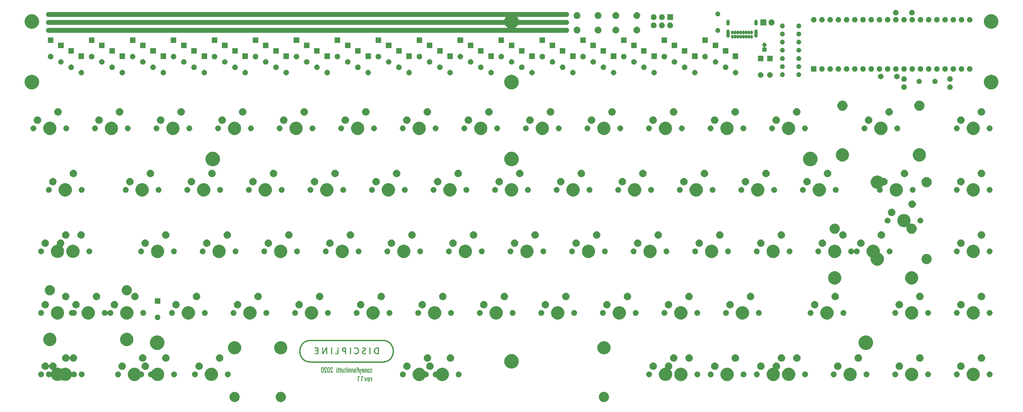
<source format=gbs>
G04 #@! TF.GenerationSoftware,KiCad,Pcbnew,(5.1.5)-3*
G04 #@! TF.CreationDate,2020-06-26T11:57:11-04:00*
G04 #@! TF.ProjectId,discipline-pcb,64697363-6970-46c6-996e-652d7063622e,rev?*
G04 #@! TF.SameCoordinates,Original*
G04 #@! TF.FileFunction,Soldermask,Bot*
G04 #@! TF.FilePolarity,Negative*
%FSLAX46Y46*%
G04 Gerber Fmt 4.6, Leading zero omitted, Abs format (unit mm)*
G04 Created by KiCad (PCBNEW (5.1.5)-3) date 2020-06-26 11:57:11*
%MOMM*%
%LPD*%
G04 APERTURE LIST*
%ADD10C,1.500000*%
%ADD11C,0.010000*%
%ADD12C,0.150000*%
%ADD13C,0.400000*%
%ADD14C,0.100000*%
G04 APERTURE END LIST*
D10*
X62883004Y-61986290D02*
X223254308Y-61986290D01*
X62883004Y-59503020D02*
X223254308Y-59503020D01*
X62883004Y-64469560D02*
X223254308Y-64469560D01*
D11*
G36*
X159802689Y-173101000D02*
G01*
X159964967Y-173101000D01*
X159964967Y-171634029D01*
X160099505Y-171718413D01*
X160139158Y-171743230D01*
X160175415Y-171765819D01*
X160206356Y-171784992D01*
X160230061Y-171799561D01*
X160244611Y-171808340D01*
X160247671Y-171810091D01*
X160253451Y-171812505D01*
X160257307Y-171810962D01*
X160259621Y-171803315D01*
X160260773Y-171787416D01*
X160261146Y-171761116D01*
X160261146Y-171734234D01*
X160260991Y-171651083D01*
X160146278Y-171575236D01*
X160031566Y-171499388D01*
X159802689Y-171499388D01*
X159802689Y-173101000D01*
G37*
X159802689Y-173101000D02*
X159964967Y-173101000D01*
X159964967Y-171634029D01*
X160099505Y-171718413D01*
X160139158Y-171743230D01*
X160175415Y-171765819D01*
X160206356Y-171784992D01*
X160230061Y-171799561D01*
X160244611Y-171808340D01*
X160247671Y-171810091D01*
X160253451Y-171812505D01*
X160257307Y-171810962D01*
X160259621Y-171803315D01*
X160260773Y-171787416D01*
X160261146Y-171761116D01*
X160261146Y-171734234D01*
X160260991Y-171651083D01*
X160146278Y-171575236D01*
X160031566Y-171499388D01*
X159802689Y-171499388D01*
X159802689Y-173101000D01*
G36*
X160723065Y-171958173D02*
G01*
X160700033Y-171958930D01*
X160686635Y-171960628D01*
X160680634Y-171963620D01*
X160679793Y-171968264D01*
X160680304Y-171970347D01*
X160682731Y-171978949D01*
X160688637Y-172000092D01*
X160697728Y-172032718D01*
X160709711Y-172075773D01*
X160724292Y-172128198D01*
X160741177Y-172188938D01*
X160760073Y-172256936D01*
X160780684Y-172331134D01*
X160802719Y-172410478D01*
X160825882Y-172493909D01*
X160832824Y-172518916D01*
X160856358Y-172603661D01*
X160878929Y-172684857D01*
X160900233Y-172761421D01*
X160919967Y-172832268D01*
X160937830Y-172896315D01*
X160953518Y-172952477D01*
X160966729Y-172999669D01*
X160977160Y-173036808D01*
X160984508Y-173062809D01*
X160988471Y-173076588D01*
X160988920Y-173078069D01*
X160996173Y-173101000D01*
X161142151Y-173101000D01*
X161149489Y-173078069D01*
X161153177Y-173065703D01*
X161160161Y-173041463D01*
X161170096Y-173006585D01*
X161182636Y-172962302D01*
X161197437Y-172909851D01*
X161214152Y-172850466D01*
X161232438Y-172785382D01*
X161251949Y-172715834D01*
X161272339Y-172643057D01*
X161293265Y-172568285D01*
X161314380Y-172492754D01*
X161335339Y-172417698D01*
X161355798Y-172344353D01*
X161375411Y-172273953D01*
X161393834Y-172207733D01*
X161410720Y-172146929D01*
X161425726Y-172092775D01*
X161438505Y-172046505D01*
X161448713Y-172009356D01*
X161456005Y-171982561D01*
X161460035Y-171967356D01*
X161460745Y-171964295D01*
X161454155Y-171961816D01*
X161436240Y-171959797D01*
X161409786Y-171958454D01*
X161379606Y-171958000D01*
X161347661Y-171958227D01*
X161321636Y-171958844D01*
X161304319Y-171959755D01*
X161298467Y-171960794D01*
X161296780Y-171968149D01*
X161291953Y-171987751D01*
X161284338Y-172018219D01*
X161274287Y-172058170D01*
X161262154Y-172106222D01*
X161248289Y-172160992D01*
X161233044Y-172221098D01*
X161216773Y-172285158D01*
X161199827Y-172351790D01*
X161182558Y-172419610D01*
X161165319Y-172487237D01*
X161148461Y-172553289D01*
X161132337Y-172616382D01*
X161117298Y-172675135D01*
X161103698Y-172728164D01*
X161091888Y-172774089D01*
X161082219Y-172811526D01*
X161075046Y-172839093D01*
X161070719Y-172855408D01*
X161069552Y-172859430D01*
X161067569Y-172853113D01*
X161062444Y-172834266D01*
X161054474Y-172804044D01*
X161043956Y-172763604D01*
X161031190Y-172714099D01*
X161016472Y-172656687D01*
X161000101Y-172592522D01*
X160982374Y-172522760D01*
X160963589Y-172448557D01*
X160960441Y-172436097D01*
X160941295Y-172360294D01*
X160923021Y-172287970D01*
X160905939Y-172220386D01*
X160890367Y-172158802D01*
X160876625Y-172104478D01*
X160865031Y-172058674D01*
X160855904Y-172022651D01*
X160849562Y-171997667D01*
X160846325Y-171984984D01*
X160846188Y-171984458D01*
X160839312Y-171958000D01*
X160757970Y-171958000D01*
X160723065Y-171958173D01*
G37*
X160723065Y-171958173D02*
X160700033Y-171958930D01*
X160686635Y-171960628D01*
X160680634Y-171963620D01*
X160679793Y-171968264D01*
X160680304Y-171970347D01*
X160682731Y-171978949D01*
X160688637Y-172000092D01*
X160697728Y-172032718D01*
X160709711Y-172075773D01*
X160724292Y-172128198D01*
X160741177Y-172188938D01*
X160760073Y-172256936D01*
X160780684Y-172331134D01*
X160802719Y-172410478D01*
X160825882Y-172493909D01*
X160832824Y-172518916D01*
X160856358Y-172603661D01*
X160878929Y-172684857D01*
X160900233Y-172761421D01*
X160919967Y-172832268D01*
X160937830Y-172896315D01*
X160953518Y-172952477D01*
X160966729Y-172999669D01*
X160977160Y-173036808D01*
X160984508Y-173062809D01*
X160988471Y-173076588D01*
X160988920Y-173078069D01*
X160996173Y-173101000D01*
X161142151Y-173101000D01*
X161149489Y-173078069D01*
X161153177Y-173065703D01*
X161160161Y-173041463D01*
X161170096Y-173006585D01*
X161182636Y-172962302D01*
X161197437Y-172909851D01*
X161214152Y-172850466D01*
X161232438Y-172785382D01*
X161251949Y-172715834D01*
X161272339Y-172643057D01*
X161293265Y-172568285D01*
X161314380Y-172492754D01*
X161335339Y-172417698D01*
X161355798Y-172344353D01*
X161375411Y-172273953D01*
X161393834Y-172207733D01*
X161410720Y-172146929D01*
X161425726Y-172092775D01*
X161438505Y-172046505D01*
X161448713Y-172009356D01*
X161456005Y-171982561D01*
X161460035Y-171967356D01*
X161460745Y-171964295D01*
X161454155Y-171961816D01*
X161436240Y-171959797D01*
X161409786Y-171958454D01*
X161379606Y-171958000D01*
X161347661Y-171958227D01*
X161321636Y-171958844D01*
X161304319Y-171959755D01*
X161298467Y-171960794D01*
X161296780Y-171968149D01*
X161291953Y-171987751D01*
X161284338Y-172018219D01*
X161274287Y-172058170D01*
X161262154Y-172106222D01*
X161248289Y-172160992D01*
X161233044Y-172221098D01*
X161216773Y-172285158D01*
X161199827Y-172351790D01*
X161182558Y-172419610D01*
X161165319Y-172487237D01*
X161148461Y-172553289D01*
X161132337Y-172616382D01*
X161117298Y-172675135D01*
X161103698Y-172728164D01*
X161091888Y-172774089D01*
X161082219Y-172811526D01*
X161075046Y-172839093D01*
X161070719Y-172855408D01*
X161069552Y-172859430D01*
X161067569Y-172853113D01*
X161062444Y-172834266D01*
X161054474Y-172804044D01*
X161043956Y-172763604D01*
X161031190Y-172714099D01*
X161016472Y-172656687D01*
X161000101Y-172592522D01*
X160982374Y-172522760D01*
X160963589Y-172448557D01*
X160960441Y-172436097D01*
X160941295Y-172360294D01*
X160923021Y-172287970D01*
X160905939Y-172220386D01*
X160890367Y-172158802D01*
X160876625Y-172104478D01*
X160865031Y-172058674D01*
X160855904Y-172022651D01*
X160849562Y-171997667D01*
X160846325Y-171984984D01*
X160846188Y-171984458D01*
X160839312Y-171958000D01*
X160757970Y-171958000D01*
X160723065Y-171958173D01*
G36*
X162455578Y-172085000D02*
G01*
X162482037Y-172085053D01*
X162545456Y-172090536D01*
X162606478Y-172105947D01*
X162662862Y-172130113D01*
X162712369Y-172161862D01*
X162752756Y-172200023D01*
X162780724Y-172241314D01*
X162787980Y-172255873D01*
X162794141Y-172269737D01*
X162799298Y-172284152D01*
X162803539Y-172300362D01*
X162806955Y-172319614D01*
X162809635Y-172343154D01*
X162811669Y-172372227D01*
X162813146Y-172408080D01*
X162814157Y-172451959D01*
X162814791Y-172505108D01*
X162815138Y-172568774D01*
X162815288Y-172644203D01*
X162815328Y-172721763D01*
X162815412Y-173101000D01*
X162977689Y-173101000D01*
X162977689Y-171958000D01*
X162815412Y-171958000D01*
X162815412Y-172114006D01*
X162770723Y-172069516D01*
X162709074Y-172017476D01*
X162641627Y-171978152D01*
X162568904Y-171951798D01*
X162501279Y-171939566D01*
X162455578Y-171934884D01*
X162455578Y-172085000D01*
G37*
X162455578Y-172085000D02*
X162482037Y-172085053D01*
X162545456Y-172090536D01*
X162606478Y-172105947D01*
X162662862Y-172130113D01*
X162712369Y-172161862D01*
X162752756Y-172200023D01*
X162780724Y-172241314D01*
X162787980Y-172255873D01*
X162794141Y-172269737D01*
X162799298Y-172284152D01*
X162803539Y-172300362D01*
X162806955Y-172319614D01*
X162809635Y-172343154D01*
X162811669Y-172372227D01*
X162813146Y-172408080D01*
X162814157Y-172451959D01*
X162814791Y-172505108D01*
X162815138Y-172568774D01*
X162815288Y-172644203D01*
X162815328Y-172721763D01*
X162815412Y-173101000D01*
X162977689Y-173101000D01*
X162977689Y-171958000D01*
X162815412Y-171958000D01*
X162815412Y-172114006D01*
X162770723Y-172069516D01*
X162709074Y-172017476D01*
X162641627Y-171978152D01*
X162568904Y-171951798D01*
X162501279Y-171939566D01*
X162455578Y-171934884D01*
X162455578Y-172085000D01*
G36*
X161924161Y-171939035D02*
G01*
X161890994Y-171942554D01*
X161857832Y-171947851D01*
X161831449Y-171953828D01*
X161829812Y-171954310D01*
X161781980Y-171974735D01*
X161735612Y-172005329D01*
X161695522Y-172042553D01*
X161675965Y-172067361D01*
X161657626Y-172097070D01*
X161642803Y-172127896D01*
X161631162Y-172161691D01*
X161622371Y-172200304D01*
X161616097Y-172245586D01*
X161612007Y-172299387D01*
X161609770Y-172363557D01*
X161609051Y-172439541D01*
X161608912Y-172593000D01*
X162131023Y-172593000D01*
X162131023Y-172697552D01*
X162130190Y-172752171D01*
X162127323Y-172795424D01*
X162121866Y-172829978D01*
X162113264Y-172858500D01*
X162100964Y-172883658D01*
X162088338Y-172902809D01*
X162057423Y-172934285D01*
X162017813Y-172955098D01*
X161969093Y-172965430D01*
X161940523Y-172966720D01*
X161887904Y-172961517D01*
X161844850Y-172945964D01*
X161811135Y-172919864D01*
X161786531Y-172883021D01*
X161770812Y-172835237D01*
X161767532Y-172817013D01*
X161762532Y-172783500D01*
X161608912Y-172783500D01*
X161608912Y-172817295D01*
X161610844Y-172844151D01*
X161615776Y-172875304D01*
X161619461Y-172891593D01*
X161642047Y-172953800D01*
X161674809Y-173006235D01*
X161717652Y-173048804D01*
X161770486Y-173081412D01*
X161826614Y-173102196D01*
X161866086Y-173109795D01*
X161913525Y-173113867D01*
X161963619Y-173114371D01*
X162011057Y-173111264D01*
X162050530Y-173104506D01*
X162052673Y-173103945D01*
X162114363Y-173080413D01*
X162168149Y-173045500D01*
X162213320Y-172999964D01*
X162249166Y-172944563D01*
X162274976Y-172880055D01*
X162280149Y-172861111D01*
X162282841Y-172842720D01*
X162285131Y-172812191D01*
X162287017Y-172771479D01*
X162288501Y-172722542D01*
X162289583Y-172667333D01*
X162290262Y-172607810D01*
X162290540Y-172545928D01*
X162290416Y-172483643D01*
X162290080Y-172444833D01*
X162132289Y-172444833D01*
X161769711Y-172444833D01*
X161772575Y-172333708D01*
X161773894Y-172290291D01*
X161775521Y-172258200D01*
X161777829Y-172234648D01*
X161781188Y-172216850D01*
X161785971Y-172202021D01*
X161791938Y-172188627D01*
X161817387Y-172146262D01*
X161847391Y-172116464D01*
X161883959Y-172097977D01*
X161929098Y-172089544D01*
X161951628Y-172088695D01*
X161981751Y-172089165D01*
X162002858Y-172091571D01*
X162020024Y-172097092D01*
X162038323Y-172106903D01*
X162043350Y-172109967D01*
X162064577Y-172125125D01*
X162081006Y-172142891D01*
X162096516Y-172167822D01*
X162102800Y-172179779D01*
X162112202Y-172198558D01*
X162118904Y-172214105D01*
X162123428Y-172229433D01*
X162126295Y-172247560D01*
X162128026Y-172271500D01*
X162129143Y-172304269D01*
X162129892Y-172336492D01*
X162132289Y-172444833D01*
X162290080Y-172444833D01*
X162289890Y-172422910D01*
X162288963Y-172365687D01*
X162287635Y-172313927D01*
X162285906Y-172269589D01*
X162283777Y-172234626D01*
X162281247Y-172210996D01*
X162280071Y-172204944D01*
X162256234Y-172133599D01*
X162223277Y-172072741D01*
X162181675Y-172022727D01*
X162131905Y-171983910D01*
X162074443Y-171956649D01*
X162009765Y-171941298D01*
X161938348Y-171938213D01*
X161924161Y-171939035D01*
G37*
X161924161Y-171939035D02*
X161890994Y-171942554D01*
X161857832Y-171947851D01*
X161831449Y-171953828D01*
X161829812Y-171954310D01*
X161781980Y-171974735D01*
X161735612Y-172005329D01*
X161695522Y-172042553D01*
X161675965Y-172067361D01*
X161657626Y-172097070D01*
X161642803Y-172127896D01*
X161631162Y-172161691D01*
X161622371Y-172200304D01*
X161616097Y-172245586D01*
X161612007Y-172299387D01*
X161609770Y-172363557D01*
X161609051Y-172439541D01*
X161608912Y-172593000D01*
X162131023Y-172593000D01*
X162131023Y-172697552D01*
X162130190Y-172752171D01*
X162127323Y-172795424D01*
X162121866Y-172829978D01*
X162113264Y-172858500D01*
X162100964Y-172883658D01*
X162088338Y-172902809D01*
X162057423Y-172934285D01*
X162017813Y-172955098D01*
X161969093Y-172965430D01*
X161940523Y-172966720D01*
X161887904Y-172961517D01*
X161844850Y-172945964D01*
X161811135Y-172919864D01*
X161786531Y-172883021D01*
X161770812Y-172835237D01*
X161767532Y-172817013D01*
X161762532Y-172783500D01*
X161608912Y-172783500D01*
X161608912Y-172817295D01*
X161610844Y-172844151D01*
X161615776Y-172875304D01*
X161619461Y-172891593D01*
X161642047Y-172953800D01*
X161674809Y-173006235D01*
X161717652Y-173048804D01*
X161770486Y-173081412D01*
X161826614Y-173102196D01*
X161866086Y-173109795D01*
X161913525Y-173113867D01*
X161963619Y-173114371D01*
X162011057Y-173111264D01*
X162050530Y-173104506D01*
X162052673Y-173103945D01*
X162114363Y-173080413D01*
X162168149Y-173045500D01*
X162213320Y-172999964D01*
X162249166Y-172944563D01*
X162274976Y-172880055D01*
X162280149Y-172861111D01*
X162282841Y-172842720D01*
X162285131Y-172812191D01*
X162287017Y-172771479D01*
X162288501Y-172722542D01*
X162289583Y-172667333D01*
X162290262Y-172607810D01*
X162290540Y-172545928D01*
X162290416Y-172483643D01*
X162290080Y-172444833D01*
X162132289Y-172444833D01*
X161769711Y-172444833D01*
X161772575Y-172333708D01*
X161773894Y-172290291D01*
X161775521Y-172258200D01*
X161777829Y-172234648D01*
X161781188Y-172216850D01*
X161785971Y-172202021D01*
X161791938Y-172188627D01*
X161817387Y-172146262D01*
X161847391Y-172116464D01*
X161883959Y-172097977D01*
X161929098Y-172089544D01*
X161951628Y-172088695D01*
X161981751Y-172089165D01*
X162002858Y-172091571D01*
X162020024Y-172097092D01*
X162038323Y-172106903D01*
X162043350Y-172109967D01*
X162064577Y-172125125D01*
X162081006Y-172142891D01*
X162096516Y-172167822D01*
X162102800Y-172179779D01*
X162112202Y-172198558D01*
X162118904Y-172214105D01*
X162123428Y-172229433D01*
X162126295Y-172247560D01*
X162128026Y-172271500D01*
X162129143Y-172304269D01*
X162129892Y-172336492D01*
X162132289Y-172444833D01*
X162290080Y-172444833D01*
X162289890Y-172422910D01*
X162288963Y-172365687D01*
X162287635Y-172313927D01*
X162285906Y-172269589D01*
X162283777Y-172234626D01*
X162281247Y-172210996D01*
X162280071Y-172204944D01*
X162256234Y-172133599D01*
X162223277Y-172072741D01*
X162181675Y-172022727D01*
X162131905Y-171983910D01*
X162074443Y-171956649D01*
X162009765Y-171941298D01*
X161938348Y-171938213D01*
X161924161Y-171939035D01*
G36*
X158703628Y-173101000D02*
G01*
X158865906Y-173101000D01*
X158865906Y-171634029D01*
X159000444Y-171718413D01*
X159040097Y-171743230D01*
X159076354Y-171765819D01*
X159107295Y-171784992D01*
X159131000Y-171799561D01*
X159145550Y-171808340D01*
X159148610Y-171810091D01*
X159154390Y-171812505D01*
X159158246Y-171810962D01*
X159160560Y-171803315D01*
X159161712Y-171787416D01*
X159162085Y-171761116D01*
X159162085Y-171734234D01*
X159161930Y-171651083D01*
X159047217Y-171575236D01*
X158932505Y-171499388D01*
X158703628Y-171499388D01*
X158703628Y-173101000D01*
G37*
X158703628Y-173101000D02*
X158865906Y-173101000D01*
X158865906Y-171634029D01*
X159000444Y-171718413D01*
X159040097Y-171743230D01*
X159076354Y-171765819D01*
X159107295Y-171784992D01*
X159131000Y-171799561D01*
X159145550Y-171808340D01*
X159148610Y-171810091D01*
X159154390Y-171812505D01*
X159158246Y-171810962D01*
X159160560Y-171803315D01*
X159161712Y-171787416D01*
X159162085Y-171761116D01*
X159162085Y-171734234D01*
X159161930Y-171651083D01*
X159047217Y-171575236D01*
X158932505Y-171499388D01*
X158703628Y-171499388D01*
X158703628Y-173101000D01*
D12*
X159390996Y-172974204D02*
G75*
G03X159390996Y-172974204I-56796J0D01*
G01*
D11*
G36*
X159505756Y-169258897D02*
G01*
X159501557Y-169273919D01*
X159494129Y-169300906D01*
X159483923Y-169338202D01*
X159471388Y-169384149D01*
X159456973Y-169437090D01*
X159441128Y-169495366D01*
X159424303Y-169557320D01*
X159406947Y-169621295D01*
X159389509Y-169685633D01*
X159372439Y-169748677D01*
X159356186Y-169808769D01*
X159341200Y-169864252D01*
X159327931Y-169913468D01*
X159316828Y-169954759D01*
X159308340Y-169986468D01*
X159303419Y-170005022D01*
X159295733Y-170033233D01*
X159288818Y-170056772D01*
X159283806Y-170071852D01*
X159282639Y-170074572D01*
X159280105Y-170069618D01*
X159274500Y-170052084D01*
X159266122Y-170023093D01*
X159255272Y-169983766D01*
X159242251Y-169935226D01*
X159227358Y-169878595D01*
X159210894Y-169814995D01*
X159193159Y-169745549D01*
X159174453Y-169671378D01*
X159169854Y-169653002D01*
X159062092Y-169221855D01*
X158981822Y-169221855D01*
X158944893Y-169222280D01*
X158920350Y-169223683D01*
X158906492Y-169226254D01*
X158901616Y-169230182D01*
X158901553Y-169230816D01*
X158903341Y-169241710D01*
X158908046Y-169261929D01*
X158914677Y-169287237D01*
X158915169Y-169289025D01*
X158918925Y-169302824D01*
X158926052Y-169329235D01*
X158936279Y-169367239D01*
X158949331Y-169415817D01*
X158964936Y-169473948D01*
X158982819Y-169540614D01*
X159002707Y-169614794D01*
X159024327Y-169695469D01*
X159047405Y-169781620D01*
X159071668Y-169872226D01*
X159096843Y-169966269D01*
X159106075Y-170000764D01*
X159131479Y-170095397D01*
X159156134Y-170186660D01*
X159179765Y-170273565D01*
X159202094Y-170355123D01*
X159222847Y-170430346D01*
X159241748Y-170498244D01*
X159258521Y-170557829D01*
X159272890Y-170608112D01*
X159284579Y-170648105D01*
X159293313Y-170676818D01*
X159298815Y-170693264D01*
X159300021Y-170696130D01*
X159327968Y-170739451D01*
X159364289Y-170774666D01*
X159410003Y-170802324D01*
X159466127Y-170822974D01*
X159533681Y-170837166D01*
X159570067Y-170841803D01*
X159614164Y-170846456D01*
X159614164Y-170691343D01*
X159569859Y-170687786D01*
X159518211Y-170677321D01*
X159473972Y-170654855D01*
X159437251Y-170620463D01*
X159409788Y-170577536D01*
X159402267Y-170559108D01*
X159392828Y-170531019D01*
X159382367Y-170496562D01*
X159371781Y-170459028D01*
X159361967Y-170421707D01*
X159353821Y-170387892D01*
X159348239Y-170360875D01*
X159346120Y-170343945D01*
X159346119Y-170343822D01*
X159348113Y-170334479D01*
X159353911Y-170312682D01*
X159363208Y-170279478D01*
X159375697Y-170235911D01*
X159391072Y-170183028D01*
X159409027Y-170121873D01*
X159429255Y-170053493D01*
X159451450Y-169978933D01*
X159475307Y-169899238D01*
X159500518Y-169815455D01*
X159511859Y-169777903D01*
X159537502Y-169693041D01*
X159561932Y-169612104D01*
X159584845Y-169536103D01*
X159605938Y-169466052D01*
X159624905Y-169402962D01*
X159641444Y-169347847D01*
X159655250Y-169301719D01*
X159666020Y-169265590D01*
X159673448Y-169240473D01*
X159677231Y-169227380D01*
X159677664Y-169225673D01*
X159671075Y-169224165D01*
X159653169Y-169222939D01*
X159626740Y-169222125D01*
X159597026Y-169221855D01*
X159516388Y-169221855D01*
X159505756Y-169258897D01*
G37*
X159505756Y-169258897D02*
X159501557Y-169273919D01*
X159494129Y-169300906D01*
X159483923Y-169338202D01*
X159471388Y-169384149D01*
X159456973Y-169437090D01*
X159441128Y-169495366D01*
X159424303Y-169557320D01*
X159406947Y-169621295D01*
X159389509Y-169685633D01*
X159372439Y-169748677D01*
X159356186Y-169808769D01*
X159341200Y-169864252D01*
X159327931Y-169913468D01*
X159316828Y-169954759D01*
X159308340Y-169986468D01*
X159303419Y-170005022D01*
X159295733Y-170033233D01*
X159288818Y-170056772D01*
X159283806Y-170071852D01*
X159282639Y-170074572D01*
X159280105Y-170069618D01*
X159274500Y-170052084D01*
X159266122Y-170023093D01*
X159255272Y-169983766D01*
X159242251Y-169935226D01*
X159227358Y-169878595D01*
X159210894Y-169814995D01*
X159193159Y-169745549D01*
X159174453Y-169671378D01*
X159169854Y-169653002D01*
X159062092Y-169221855D01*
X158981822Y-169221855D01*
X158944893Y-169222280D01*
X158920350Y-169223683D01*
X158906492Y-169226254D01*
X158901616Y-169230182D01*
X158901553Y-169230816D01*
X158903341Y-169241710D01*
X158908046Y-169261929D01*
X158914677Y-169287237D01*
X158915169Y-169289025D01*
X158918925Y-169302824D01*
X158926052Y-169329235D01*
X158936279Y-169367239D01*
X158949331Y-169415817D01*
X158964936Y-169473948D01*
X158982819Y-169540614D01*
X159002707Y-169614794D01*
X159024327Y-169695469D01*
X159047405Y-169781620D01*
X159071668Y-169872226D01*
X159096843Y-169966269D01*
X159106075Y-170000764D01*
X159131479Y-170095397D01*
X159156134Y-170186660D01*
X159179765Y-170273565D01*
X159202094Y-170355123D01*
X159222847Y-170430346D01*
X159241748Y-170498244D01*
X159258521Y-170557829D01*
X159272890Y-170608112D01*
X159284579Y-170648105D01*
X159293313Y-170676818D01*
X159298815Y-170693264D01*
X159300021Y-170696130D01*
X159327968Y-170739451D01*
X159364289Y-170774666D01*
X159410003Y-170802324D01*
X159466127Y-170822974D01*
X159533681Y-170837166D01*
X159570067Y-170841803D01*
X159614164Y-170846456D01*
X159614164Y-170691343D01*
X159569859Y-170687786D01*
X159518211Y-170677321D01*
X159473972Y-170654855D01*
X159437251Y-170620463D01*
X159409788Y-170577536D01*
X159402267Y-170559108D01*
X159392828Y-170531019D01*
X159382367Y-170496562D01*
X159371781Y-170459028D01*
X159361967Y-170421707D01*
X159353821Y-170387892D01*
X159348239Y-170360875D01*
X159346120Y-170343945D01*
X159346119Y-170343822D01*
X159348113Y-170334479D01*
X159353911Y-170312682D01*
X159363208Y-170279478D01*
X159375697Y-170235911D01*
X159391072Y-170183028D01*
X159409027Y-170121873D01*
X159429255Y-170053493D01*
X159451450Y-169978933D01*
X159475307Y-169899238D01*
X159500518Y-169815455D01*
X159511859Y-169777903D01*
X159537502Y-169693041D01*
X159561932Y-169612104D01*
X159584845Y-169536103D01*
X159605938Y-169466052D01*
X159624905Y-169402962D01*
X159641444Y-169347847D01*
X159655250Y-169301719D01*
X159666020Y-169265590D01*
X159673448Y-169240473D01*
X159677231Y-169227380D01*
X159677664Y-169225673D01*
X159671075Y-169224165D01*
X159653169Y-169222939D01*
X159626740Y-169222125D01*
X159597026Y-169221855D01*
X159516388Y-169221855D01*
X159505756Y-169258897D01*
G36*
X162650224Y-169202920D02*
G01*
X162578351Y-169213827D01*
X162514697Y-169235586D01*
X162459823Y-169267805D01*
X162414289Y-169310089D01*
X162378654Y-169362046D01*
X162358432Y-169408053D01*
X162352511Y-169429144D01*
X162346783Y-169456712D01*
X162341703Y-169487324D01*
X162337728Y-169517552D01*
X162335314Y-169543962D01*
X162334919Y-169563124D01*
X162336707Y-169571379D01*
X162344693Y-169572739D01*
X162363651Y-169573820D01*
X162390440Y-169574486D01*
X162411894Y-169574633D01*
X162483827Y-169574633D01*
X162488620Y-169527848D01*
X162496313Y-169481482D01*
X162509620Y-169444916D01*
X162530021Y-169414463D01*
X162537286Y-169406445D01*
X162564927Y-169381397D01*
X162593153Y-169365083D01*
X162625957Y-169355993D01*
X162667331Y-169352614D01*
X162679803Y-169352484D01*
X162725939Y-169354978D01*
X162762063Y-169363351D01*
X162791526Y-169378945D01*
X162817676Y-169403099D01*
X162823563Y-169409991D01*
X162833526Y-169422430D01*
X162841828Y-169434343D01*
X162848618Y-169447098D01*
X162854049Y-169462061D01*
X162858271Y-169480600D01*
X162861437Y-169504081D01*
X162863696Y-169533872D01*
X162865201Y-169571340D01*
X162866103Y-169617851D01*
X162866552Y-169674772D01*
X162866701Y-169743471D01*
X162866706Y-169799904D01*
X162866637Y-170100272D01*
X162850001Y-170135550D01*
X162825146Y-170175355D01*
X162792908Y-170204010D01*
X162752313Y-170222073D01*
X162702389Y-170230103D01*
X162684149Y-170230645D01*
X162638519Y-170228537D01*
X162602561Y-170221027D01*
X162572441Y-170206799D01*
X162544325Y-170184535D01*
X162541194Y-170181544D01*
X162511546Y-170143370D01*
X162492532Y-170098202D01*
X162485776Y-170049904D01*
X162485775Y-170049602D01*
X162485775Y-170026188D01*
X162330553Y-170026188D01*
X162330606Y-170045591D01*
X162335960Y-170102134D01*
X162350695Y-170159692D01*
X162373272Y-170214302D01*
X162402155Y-170262001D01*
X162425013Y-170288868D01*
X162463616Y-170319976D01*
X162511009Y-170346549D01*
X162561992Y-170365879D01*
X162583136Y-170371169D01*
X162616816Y-170375804D01*
X162658349Y-170378025D01*
X162702868Y-170377905D01*
X162745503Y-170375518D01*
X162781385Y-170370937D01*
X162794768Y-170367983D01*
X162858831Y-170344531D01*
X162912721Y-170311314D01*
X162956613Y-170268158D01*
X162990685Y-170214887D01*
X163015116Y-170151325D01*
X163015589Y-170149661D01*
X163018049Y-170138178D01*
X163020092Y-170121956D01*
X163021753Y-170099798D01*
X163023064Y-170070509D01*
X163024058Y-170032892D01*
X163024767Y-169985751D01*
X163025226Y-169927891D01*
X163025467Y-169858116D01*
X163025525Y-169789827D01*
X163025512Y-169713719D01*
X163025432Y-169650350D01*
X163025225Y-169598344D01*
X163024829Y-169556331D01*
X163024184Y-169522935D01*
X163023228Y-169496785D01*
X163021902Y-169476507D01*
X163020143Y-169460728D01*
X163017892Y-169448074D01*
X163015086Y-169437173D01*
X163011666Y-169426650D01*
X163009101Y-169419411D01*
X162979743Y-169355734D01*
X162941282Y-169302750D01*
X162894055Y-169260660D01*
X162838401Y-169229669D01*
X162774658Y-169209982D01*
X162703164Y-169201802D01*
X162650224Y-169202920D01*
G37*
X162650224Y-169202920D02*
X162578351Y-169213827D01*
X162514697Y-169235586D01*
X162459823Y-169267805D01*
X162414289Y-169310089D01*
X162378654Y-169362046D01*
X162358432Y-169408053D01*
X162352511Y-169429144D01*
X162346783Y-169456712D01*
X162341703Y-169487324D01*
X162337728Y-169517552D01*
X162335314Y-169543962D01*
X162334919Y-169563124D01*
X162336707Y-169571379D01*
X162344693Y-169572739D01*
X162363651Y-169573820D01*
X162390440Y-169574486D01*
X162411894Y-169574633D01*
X162483827Y-169574633D01*
X162488620Y-169527848D01*
X162496313Y-169481482D01*
X162509620Y-169444916D01*
X162530021Y-169414463D01*
X162537286Y-169406445D01*
X162564927Y-169381397D01*
X162593153Y-169365083D01*
X162625957Y-169355993D01*
X162667331Y-169352614D01*
X162679803Y-169352484D01*
X162725939Y-169354978D01*
X162762063Y-169363351D01*
X162791526Y-169378945D01*
X162817676Y-169403099D01*
X162823563Y-169409991D01*
X162833526Y-169422430D01*
X162841828Y-169434343D01*
X162848618Y-169447098D01*
X162854049Y-169462061D01*
X162858271Y-169480600D01*
X162861437Y-169504081D01*
X162863696Y-169533872D01*
X162865201Y-169571340D01*
X162866103Y-169617851D01*
X162866552Y-169674772D01*
X162866701Y-169743471D01*
X162866706Y-169799904D01*
X162866637Y-170100272D01*
X162850001Y-170135550D01*
X162825146Y-170175355D01*
X162792908Y-170204010D01*
X162752313Y-170222073D01*
X162702389Y-170230103D01*
X162684149Y-170230645D01*
X162638519Y-170228537D01*
X162602561Y-170221027D01*
X162572441Y-170206799D01*
X162544325Y-170184535D01*
X162541194Y-170181544D01*
X162511546Y-170143370D01*
X162492532Y-170098202D01*
X162485776Y-170049904D01*
X162485775Y-170049602D01*
X162485775Y-170026188D01*
X162330553Y-170026188D01*
X162330606Y-170045591D01*
X162335960Y-170102134D01*
X162350695Y-170159692D01*
X162373272Y-170214302D01*
X162402155Y-170262001D01*
X162425013Y-170288868D01*
X162463616Y-170319976D01*
X162511009Y-170346549D01*
X162561992Y-170365879D01*
X162583136Y-170371169D01*
X162616816Y-170375804D01*
X162658349Y-170378025D01*
X162702868Y-170377905D01*
X162745503Y-170375518D01*
X162781385Y-170370937D01*
X162794768Y-170367983D01*
X162858831Y-170344531D01*
X162912721Y-170311314D01*
X162956613Y-170268158D01*
X162990685Y-170214887D01*
X163015116Y-170151325D01*
X163015589Y-170149661D01*
X163018049Y-170138178D01*
X163020092Y-170121956D01*
X163021753Y-170099798D01*
X163023064Y-170070509D01*
X163024058Y-170032892D01*
X163024767Y-169985751D01*
X163025226Y-169927891D01*
X163025467Y-169858116D01*
X163025525Y-169789827D01*
X163025512Y-169713719D01*
X163025432Y-169650350D01*
X163025225Y-169598344D01*
X163024829Y-169556331D01*
X163024184Y-169522935D01*
X163023228Y-169496785D01*
X163021902Y-169476507D01*
X163020143Y-169460728D01*
X163017892Y-169448074D01*
X163015086Y-169437173D01*
X163011666Y-169426650D01*
X163009101Y-169419411D01*
X162979743Y-169355734D01*
X162941282Y-169302750D01*
X162894055Y-169260660D01*
X162838401Y-169229669D01*
X162774658Y-169209982D01*
X162703164Y-169201802D01*
X162650224Y-169202920D01*
G36*
X161775785Y-169206797D02*
G01*
X161711174Y-169223969D01*
X161654877Y-169251795D01*
X161607558Y-169289744D01*
X161569878Y-169337284D01*
X161542499Y-169393882D01*
X161526083Y-169459008D01*
X161526013Y-169459466D01*
X161523828Y-169482293D01*
X161522140Y-169518888D01*
X161520954Y-169568919D01*
X161520273Y-169632051D01*
X161520104Y-169707950D01*
X161520451Y-169796283D01*
X161520639Y-169822827D01*
X161521231Y-169897526D01*
X161521806Y-169959526D01*
X161522436Y-170010240D01*
X161523196Y-170051080D01*
X161524160Y-170083459D01*
X161525400Y-170108787D01*
X161526991Y-170128479D01*
X161529007Y-170143946D01*
X161531520Y-170156600D01*
X161534606Y-170167853D01*
X161538338Y-170179118D01*
X161539402Y-170182164D01*
X161566929Y-170240672D01*
X161604909Y-170290218D01*
X161652436Y-170329852D01*
X161707672Y-170358269D01*
X161740204Y-170367196D01*
X161782133Y-170373500D01*
X161828956Y-170376996D01*
X161876172Y-170377496D01*
X161919277Y-170374815D01*
X161953771Y-170368766D01*
X161954742Y-170368498D01*
X162017332Y-170344687D01*
X162069602Y-170311259D01*
X162111525Y-170268240D01*
X162143076Y-170215656D01*
X162164230Y-170153533D01*
X162164456Y-170152577D01*
X162167381Y-170132636D01*
X162169894Y-170100606D01*
X162171995Y-170058336D01*
X162173684Y-170007675D01*
X162174961Y-169950473D01*
X162175501Y-169911824D01*
X162019395Y-169911824D01*
X162019349Y-169962829D01*
X162018990Y-170003911D01*
X162018278Y-170036464D01*
X162017176Y-170061885D01*
X162015646Y-170081568D01*
X162013648Y-170096909D01*
X162011146Y-170109303D01*
X162009338Y-170116070D01*
X161991223Y-170161034D01*
X161965930Y-170194255D01*
X161932498Y-170216435D01*
X161889966Y-170228275D01*
X161852313Y-170230794D01*
X161818037Y-170228999D01*
X161788449Y-170224144D01*
X161774798Y-170219879D01*
X161739798Y-170199513D01*
X161712401Y-170169760D01*
X161700158Y-170149661D01*
X161696632Y-170142787D01*
X161693699Y-170135576D01*
X161691303Y-170126738D01*
X161689392Y-170114980D01*
X161687910Y-170099010D01*
X161686802Y-170077536D01*
X161686014Y-170049268D01*
X161685492Y-170012912D01*
X161685182Y-169967177D01*
X161685027Y-169910772D01*
X161684975Y-169842404D01*
X161684970Y-169789827D01*
X161684970Y-169458216D01*
X161704560Y-169424890D01*
X161732861Y-169389876D01*
X161770099Y-169365710D01*
X161815995Y-169352555D01*
X161831653Y-169350761D01*
X161884066Y-169352175D01*
X161928833Y-169365196D01*
X161965574Y-169389624D01*
X161993911Y-169425258D01*
X162001883Y-169440577D01*
X162005456Y-169448837D01*
X162008414Y-169457669D01*
X162010825Y-169468456D01*
X162012761Y-169482578D01*
X162014289Y-169501418D01*
X162015480Y-169526357D01*
X162016404Y-169558777D01*
X162017129Y-169600060D01*
X162017726Y-169651586D01*
X162018264Y-169714739D01*
X162018697Y-169774461D01*
X162019165Y-169849500D01*
X162019395Y-169911824D01*
X162175501Y-169911824D01*
X162175826Y-169888577D01*
X162176279Y-169823837D01*
X162176318Y-169758101D01*
X162175946Y-169693219D01*
X162175160Y-169631040D01*
X162173961Y-169573412D01*
X162172349Y-169522184D01*
X162170324Y-169479205D01*
X162167885Y-169446324D01*
X162165033Y-169425390D01*
X162164515Y-169423185D01*
X162141987Y-169362114D01*
X162108940Y-169310118D01*
X162066028Y-169267659D01*
X162013908Y-169235198D01*
X161953236Y-169213196D01*
X161884668Y-169202114D01*
X161848048Y-169200811D01*
X161775785Y-169206797D01*
G37*
X161775785Y-169206797D02*
X161711174Y-169223969D01*
X161654877Y-169251795D01*
X161607558Y-169289744D01*
X161569878Y-169337284D01*
X161542499Y-169393882D01*
X161526083Y-169459008D01*
X161526013Y-169459466D01*
X161523828Y-169482293D01*
X161522140Y-169518888D01*
X161520954Y-169568919D01*
X161520273Y-169632051D01*
X161520104Y-169707950D01*
X161520451Y-169796283D01*
X161520639Y-169822827D01*
X161521231Y-169897526D01*
X161521806Y-169959526D01*
X161522436Y-170010240D01*
X161523196Y-170051080D01*
X161524160Y-170083459D01*
X161525400Y-170108787D01*
X161526991Y-170128479D01*
X161529007Y-170143946D01*
X161531520Y-170156600D01*
X161534606Y-170167853D01*
X161538338Y-170179118D01*
X161539402Y-170182164D01*
X161566929Y-170240672D01*
X161604909Y-170290218D01*
X161652436Y-170329852D01*
X161707672Y-170358269D01*
X161740204Y-170367196D01*
X161782133Y-170373500D01*
X161828956Y-170376996D01*
X161876172Y-170377496D01*
X161919277Y-170374815D01*
X161953771Y-170368766D01*
X161954742Y-170368498D01*
X162017332Y-170344687D01*
X162069602Y-170311259D01*
X162111525Y-170268240D01*
X162143076Y-170215656D01*
X162164230Y-170153533D01*
X162164456Y-170152577D01*
X162167381Y-170132636D01*
X162169894Y-170100606D01*
X162171995Y-170058336D01*
X162173684Y-170007675D01*
X162174961Y-169950473D01*
X162175501Y-169911824D01*
X162019395Y-169911824D01*
X162019349Y-169962829D01*
X162018990Y-170003911D01*
X162018278Y-170036464D01*
X162017176Y-170061885D01*
X162015646Y-170081568D01*
X162013648Y-170096909D01*
X162011146Y-170109303D01*
X162009338Y-170116070D01*
X161991223Y-170161034D01*
X161965930Y-170194255D01*
X161932498Y-170216435D01*
X161889966Y-170228275D01*
X161852313Y-170230794D01*
X161818037Y-170228999D01*
X161788449Y-170224144D01*
X161774798Y-170219879D01*
X161739798Y-170199513D01*
X161712401Y-170169760D01*
X161700158Y-170149661D01*
X161696632Y-170142787D01*
X161693699Y-170135576D01*
X161691303Y-170126738D01*
X161689392Y-170114980D01*
X161687910Y-170099010D01*
X161686802Y-170077536D01*
X161686014Y-170049268D01*
X161685492Y-170012912D01*
X161685182Y-169967177D01*
X161685027Y-169910772D01*
X161684975Y-169842404D01*
X161684970Y-169789827D01*
X161684970Y-169458216D01*
X161704560Y-169424890D01*
X161732861Y-169389876D01*
X161770099Y-169365710D01*
X161815995Y-169352555D01*
X161831653Y-169350761D01*
X161884066Y-169352175D01*
X161928833Y-169365196D01*
X161965574Y-169389624D01*
X161993911Y-169425258D01*
X162001883Y-169440577D01*
X162005456Y-169448837D01*
X162008414Y-169457669D01*
X162010825Y-169468456D01*
X162012761Y-169482578D01*
X162014289Y-169501418D01*
X162015480Y-169526357D01*
X162016404Y-169558777D01*
X162017129Y-169600060D01*
X162017726Y-169651586D01*
X162018264Y-169714739D01*
X162018697Y-169774461D01*
X162019165Y-169849500D01*
X162019395Y-169911824D01*
X162175501Y-169911824D01*
X162175826Y-169888577D01*
X162176279Y-169823837D01*
X162176318Y-169758101D01*
X162175946Y-169693219D01*
X162175160Y-169631040D01*
X162173961Y-169573412D01*
X162172349Y-169522184D01*
X162170324Y-169479205D01*
X162167885Y-169446324D01*
X162165033Y-169425390D01*
X162164515Y-169423185D01*
X162141987Y-169362114D01*
X162108940Y-169310118D01*
X162066028Y-169267659D01*
X162013908Y-169235198D01*
X161953236Y-169213196D01*
X161884668Y-169202114D01*
X161848048Y-169200811D01*
X161775785Y-169206797D01*
G36*
X160969176Y-169203209D02*
G01*
X160909130Y-169213492D01*
X160853661Y-169231672D01*
X160805369Y-169257691D01*
X160774254Y-169283486D01*
X160747457Y-169318144D01*
X160724487Y-169362070D01*
X160707554Y-169410514D01*
X160701084Y-169440577D01*
X160695623Y-169474424D01*
X160693509Y-169496703D01*
X160696809Y-169509817D01*
X160707585Y-169516170D01*
X160727903Y-169518164D01*
X160759826Y-169518204D01*
X160767747Y-169518188D01*
X160841831Y-169518188D01*
X160841831Y-169498302D01*
X160847620Y-169456852D01*
X160863592Y-169417461D01*
X160887653Y-169383389D01*
X160917706Y-169357895D01*
X160938562Y-169347780D01*
X160969154Y-169341006D01*
X161006489Y-169338506D01*
X161045440Y-169340078D01*
X161080877Y-169345520D01*
X161107291Y-169354431D01*
X161143586Y-169380720D01*
X161170523Y-169416701D01*
X161187432Y-169460949D01*
X161193646Y-169512039D01*
X161192781Y-169536801D01*
X161184929Y-169580535D01*
X161168253Y-169617136D01*
X161141589Y-169647790D01*
X161103772Y-169673683D01*
X161053638Y-169696002D01*
X161027820Y-169704854D01*
X160961416Y-169726234D01*
X160906974Y-169744292D01*
X160862944Y-169759771D01*
X160827773Y-169773413D01*
X160799910Y-169785960D01*
X160777805Y-169798154D01*
X160759907Y-169810736D01*
X160744663Y-169824450D01*
X160730523Y-169840036D01*
X160721184Y-169851530D01*
X160692975Y-169897454D01*
X160674744Y-169951644D01*
X160666207Y-170015079D01*
X160665442Y-170043607D01*
X160669677Y-170119003D01*
X160682661Y-170183705D01*
X160704814Y-170238412D01*
X160736553Y-170283821D01*
X160778300Y-170320629D01*
X160830472Y-170349534D01*
X160855193Y-170359341D01*
X160877265Y-170365924D01*
X160902716Y-170370526D01*
X160934831Y-170373545D01*
X160976894Y-170375381D01*
X160989997Y-170375717D01*
X161026771Y-170376285D01*
X161059757Y-170376291D01*
X161085712Y-170375769D01*
X161101395Y-170374753D01*
X161102886Y-170374519D01*
X161168720Y-170356380D01*
X161224226Y-170328989D01*
X161269686Y-170292016D01*
X161305385Y-170245134D01*
X161331606Y-170188014D01*
X161348634Y-170120327D01*
X161353582Y-170084397D01*
X161358272Y-170040300D01*
X161210663Y-170040300D01*
X161205914Y-170080869D01*
X161194045Y-170132868D01*
X161171900Y-170175271D01*
X161139759Y-170207845D01*
X161097899Y-170230362D01*
X161046601Y-170242589D01*
X161007636Y-170244911D01*
X160950277Y-170239669D01*
X160902429Y-170224122D01*
X160864366Y-170198540D01*
X160836366Y-170163190D01*
X160818705Y-170118341D01*
X160811657Y-170064263D01*
X160811535Y-170054115D01*
X160813578Y-170016505D01*
X160819118Y-169988500D01*
X160822596Y-169979885D01*
X160844289Y-169948769D01*
X160875831Y-169921288D01*
X160918386Y-169896721D01*
X160973116Y-169874350D01*
X161014692Y-169860964D01*
X161063957Y-169845419D01*
X161111793Y-169828604D01*
X161155130Y-169811716D01*
X161190897Y-169795951D01*
X161215775Y-169782660D01*
X161243535Y-169761095D01*
X161272021Y-169732296D01*
X161297023Y-169701013D01*
X161314333Y-169672000D01*
X161314905Y-169670731D01*
X161332166Y-169617667D01*
X161340416Y-169559450D01*
X161340127Y-169498857D01*
X161331772Y-169438665D01*
X161315822Y-169381650D01*
X161292751Y-169330588D01*
X161263029Y-169288256D01*
X161247161Y-169272397D01*
X161203189Y-169242276D01*
X161150806Y-169220358D01*
X161092611Y-169206581D01*
X161031202Y-169200885D01*
X160969176Y-169203209D01*
G37*
X160969176Y-169203209D02*
X160909130Y-169213492D01*
X160853661Y-169231672D01*
X160805369Y-169257691D01*
X160774254Y-169283486D01*
X160747457Y-169318144D01*
X160724487Y-169362070D01*
X160707554Y-169410514D01*
X160701084Y-169440577D01*
X160695623Y-169474424D01*
X160693509Y-169496703D01*
X160696809Y-169509817D01*
X160707585Y-169516170D01*
X160727903Y-169518164D01*
X160759826Y-169518204D01*
X160767747Y-169518188D01*
X160841831Y-169518188D01*
X160841831Y-169498302D01*
X160847620Y-169456852D01*
X160863592Y-169417461D01*
X160887653Y-169383389D01*
X160917706Y-169357895D01*
X160938562Y-169347780D01*
X160969154Y-169341006D01*
X161006489Y-169338506D01*
X161045440Y-169340078D01*
X161080877Y-169345520D01*
X161107291Y-169354431D01*
X161143586Y-169380720D01*
X161170523Y-169416701D01*
X161187432Y-169460949D01*
X161193646Y-169512039D01*
X161192781Y-169536801D01*
X161184929Y-169580535D01*
X161168253Y-169617136D01*
X161141589Y-169647790D01*
X161103772Y-169673683D01*
X161053638Y-169696002D01*
X161027820Y-169704854D01*
X160961416Y-169726234D01*
X160906974Y-169744292D01*
X160862944Y-169759771D01*
X160827773Y-169773413D01*
X160799910Y-169785960D01*
X160777805Y-169798154D01*
X160759907Y-169810736D01*
X160744663Y-169824450D01*
X160730523Y-169840036D01*
X160721184Y-169851530D01*
X160692975Y-169897454D01*
X160674744Y-169951644D01*
X160666207Y-170015079D01*
X160665442Y-170043607D01*
X160669677Y-170119003D01*
X160682661Y-170183705D01*
X160704814Y-170238412D01*
X160736553Y-170283821D01*
X160778300Y-170320629D01*
X160830472Y-170349534D01*
X160855193Y-170359341D01*
X160877265Y-170365924D01*
X160902716Y-170370526D01*
X160934831Y-170373545D01*
X160976894Y-170375381D01*
X160989997Y-170375717D01*
X161026771Y-170376285D01*
X161059757Y-170376291D01*
X161085712Y-170375769D01*
X161101395Y-170374753D01*
X161102886Y-170374519D01*
X161168720Y-170356380D01*
X161224226Y-170328989D01*
X161269686Y-170292016D01*
X161305385Y-170245134D01*
X161331606Y-170188014D01*
X161348634Y-170120327D01*
X161353582Y-170084397D01*
X161358272Y-170040300D01*
X161210663Y-170040300D01*
X161205914Y-170080869D01*
X161194045Y-170132868D01*
X161171900Y-170175271D01*
X161139759Y-170207845D01*
X161097899Y-170230362D01*
X161046601Y-170242589D01*
X161007636Y-170244911D01*
X160950277Y-170239669D01*
X160902429Y-170224122D01*
X160864366Y-170198540D01*
X160836366Y-170163190D01*
X160818705Y-170118341D01*
X160811657Y-170064263D01*
X160811535Y-170054115D01*
X160813578Y-170016505D01*
X160819118Y-169988500D01*
X160822596Y-169979885D01*
X160844289Y-169948769D01*
X160875831Y-169921288D01*
X160918386Y-169896721D01*
X160973116Y-169874350D01*
X161014692Y-169860964D01*
X161063957Y-169845419D01*
X161111793Y-169828604D01*
X161155130Y-169811716D01*
X161190897Y-169795951D01*
X161215775Y-169782660D01*
X161243535Y-169761095D01*
X161272021Y-169732296D01*
X161297023Y-169701013D01*
X161314333Y-169672000D01*
X161314905Y-169670731D01*
X161332166Y-169617667D01*
X161340416Y-169559450D01*
X161340127Y-169498857D01*
X161331772Y-169438665D01*
X161315822Y-169381650D01*
X161292751Y-169330588D01*
X161263029Y-169288256D01*
X161247161Y-169272397D01*
X161203189Y-169242276D01*
X161150806Y-169220358D01*
X161092611Y-169206581D01*
X161031202Y-169200885D01*
X160969176Y-169203209D01*
G36*
X160077927Y-169211055D02*
G01*
X160015512Y-169230762D01*
X159960461Y-169261374D01*
X159914192Y-169301848D01*
X159878121Y-169351140D01*
X159871744Y-169362966D01*
X159860204Y-169386571D01*
X159851018Y-169408257D01*
X159843885Y-169430079D01*
X159838503Y-169454093D01*
X159834573Y-169482355D01*
X159831791Y-169516921D01*
X159829858Y-169559846D01*
X159828472Y-169613186D01*
X159827557Y-169664591D01*
X159824495Y-169856855D01*
X160349365Y-169856855D01*
X160346336Y-169975036D01*
X160344792Y-170022818D01*
X160342785Y-170058824D01*
X160340069Y-170085386D01*
X160336395Y-170104836D01*
X160331517Y-170119509D01*
X160330870Y-170120990D01*
X160304753Y-170165999D01*
X160271817Y-170198828D01*
X160231311Y-170219957D01*
X160182485Y-170229867D01*
X160159358Y-170230800D01*
X160124575Y-170228983D01*
X160094763Y-170224056D01*
X160081368Y-170219842D01*
X160042972Y-170196437D01*
X160012640Y-170162679D01*
X159991911Y-170120728D01*
X159983208Y-170082150D01*
X159979088Y-170047355D01*
X159825831Y-170047355D01*
X159825915Y-170084397D01*
X159832632Y-170146131D01*
X159851757Y-170204674D01*
X159882171Y-170257371D01*
X159914181Y-170293822D01*
X159958667Y-170329558D01*
X160006574Y-170354878D01*
X160060353Y-170370632D01*
X160122455Y-170377672D01*
X160157160Y-170378193D01*
X160190738Y-170377199D01*
X160222728Y-170375206D01*
X160247921Y-170372576D01*
X160254976Y-170371417D01*
X160313803Y-170352858D01*
X160367049Y-170322039D01*
X160413590Y-170280087D01*
X160452298Y-170228133D01*
X160482048Y-170167304D01*
X160493751Y-170132022D01*
X160497019Y-170119269D01*
X160499692Y-170105423D01*
X160501829Y-170088985D01*
X160503488Y-170068458D01*
X160504727Y-170042346D01*
X160505604Y-170009151D01*
X160506178Y-169967377D01*
X160506508Y-169915527D01*
X160506651Y-169852103D01*
X160506672Y-169800411D01*
X160506586Y-169722774D01*
X160506228Y-169657681D01*
X160505736Y-169624369D01*
X160347942Y-169624369D01*
X160347942Y-169708688D01*
X159988109Y-169708688D01*
X159988109Y-169611032D01*
X159989034Y-169557802D01*
X159992190Y-169515727D01*
X159998143Y-169481951D01*
X160007463Y-169453617D01*
X160020717Y-169427868D01*
X160026272Y-169419116D01*
X160055065Y-169387647D01*
X160091882Y-169365388D01*
X160133761Y-169352689D01*
X160177742Y-169349900D01*
X160220866Y-169357372D01*
X160260173Y-169375453D01*
X160278297Y-169389323D01*
X160302820Y-169415422D01*
X160321316Y-169445022D01*
X160334425Y-169480286D01*
X160342790Y-169523382D01*
X160347052Y-169576475D01*
X160347942Y-169624369D01*
X160505736Y-169624369D01*
X160505428Y-169603564D01*
X160504016Y-169558855D01*
X160501824Y-169521986D01*
X160498681Y-169491390D01*
X160494418Y-169465500D01*
X160488865Y-169442748D01*
X160481854Y-169421566D01*
X160473214Y-169400387D01*
X160462776Y-169377643D01*
X160460421Y-169372691D01*
X160427178Y-169318548D01*
X160384351Y-169274020D01*
X160333131Y-169239611D01*
X160274711Y-169215824D01*
X160210281Y-169203162D01*
X160141032Y-169202130D01*
X160077927Y-169211055D01*
G37*
X160077927Y-169211055D02*
X160015512Y-169230762D01*
X159960461Y-169261374D01*
X159914192Y-169301848D01*
X159878121Y-169351140D01*
X159871744Y-169362966D01*
X159860204Y-169386571D01*
X159851018Y-169408257D01*
X159843885Y-169430079D01*
X159838503Y-169454093D01*
X159834573Y-169482355D01*
X159831791Y-169516921D01*
X159829858Y-169559846D01*
X159828472Y-169613186D01*
X159827557Y-169664591D01*
X159824495Y-169856855D01*
X160349365Y-169856855D01*
X160346336Y-169975036D01*
X160344792Y-170022818D01*
X160342785Y-170058824D01*
X160340069Y-170085386D01*
X160336395Y-170104836D01*
X160331517Y-170119509D01*
X160330870Y-170120990D01*
X160304753Y-170165999D01*
X160271817Y-170198828D01*
X160231311Y-170219957D01*
X160182485Y-170229867D01*
X160159358Y-170230800D01*
X160124575Y-170228983D01*
X160094763Y-170224056D01*
X160081368Y-170219842D01*
X160042972Y-170196437D01*
X160012640Y-170162679D01*
X159991911Y-170120728D01*
X159983208Y-170082150D01*
X159979088Y-170047355D01*
X159825831Y-170047355D01*
X159825915Y-170084397D01*
X159832632Y-170146131D01*
X159851757Y-170204674D01*
X159882171Y-170257371D01*
X159914181Y-170293822D01*
X159958667Y-170329558D01*
X160006574Y-170354878D01*
X160060353Y-170370632D01*
X160122455Y-170377672D01*
X160157160Y-170378193D01*
X160190738Y-170377199D01*
X160222728Y-170375206D01*
X160247921Y-170372576D01*
X160254976Y-170371417D01*
X160313803Y-170352858D01*
X160367049Y-170322039D01*
X160413590Y-170280087D01*
X160452298Y-170228133D01*
X160482048Y-170167304D01*
X160493751Y-170132022D01*
X160497019Y-170119269D01*
X160499692Y-170105423D01*
X160501829Y-170088985D01*
X160503488Y-170068458D01*
X160504727Y-170042346D01*
X160505604Y-170009151D01*
X160506178Y-169967377D01*
X160506508Y-169915527D01*
X160506651Y-169852103D01*
X160506672Y-169800411D01*
X160506586Y-169722774D01*
X160506228Y-169657681D01*
X160505736Y-169624369D01*
X160347942Y-169624369D01*
X160347942Y-169708688D01*
X159988109Y-169708688D01*
X159988109Y-169611032D01*
X159989034Y-169557802D01*
X159992190Y-169515727D01*
X159998143Y-169481951D01*
X160007463Y-169453617D01*
X160020717Y-169427868D01*
X160026272Y-169419116D01*
X160055065Y-169387647D01*
X160091882Y-169365388D01*
X160133761Y-169352689D01*
X160177742Y-169349900D01*
X160220866Y-169357372D01*
X160260173Y-169375453D01*
X160278297Y-169389323D01*
X160302820Y-169415422D01*
X160321316Y-169445022D01*
X160334425Y-169480286D01*
X160342790Y-169523382D01*
X160347052Y-169576475D01*
X160347942Y-169624369D01*
X160505736Y-169624369D01*
X160505428Y-169603564D01*
X160504016Y-169558855D01*
X160501824Y-169521986D01*
X160498681Y-169491390D01*
X160494418Y-169465500D01*
X160488865Y-169442748D01*
X160481854Y-169421566D01*
X160473214Y-169400387D01*
X160462776Y-169377643D01*
X160460421Y-169372691D01*
X160427178Y-169318548D01*
X160384351Y-169274020D01*
X160333131Y-169239611D01*
X160274711Y-169215824D01*
X160210281Y-169203162D01*
X160141032Y-169202130D01*
X160077927Y-169211055D01*
G36*
X157745243Y-169212302D02*
G01*
X157682068Y-169231194D01*
X157628436Y-169260064D01*
X157583781Y-169299285D01*
X157547538Y-169349230D01*
X157524081Y-169397501D01*
X157520900Y-169405535D01*
X157518166Y-169413468D01*
X157515841Y-169422389D01*
X157513886Y-169433391D01*
X157512261Y-169447563D01*
X157510927Y-169465995D01*
X157509845Y-169489779D01*
X157508976Y-169520004D01*
X157508281Y-169557762D01*
X157507720Y-169604142D01*
X157507256Y-169660235D01*
X157506848Y-169727132D01*
X157506457Y-169805923D01*
X157506045Y-169897698D01*
X157506031Y-169900952D01*
X157503981Y-170364855D01*
X157652720Y-170364855D01*
X157652720Y-170263960D01*
X157673589Y-170292769D01*
X157704153Y-170324159D01*
X157745217Y-170350029D01*
X157793619Y-170368405D01*
X157795496Y-170368912D01*
X157825141Y-170374112D01*
X157863622Y-170377129D01*
X157906162Y-170377964D01*
X157947984Y-170376616D01*
X157984312Y-170373087D01*
X158005497Y-170368893D01*
X158060539Y-170347761D01*
X158105881Y-170317400D01*
X158141752Y-170277434D01*
X158168378Y-170227487D01*
X158185988Y-170167183D01*
X158194808Y-170096146D01*
X158195997Y-170054057D01*
X158195676Y-170047355D01*
X158050457Y-170047355D01*
X158047986Y-170106326D01*
X158038805Y-170154041D01*
X158022374Y-170191937D01*
X157998154Y-170221448D01*
X157979637Y-170235740D01*
X157945123Y-170251484D01*
X157902282Y-170260694D01*
X157855383Y-170263198D01*
X157808694Y-170258825D01*
X157766484Y-170247403D01*
X157759646Y-170244566D01*
X157721828Y-170222982D01*
X157693813Y-170194663D01*
X157672720Y-170157651D01*
X157667481Y-170145224D01*
X157663453Y-170132799D01*
X157660440Y-170118282D01*
X157658246Y-170099580D01*
X157656677Y-170074601D01*
X157655537Y-170041253D01*
X157654631Y-169997443D01*
X157653994Y-169956839D01*
X157651571Y-169792240D01*
X157784437Y-169794562D01*
X157830933Y-169795437D01*
X157865681Y-169796414D01*
X157891044Y-169797802D01*
X157909383Y-169799914D01*
X157923061Y-169803061D01*
X157934440Y-169807552D01*
X157945881Y-169813701D01*
X157950578Y-169816443D01*
X157987025Y-169844148D01*
X158014765Y-169879835D01*
X158034266Y-169924592D01*
X158046000Y-169979504D01*
X158050437Y-170045660D01*
X158050457Y-170047355D01*
X158195676Y-170047355D01*
X158192303Y-169977060D01*
X158180910Y-169910708D01*
X158161357Y-169853528D01*
X158133178Y-169804050D01*
X158107318Y-169772400D01*
X158081150Y-169746997D01*
X158053902Y-169726597D01*
X158023595Y-169710600D01*
X157988251Y-169698410D01*
X157945890Y-169689427D01*
X157894534Y-169683054D01*
X157832203Y-169678691D01*
X157791412Y-169676891D01*
X157651487Y-169671644D01*
X157653986Y-169564930D01*
X157655213Y-169522263D01*
X157656826Y-169490981D01*
X157659179Y-169468360D01*
X157662629Y-169451673D01*
X157667530Y-169438196D01*
X157671595Y-169429994D01*
X157698700Y-169390815D01*
X157732770Y-169362701D01*
X157775193Y-169344835D01*
X157827357Y-169336401D01*
X157830991Y-169336167D01*
X157878283Y-169336541D01*
X157916260Y-169344689D01*
X157948046Y-169361725D01*
X157975904Y-169387777D01*
X158003513Y-169428842D01*
X158017634Y-169473865D01*
X158019609Y-169499604D01*
X158019609Y-169525244D01*
X158174831Y-169525244D01*
X158174727Y-169498786D01*
X158172997Y-169477498D01*
X158168622Y-169449496D01*
X158163956Y-169427077D01*
X158143068Y-169366278D01*
X158111539Y-169314346D01*
X158070046Y-169271720D01*
X158019264Y-169238838D01*
X157959870Y-169216140D01*
X157892540Y-169204064D01*
X157818525Y-169203014D01*
X157745243Y-169212302D01*
G37*
X157745243Y-169212302D02*
X157682068Y-169231194D01*
X157628436Y-169260064D01*
X157583781Y-169299285D01*
X157547538Y-169349230D01*
X157524081Y-169397501D01*
X157520900Y-169405535D01*
X157518166Y-169413468D01*
X157515841Y-169422389D01*
X157513886Y-169433391D01*
X157512261Y-169447563D01*
X157510927Y-169465995D01*
X157509845Y-169489779D01*
X157508976Y-169520004D01*
X157508281Y-169557762D01*
X157507720Y-169604142D01*
X157507256Y-169660235D01*
X157506848Y-169727132D01*
X157506457Y-169805923D01*
X157506045Y-169897698D01*
X157506031Y-169900952D01*
X157503981Y-170364855D01*
X157652720Y-170364855D01*
X157652720Y-170263960D01*
X157673589Y-170292769D01*
X157704153Y-170324159D01*
X157745217Y-170350029D01*
X157793619Y-170368405D01*
X157795496Y-170368912D01*
X157825141Y-170374112D01*
X157863622Y-170377129D01*
X157906162Y-170377964D01*
X157947984Y-170376616D01*
X157984312Y-170373087D01*
X158005497Y-170368893D01*
X158060539Y-170347761D01*
X158105881Y-170317400D01*
X158141752Y-170277434D01*
X158168378Y-170227487D01*
X158185988Y-170167183D01*
X158194808Y-170096146D01*
X158195997Y-170054057D01*
X158195676Y-170047355D01*
X158050457Y-170047355D01*
X158047986Y-170106326D01*
X158038805Y-170154041D01*
X158022374Y-170191937D01*
X157998154Y-170221448D01*
X157979637Y-170235740D01*
X157945123Y-170251484D01*
X157902282Y-170260694D01*
X157855383Y-170263198D01*
X157808694Y-170258825D01*
X157766484Y-170247403D01*
X157759646Y-170244566D01*
X157721828Y-170222982D01*
X157693813Y-170194663D01*
X157672720Y-170157651D01*
X157667481Y-170145224D01*
X157663453Y-170132799D01*
X157660440Y-170118282D01*
X157658246Y-170099580D01*
X157656677Y-170074601D01*
X157655537Y-170041253D01*
X157654631Y-169997443D01*
X157653994Y-169956839D01*
X157651571Y-169792240D01*
X157784437Y-169794562D01*
X157830933Y-169795437D01*
X157865681Y-169796414D01*
X157891044Y-169797802D01*
X157909383Y-169799914D01*
X157923061Y-169803061D01*
X157934440Y-169807552D01*
X157945881Y-169813701D01*
X157950578Y-169816443D01*
X157987025Y-169844148D01*
X158014765Y-169879835D01*
X158034266Y-169924592D01*
X158046000Y-169979504D01*
X158050437Y-170045660D01*
X158050457Y-170047355D01*
X158195676Y-170047355D01*
X158192303Y-169977060D01*
X158180910Y-169910708D01*
X158161357Y-169853528D01*
X158133178Y-169804050D01*
X158107318Y-169772400D01*
X158081150Y-169746997D01*
X158053902Y-169726597D01*
X158023595Y-169710600D01*
X157988251Y-169698410D01*
X157945890Y-169689427D01*
X157894534Y-169683054D01*
X157832203Y-169678691D01*
X157791412Y-169676891D01*
X157651487Y-169671644D01*
X157653986Y-169564930D01*
X157655213Y-169522263D01*
X157656826Y-169490981D01*
X157659179Y-169468360D01*
X157662629Y-169451673D01*
X157667530Y-169438196D01*
X157671595Y-169429994D01*
X157698700Y-169390815D01*
X157732770Y-169362701D01*
X157775193Y-169344835D01*
X157827357Y-169336401D01*
X157830991Y-169336167D01*
X157878283Y-169336541D01*
X157916260Y-169344689D01*
X157948046Y-169361725D01*
X157975904Y-169387777D01*
X158003513Y-169428842D01*
X158017634Y-169473865D01*
X158019609Y-169499604D01*
X158019609Y-169525244D01*
X158174831Y-169525244D01*
X158174727Y-169498786D01*
X158172997Y-169477498D01*
X158168622Y-169449496D01*
X158163956Y-169427077D01*
X158143068Y-169366278D01*
X158111539Y-169314346D01*
X158070046Y-169271720D01*
X158019264Y-169238838D01*
X157959870Y-169216140D01*
X157892540Y-169204064D01*
X157818525Y-169203014D01*
X157745243Y-169212302D01*
G36*
X154181386Y-169654491D02*
G01*
X154181365Y-169748438D01*
X154181243Y-169829356D01*
X154180936Y-169898327D01*
X154180359Y-169956434D01*
X154179428Y-170004759D01*
X154178059Y-170044384D01*
X154176165Y-170076391D01*
X154173664Y-170101862D01*
X154170469Y-170121880D01*
X154166497Y-170137527D01*
X154161662Y-170149885D01*
X154155879Y-170160036D01*
X154149065Y-170169063D01*
X154141135Y-170178047D01*
X154140343Y-170178914D01*
X154117624Y-170200184D01*
X154093107Y-170214616D01*
X154063191Y-170223573D01*
X154024281Y-170228415D01*
X154006787Y-170229441D01*
X153974655Y-170230549D01*
X153951995Y-170229826D01*
X153934211Y-170226567D01*
X153916708Y-170220067D01*
X153902708Y-170213478D01*
X153874793Y-170197039D01*
X153855136Y-170177544D01*
X153844474Y-170161484D01*
X153825081Y-170128494D01*
X153823118Y-169675175D01*
X153821155Y-169221855D01*
X153659275Y-169221855D01*
X153659275Y-170364855D01*
X153820982Y-170364855D01*
X153823032Y-170307780D01*
X153825081Y-170250705D01*
X153847265Y-170282233D01*
X153882344Y-170320422D01*
X153926978Y-170350434D01*
X153969435Y-170367645D01*
X154005366Y-170374737D01*
X154048531Y-170377955D01*
X154093193Y-170377288D01*
X154133612Y-170372728D01*
X154154130Y-170367911D01*
X154205576Y-170344868D01*
X154249998Y-170309674D01*
X154287201Y-170262522D01*
X154316732Y-170204254D01*
X154333081Y-170163772D01*
X154335127Y-169692813D01*
X154337173Y-169221855D01*
X154181386Y-169221855D01*
X154181386Y-169654491D01*
G37*
X154181386Y-169654491D02*
X154181365Y-169748438D01*
X154181243Y-169829356D01*
X154180936Y-169898327D01*
X154180359Y-169956434D01*
X154179428Y-170004759D01*
X154178059Y-170044384D01*
X154176165Y-170076391D01*
X154173664Y-170101862D01*
X154170469Y-170121880D01*
X154166497Y-170137527D01*
X154161662Y-170149885D01*
X154155879Y-170160036D01*
X154149065Y-170169063D01*
X154141135Y-170178047D01*
X154140343Y-170178914D01*
X154117624Y-170200184D01*
X154093107Y-170214616D01*
X154063191Y-170223573D01*
X154024281Y-170228415D01*
X154006787Y-170229441D01*
X153974655Y-170230549D01*
X153951995Y-170229826D01*
X153934211Y-170226567D01*
X153916708Y-170220067D01*
X153902708Y-170213478D01*
X153874793Y-170197039D01*
X153855136Y-170177544D01*
X153844474Y-170161484D01*
X153825081Y-170128494D01*
X153823118Y-169675175D01*
X153821155Y-169221855D01*
X153659275Y-169221855D01*
X153659275Y-170364855D01*
X153820982Y-170364855D01*
X153823032Y-170307780D01*
X153825081Y-170250705D01*
X153847265Y-170282233D01*
X153882344Y-170320422D01*
X153926978Y-170350434D01*
X153969435Y-170367645D01*
X154005366Y-170374737D01*
X154048531Y-170377955D01*
X154093193Y-170377288D01*
X154133612Y-170372728D01*
X154154130Y-170367911D01*
X154205576Y-170344868D01*
X154249998Y-170309674D01*
X154287201Y-170262522D01*
X154316732Y-170204254D01*
X154333081Y-170163772D01*
X154335127Y-169692813D01*
X154337173Y-169221855D01*
X154181386Y-169221855D01*
X154181386Y-169654491D01*
G36*
X149474171Y-168751622D02*
G01*
X149418864Y-168760894D01*
X149371012Y-168777453D01*
X149327806Y-168802286D01*
X149286439Y-168836377D01*
X149284543Y-168838176D01*
X149244400Y-168885188D01*
X149214434Y-168940449D01*
X149196692Y-168993474D01*
X149194440Y-169009400D01*
X149192427Y-169038035D01*
X149190652Y-169077978D01*
X149189116Y-169127830D01*
X149187818Y-169186190D01*
X149186758Y-169251659D01*
X149185935Y-169322835D01*
X149185349Y-169398319D01*
X149185000Y-169476711D01*
X149184887Y-169556610D01*
X149185012Y-169636617D01*
X149185372Y-169715330D01*
X149185968Y-169791350D01*
X149186799Y-169863277D01*
X149187866Y-169929711D01*
X149189167Y-169989251D01*
X149190704Y-170040497D01*
X149192475Y-170082048D01*
X149194480Y-170112506D01*
X149196718Y-170130469D01*
X149196917Y-170131365D01*
X149218820Y-170196178D01*
X149251654Y-170252209D01*
X149294933Y-170298962D01*
X149348168Y-170335945D01*
X149410872Y-170362664D01*
X149431207Y-170368539D01*
X149464296Y-170374295D01*
X149506317Y-170377513D01*
X149552385Y-170378209D01*
X149597613Y-170376397D01*
X149637114Y-170372094D01*
X149657983Y-170367815D01*
X149715431Y-170346308D01*
X149768134Y-170314868D01*
X149813377Y-170275580D01*
X149848442Y-170230530D01*
X149857334Y-170214722D01*
X149866095Y-170194003D01*
X149875877Y-170165510D01*
X149884630Y-170135241D01*
X149884988Y-170133850D01*
X149887587Y-170123087D01*
X149889835Y-170111856D01*
X149891757Y-170099102D01*
X149893380Y-170083770D01*
X149894727Y-170064803D01*
X149895825Y-170041148D01*
X149896699Y-170011748D01*
X149897374Y-169975548D01*
X149897875Y-169931493D01*
X149898228Y-169878527D01*
X149898458Y-169815596D01*
X149898590Y-169741644D01*
X149898651Y-169655615D01*
X149898664Y-169564050D01*
X149898650Y-169465954D01*
X149898589Y-169380912D01*
X149898455Y-169307866D01*
X149898224Y-169245758D01*
X149897868Y-169193531D01*
X149897363Y-169150127D01*
X149896682Y-169114489D01*
X149895800Y-169085558D01*
X149894690Y-169062277D01*
X149893722Y-169048994D01*
X149739914Y-169048994D01*
X149739914Y-169560522D01*
X149739894Y-169658456D01*
X149739816Y-169743300D01*
X149739659Y-169816072D01*
X149739399Y-169877792D01*
X149739014Y-169929481D01*
X149738479Y-169972158D01*
X149737771Y-170006843D01*
X149736869Y-170034556D01*
X149735748Y-170056317D01*
X149734385Y-170073146D01*
X149732757Y-170086062D01*
X149730842Y-170096086D01*
X149728616Y-170104237D01*
X149727512Y-170107551D01*
X149704985Y-170154090D01*
X149673740Y-170189579D01*
X149633691Y-170214076D01*
X149584754Y-170227635D01*
X149542359Y-170230662D01*
X149507940Y-170229540D01*
X149481828Y-170225487D01*
X149458346Y-170217471D01*
X149450636Y-170213984D01*
X149412541Y-170190869D01*
X149383529Y-170160601D01*
X149361056Y-170121438D01*
X149344803Y-170086161D01*
X149344803Y-169041938D01*
X149361477Y-169005059D01*
X149382000Y-168970812D01*
X149409702Y-168939800D01*
X149440728Y-168915793D01*
X149464423Y-168904462D01*
X149498222Y-168897487D01*
X149538900Y-168895208D01*
X149580015Y-168897658D01*
X149611221Y-168903690D01*
X149651198Y-168922001D01*
X149686571Y-168951432D01*
X149714222Y-168989068D01*
X149723618Y-169008653D01*
X149739914Y-169048994D01*
X149893722Y-169048994D01*
X149893327Y-169043589D01*
X149891684Y-169028436D01*
X149889737Y-169015760D01*
X149887459Y-169004505D01*
X149884824Y-168993611D01*
X149884707Y-168993152D01*
X149866179Y-168935771D01*
X149841874Y-168888609D01*
X149809908Y-168848319D01*
X149794878Y-168833674D01*
X149751100Y-168799413D01*
X149704064Y-168774646D01*
X149651261Y-168758535D01*
X149590186Y-168750246D01*
X149539741Y-168748652D01*
X149474171Y-168751622D01*
G37*
X149474171Y-168751622D02*
X149418864Y-168760894D01*
X149371012Y-168777453D01*
X149327806Y-168802286D01*
X149286439Y-168836377D01*
X149284543Y-168838176D01*
X149244400Y-168885188D01*
X149214434Y-168940449D01*
X149196692Y-168993474D01*
X149194440Y-169009400D01*
X149192427Y-169038035D01*
X149190652Y-169077978D01*
X149189116Y-169127830D01*
X149187818Y-169186190D01*
X149186758Y-169251659D01*
X149185935Y-169322835D01*
X149185349Y-169398319D01*
X149185000Y-169476711D01*
X149184887Y-169556610D01*
X149185012Y-169636617D01*
X149185372Y-169715330D01*
X149185968Y-169791350D01*
X149186799Y-169863277D01*
X149187866Y-169929711D01*
X149189167Y-169989251D01*
X149190704Y-170040497D01*
X149192475Y-170082048D01*
X149194480Y-170112506D01*
X149196718Y-170130469D01*
X149196917Y-170131365D01*
X149218820Y-170196178D01*
X149251654Y-170252209D01*
X149294933Y-170298962D01*
X149348168Y-170335945D01*
X149410872Y-170362664D01*
X149431207Y-170368539D01*
X149464296Y-170374295D01*
X149506317Y-170377513D01*
X149552385Y-170378209D01*
X149597613Y-170376397D01*
X149637114Y-170372094D01*
X149657983Y-170367815D01*
X149715431Y-170346308D01*
X149768134Y-170314868D01*
X149813377Y-170275580D01*
X149848442Y-170230530D01*
X149857334Y-170214722D01*
X149866095Y-170194003D01*
X149875877Y-170165510D01*
X149884630Y-170135241D01*
X149884988Y-170133850D01*
X149887587Y-170123087D01*
X149889835Y-170111856D01*
X149891757Y-170099102D01*
X149893380Y-170083770D01*
X149894727Y-170064803D01*
X149895825Y-170041148D01*
X149896699Y-170011748D01*
X149897374Y-169975548D01*
X149897875Y-169931493D01*
X149898228Y-169878527D01*
X149898458Y-169815596D01*
X149898590Y-169741644D01*
X149898651Y-169655615D01*
X149898664Y-169564050D01*
X149898650Y-169465954D01*
X149898589Y-169380912D01*
X149898455Y-169307866D01*
X149898224Y-169245758D01*
X149897868Y-169193531D01*
X149897363Y-169150127D01*
X149896682Y-169114489D01*
X149895800Y-169085558D01*
X149894690Y-169062277D01*
X149893722Y-169048994D01*
X149739914Y-169048994D01*
X149739914Y-169560522D01*
X149739894Y-169658456D01*
X149739816Y-169743300D01*
X149739659Y-169816072D01*
X149739399Y-169877792D01*
X149739014Y-169929481D01*
X149738479Y-169972158D01*
X149737771Y-170006843D01*
X149736869Y-170034556D01*
X149735748Y-170056317D01*
X149734385Y-170073146D01*
X149732757Y-170086062D01*
X149730842Y-170096086D01*
X149728616Y-170104237D01*
X149727512Y-170107551D01*
X149704985Y-170154090D01*
X149673740Y-170189579D01*
X149633691Y-170214076D01*
X149584754Y-170227635D01*
X149542359Y-170230662D01*
X149507940Y-170229540D01*
X149481828Y-170225487D01*
X149458346Y-170217471D01*
X149450636Y-170213984D01*
X149412541Y-170190869D01*
X149383529Y-170160601D01*
X149361056Y-170121438D01*
X149344803Y-170086161D01*
X149344803Y-169041938D01*
X149361477Y-169005059D01*
X149382000Y-168970812D01*
X149409702Y-168939800D01*
X149440728Y-168915793D01*
X149464423Y-168904462D01*
X149498222Y-168897487D01*
X149538900Y-168895208D01*
X149580015Y-168897658D01*
X149611221Y-168903690D01*
X149651198Y-168922001D01*
X149686571Y-168951432D01*
X149714222Y-168989068D01*
X149723618Y-169008653D01*
X149739914Y-169048994D01*
X149893722Y-169048994D01*
X149893327Y-169043589D01*
X149891684Y-169028436D01*
X149889737Y-169015760D01*
X149887459Y-169004505D01*
X149884824Y-168993611D01*
X149884707Y-168993152D01*
X149866179Y-168935771D01*
X149841874Y-168888609D01*
X149809908Y-168848319D01*
X149794878Y-168833674D01*
X149751100Y-168799413D01*
X149704064Y-168774646D01*
X149651261Y-168758535D01*
X149590186Y-168750246D01*
X149539741Y-168748652D01*
X149474171Y-168751622D01*
G36*
X147640662Y-168751424D02*
G01*
X147601017Y-168756261D01*
X147583067Y-168760013D01*
X147520517Y-168782992D01*
X147466179Y-168817154D01*
X147420831Y-168861688D01*
X147385249Y-168915783D01*
X147360211Y-168978628D01*
X147355190Y-168997706D01*
X147353167Y-169008213D01*
X147351413Y-169022022D01*
X147349911Y-169040109D01*
X147348643Y-169063451D01*
X147347591Y-169093025D01*
X147346737Y-169129807D01*
X147346062Y-169174773D01*
X147345550Y-169228900D01*
X147345182Y-169293164D01*
X147344940Y-169368541D01*
X147344806Y-169456009D01*
X147344762Y-169556543D01*
X147344762Y-169564050D01*
X147344775Y-169666992D01*
X147344855Y-169756855D01*
X147345066Y-169834668D01*
X147345469Y-169901464D01*
X147346127Y-169958272D01*
X147347103Y-170006124D01*
X147348458Y-170046051D01*
X147350255Y-170079084D01*
X147352557Y-170106253D01*
X147355425Y-170128591D01*
X147358923Y-170147127D01*
X147363113Y-170162893D01*
X147368056Y-170176920D01*
X147373816Y-170190238D01*
X147380456Y-170203880D01*
X147383902Y-170210705D01*
X147417609Y-170261969D01*
X147462239Y-170305694D01*
X147516029Y-170340521D01*
X147577216Y-170365094D01*
X147588263Y-170368163D01*
X147621778Y-170374065D01*
X147664033Y-170377430D01*
X147710180Y-170378260D01*
X147755371Y-170376556D01*
X147794760Y-170372321D01*
X147815409Y-170368089D01*
X147879223Y-170344908D01*
X147933154Y-170312085D01*
X147977923Y-170268953D01*
X148014253Y-170214848D01*
X148037729Y-170163208D01*
X148053636Y-170121438D01*
X148053636Y-169567577D01*
X148053623Y-169465796D01*
X148053566Y-169377141D01*
X148053489Y-169327935D01*
X147901094Y-169327935D01*
X147901066Y-169404590D01*
X147900817Y-169493331D01*
X147900403Y-169592272D01*
X147899943Y-169687717D01*
X147899480Y-169770090D01*
X147898986Y-169840434D01*
X147898430Y-169899786D01*
X147897785Y-169949188D01*
X147897019Y-169989680D01*
X147896105Y-170022302D01*
X147895012Y-170048094D01*
X147893711Y-170068096D01*
X147892173Y-170083348D01*
X147890368Y-170094891D01*
X147888267Y-170103765D01*
X147885841Y-170111010D01*
X147885749Y-170111250D01*
X147861636Y-170157301D01*
X147829152Y-170192085D01*
X147788113Y-170215721D01*
X147738336Y-170228326D01*
X147700859Y-170230662D01*
X147666440Y-170229540D01*
X147640328Y-170225487D01*
X147616846Y-170217471D01*
X147609136Y-170213984D01*
X147571041Y-170190869D01*
X147542029Y-170160601D01*
X147519556Y-170121438D01*
X147503303Y-170086161D01*
X147503303Y-169041938D01*
X147520022Y-169004956D01*
X147544388Y-168965591D01*
X147577821Y-168931898D01*
X147616187Y-168908006D01*
X147617799Y-168907298D01*
X147644681Y-168900012D01*
X147679827Y-168896258D01*
X147717889Y-168896043D01*
X147753519Y-168899371D01*
X147781370Y-168906249D01*
X147783499Y-168907123D01*
X147817877Y-168927261D01*
X147849050Y-168954984D01*
X147871932Y-168985673D01*
X147873748Y-168989076D01*
X147879159Y-169000480D01*
X147883849Y-169012686D01*
X147887864Y-169026722D01*
X147891248Y-169043612D01*
X147894048Y-169064382D01*
X147896307Y-169090059D01*
X147898072Y-169121667D01*
X147899388Y-169160233D01*
X147900300Y-169206783D01*
X147900853Y-169262341D01*
X147901094Y-169327935D01*
X148053489Y-169327935D01*
X148053446Y-169300626D01*
X148053238Y-169235268D01*
X148052922Y-169180080D01*
X148052475Y-169134078D01*
X148051875Y-169096277D01*
X148051099Y-169065691D01*
X148050126Y-169041336D01*
X148048934Y-169022226D01*
X148047501Y-169007377D01*
X148045803Y-168995803D01*
X148043820Y-168986519D01*
X148041529Y-168978540D01*
X148040322Y-168974911D01*
X148023282Y-168930576D01*
X148004889Y-168895259D01*
X147982241Y-168863948D01*
X147964462Y-168844006D01*
X147924021Y-168809625D01*
X147874475Y-168780808D01*
X147820520Y-168760167D01*
X147807692Y-168756782D01*
X147774466Y-168751595D01*
X147732286Y-168749021D01*
X147686051Y-168748987D01*
X147640662Y-168751424D01*
G37*
X147640662Y-168751424D02*
X147601017Y-168756261D01*
X147583067Y-168760013D01*
X147520517Y-168782992D01*
X147466179Y-168817154D01*
X147420831Y-168861688D01*
X147385249Y-168915783D01*
X147360211Y-168978628D01*
X147355190Y-168997706D01*
X147353167Y-169008213D01*
X147351413Y-169022022D01*
X147349911Y-169040109D01*
X147348643Y-169063451D01*
X147347591Y-169093025D01*
X147346737Y-169129807D01*
X147346062Y-169174773D01*
X147345550Y-169228900D01*
X147345182Y-169293164D01*
X147344940Y-169368541D01*
X147344806Y-169456009D01*
X147344762Y-169556543D01*
X147344762Y-169564050D01*
X147344775Y-169666992D01*
X147344855Y-169756855D01*
X147345066Y-169834668D01*
X147345469Y-169901464D01*
X147346127Y-169958272D01*
X147347103Y-170006124D01*
X147348458Y-170046051D01*
X147350255Y-170079084D01*
X147352557Y-170106253D01*
X147355425Y-170128591D01*
X147358923Y-170147127D01*
X147363113Y-170162893D01*
X147368056Y-170176920D01*
X147373816Y-170190238D01*
X147380456Y-170203880D01*
X147383902Y-170210705D01*
X147417609Y-170261969D01*
X147462239Y-170305694D01*
X147516029Y-170340521D01*
X147577216Y-170365094D01*
X147588263Y-170368163D01*
X147621778Y-170374065D01*
X147664033Y-170377430D01*
X147710180Y-170378260D01*
X147755371Y-170376556D01*
X147794760Y-170372321D01*
X147815409Y-170368089D01*
X147879223Y-170344908D01*
X147933154Y-170312085D01*
X147977923Y-170268953D01*
X148014253Y-170214848D01*
X148037729Y-170163208D01*
X148053636Y-170121438D01*
X148053636Y-169567577D01*
X148053623Y-169465796D01*
X148053566Y-169377141D01*
X148053489Y-169327935D01*
X147901094Y-169327935D01*
X147901066Y-169404590D01*
X147900817Y-169493331D01*
X147900403Y-169592272D01*
X147899943Y-169687717D01*
X147899480Y-169770090D01*
X147898986Y-169840434D01*
X147898430Y-169899786D01*
X147897785Y-169949188D01*
X147897019Y-169989680D01*
X147896105Y-170022302D01*
X147895012Y-170048094D01*
X147893711Y-170068096D01*
X147892173Y-170083348D01*
X147890368Y-170094891D01*
X147888267Y-170103765D01*
X147885841Y-170111010D01*
X147885749Y-170111250D01*
X147861636Y-170157301D01*
X147829152Y-170192085D01*
X147788113Y-170215721D01*
X147738336Y-170228326D01*
X147700859Y-170230662D01*
X147666440Y-170229540D01*
X147640328Y-170225487D01*
X147616846Y-170217471D01*
X147609136Y-170213984D01*
X147571041Y-170190869D01*
X147542029Y-170160601D01*
X147519556Y-170121438D01*
X147503303Y-170086161D01*
X147503303Y-169041938D01*
X147520022Y-169004956D01*
X147544388Y-168965591D01*
X147577821Y-168931898D01*
X147616187Y-168908006D01*
X147617799Y-168907298D01*
X147644681Y-168900012D01*
X147679827Y-168896258D01*
X147717889Y-168896043D01*
X147753519Y-168899371D01*
X147781370Y-168906249D01*
X147783499Y-168907123D01*
X147817877Y-168927261D01*
X147849050Y-168954984D01*
X147871932Y-168985673D01*
X147873748Y-168989076D01*
X147879159Y-169000480D01*
X147883849Y-169012686D01*
X147887864Y-169026722D01*
X147891248Y-169043612D01*
X147894048Y-169064382D01*
X147896307Y-169090059D01*
X147898072Y-169121667D01*
X147899388Y-169160233D01*
X147900300Y-169206783D01*
X147900853Y-169262341D01*
X147901094Y-169327935D01*
X148053489Y-169327935D01*
X148053446Y-169300626D01*
X148053238Y-169235268D01*
X148052922Y-169180080D01*
X148052475Y-169134078D01*
X148051875Y-169096277D01*
X148051099Y-169065691D01*
X148050126Y-169041336D01*
X148048934Y-169022226D01*
X148047501Y-169007377D01*
X148045803Y-168995803D01*
X148043820Y-168986519D01*
X148041529Y-168978540D01*
X148040322Y-168974911D01*
X148023282Y-168930576D01*
X148004889Y-168895259D01*
X147982241Y-168863948D01*
X147964462Y-168844006D01*
X147924021Y-168809625D01*
X147874475Y-168780808D01*
X147820520Y-168760167D01*
X147807692Y-168756782D01*
X147774466Y-168751595D01*
X147732286Y-168749021D01*
X147686051Y-168748987D01*
X147640662Y-168751424D01*
G36*
X154744197Y-169054286D02*
G01*
X154742303Y-169218327D01*
X154527109Y-169222223D01*
X154527109Y-169370022D01*
X154746722Y-169370022D01*
X154744512Y-169745730D01*
X154742303Y-170121438D01*
X154725927Y-170154686D01*
X154709450Y-170181718D01*
X154689266Y-170200697D01*
X154662684Y-170212993D01*
X154627009Y-170219980D01*
X154592635Y-170222561D01*
X154527109Y-170225427D01*
X154527109Y-170371911D01*
X154599428Y-170371319D01*
X154635209Y-170370180D01*
X154670543Y-170367623D01*
X154699946Y-170364100D01*
X154710553Y-170362153D01*
X154738261Y-170354705D01*
X154765054Y-170345415D01*
X154775937Y-170340717D01*
X154808551Y-170318596D01*
X154839334Y-170286223D01*
X154865199Y-170247399D01*
X154881509Y-170210715D01*
X154884906Y-170200371D01*
X154887788Y-170190235D01*
X154890205Y-170179089D01*
X154892205Y-170165715D01*
X154893839Y-170148895D01*
X154895154Y-170127411D01*
X154896202Y-170100046D01*
X154897031Y-170065580D01*
X154897690Y-170022797D01*
X154898229Y-169970478D01*
X154898697Y-169907405D01*
X154899143Y-169832360D01*
X154899497Y-169766897D01*
X154901607Y-169370022D01*
X155020997Y-169370022D01*
X155020997Y-169221855D01*
X154901053Y-169221855D01*
X154901053Y-168890244D01*
X154746091Y-168890244D01*
X154744197Y-169054286D01*
G37*
X154744197Y-169054286D02*
X154742303Y-169218327D01*
X154527109Y-169222223D01*
X154527109Y-169370022D01*
X154746722Y-169370022D01*
X154744512Y-169745730D01*
X154742303Y-170121438D01*
X154725927Y-170154686D01*
X154709450Y-170181718D01*
X154689266Y-170200697D01*
X154662684Y-170212993D01*
X154627009Y-170219980D01*
X154592635Y-170222561D01*
X154527109Y-170225427D01*
X154527109Y-170371911D01*
X154599428Y-170371319D01*
X154635209Y-170370180D01*
X154670543Y-170367623D01*
X154699946Y-170364100D01*
X154710553Y-170362153D01*
X154738261Y-170354705D01*
X154765054Y-170345415D01*
X154775937Y-170340717D01*
X154808551Y-170318596D01*
X154839334Y-170286223D01*
X154865199Y-170247399D01*
X154881509Y-170210715D01*
X154884906Y-170200371D01*
X154887788Y-170190235D01*
X154890205Y-170179089D01*
X154892205Y-170165715D01*
X154893839Y-170148895D01*
X154895154Y-170127411D01*
X154896202Y-170100046D01*
X154897031Y-170065580D01*
X154897690Y-170022797D01*
X154898229Y-169970478D01*
X154898697Y-169907405D01*
X154899143Y-169832360D01*
X154899497Y-169766897D01*
X154901607Y-169370022D01*
X155020997Y-169370022D01*
X155020997Y-169221855D01*
X154901053Y-169221855D01*
X154901053Y-168890244D01*
X154746091Y-168890244D01*
X154744197Y-169054286D01*
G36*
X153228886Y-169221855D02*
G01*
X153010164Y-169221855D01*
X153010164Y-169370022D01*
X153228886Y-169370022D01*
X153228577Y-169742202D01*
X153228472Y-169828059D01*
X153228254Y-169900980D01*
X153227836Y-169962142D01*
X153227132Y-170012720D01*
X153226053Y-170053890D01*
X153224515Y-170086827D01*
X153222429Y-170112707D01*
X153219710Y-170132707D01*
X153216270Y-170148002D01*
X153212022Y-170159766D01*
X153206880Y-170169178D01*
X153200756Y-170177411D01*
X153196043Y-170182874D01*
X153168848Y-170204115D01*
X153131595Y-170217488D01*
X153083370Y-170223285D01*
X153068372Y-170223589D01*
X153010164Y-170223744D01*
X153010164Y-170371911D01*
X153082484Y-170371081D01*
X153117186Y-170370173D01*
X153150389Y-170368425D01*
X153177112Y-170366137D01*
X153186963Y-170364804D01*
X153243148Y-170349307D01*
X153290038Y-170323352D01*
X153327739Y-170286818D01*
X153356356Y-170239581D01*
X153375996Y-170181519D01*
X153384232Y-170136137D01*
X153385518Y-170119225D01*
X153386729Y-170089786D01*
X153387837Y-170049404D01*
X153388817Y-169999664D01*
X153389644Y-169942149D01*
X153390290Y-169878444D01*
X153390729Y-169810133D01*
X153390937Y-169738800D01*
X153390946Y-169728091D01*
X153391164Y-169370022D01*
X153504053Y-169370022D01*
X153504053Y-169221855D01*
X153391164Y-169221855D01*
X153391164Y-168890244D01*
X153228886Y-168890244D01*
X153228886Y-169221855D01*
G37*
X153228886Y-169221855D02*
X153010164Y-169221855D01*
X153010164Y-169370022D01*
X153228886Y-169370022D01*
X153228577Y-169742202D01*
X153228472Y-169828059D01*
X153228254Y-169900980D01*
X153227836Y-169962142D01*
X153227132Y-170012720D01*
X153226053Y-170053890D01*
X153224515Y-170086827D01*
X153222429Y-170112707D01*
X153219710Y-170132707D01*
X153216270Y-170148002D01*
X153212022Y-170159766D01*
X153206880Y-170169178D01*
X153200756Y-170177411D01*
X153196043Y-170182874D01*
X153168848Y-170204115D01*
X153131595Y-170217488D01*
X153083370Y-170223285D01*
X153068372Y-170223589D01*
X153010164Y-170223744D01*
X153010164Y-170371911D01*
X153082484Y-170371081D01*
X153117186Y-170370173D01*
X153150389Y-170368425D01*
X153177112Y-170366137D01*
X153186963Y-170364804D01*
X153243148Y-170349307D01*
X153290038Y-170323352D01*
X153327739Y-170286818D01*
X153356356Y-170239581D01*
X153375996Y-170181519D01*
X153384232Y-170136137D01*
X153385518Y-170119225D01*
X153386729Y-170089786D01*
X153387837Y-170049404D01*
X153388817Y-169999664D01*
X153389644Y-169942149D01*
X153390290Y-169878444D01*
X153390729Y-169810133D01*
X153390937Y-169738800D01*
X153390946Y-169728091D01*
X153391164Y-169370022D01*
X153504053Y-169370022D01*
X153504053Y-169221855D01*
X153391164Y-169221855D01*
X153391164Y-168890244D01*
X153228886Y-168890244D01*
X153228886Y-169221855D01*
G36*
X152636220Y-169221855D02*
G01*
X152417497Y-169221855D01*
X152417497Y-169370022D01*
X152636220Y-169370022D01*
X152636220Y-169739551D01*
X152636169Y-169823417D01*
X152635994Y-169894344D01*
X152635665Y-169953507D01*
X152635149Y-170002079D01*
X152634416Y-170041232D01*
X152633433Y-170072140D01*
X152632168Y-170095975D01*
X152630591Y-170113912D01*
X152628670Y-170127122D01*
X152626373Y-170136780D01*
X152625451Y-170139604D01*
X152609225Y-170173231D01*
X152586664Y-170197461D01*
X152556035Y-170213266D01*
X152515603Y-170221620D01*
X152475706Y-170223589D01*
X152417497Y-170223744D01*
X152417497Y-170371911D01*
X152489817Y-170371081D01*
X152524600Y-170370165D01*
X152557962Y-170368395D01*
X152584884Y-170366076D01*
X152594799Y-170364732D01*
X152650571Y-170349482D01*
X152697012Y-170323936D01*
X152734561Y-170287688D01*
X152763654Y-170240330D01*
X152782111Y-170190868D01*
X152784754Y-170180425D01*
X152787012Y-170167882D01*
X152788927Y-170152041D01*
X152790538Y-170131705D01*
X152791888Y-170105677D01*
X152793016Y-170072760D01*
X152793962Y-170031758D01*
X152794769Y-169981473D01*
X152795477Y-169920708D01*
X152796126Y-169848266D01*
X152796757Y-169762951D01*
X152796778Y-169759841D01*
X152799456Y-169370022D01*
X152911386Y-169370022D01*
X152911386Y-169221855D01*
X152798497Y-169221855D01*
X152798497Y-168890244D01*
X152636220Y-168890244D01*
X152636220Y-169221855D01*
G37*
X152636220Y-169221855D02*
X152417497Y-169221855D01*
X152417497Y-169370022D01*
X152636220Y-169370022D01*
X152636220Y-169739551D01*
X152636169Y-169823417D01*
X152635994Y-169894344D01*
X152635665Y-169953507D01*
X152635149Y-170002079D01*
X152634416Y-170041232D01*
X152633433Y-170072140D01*
X152632168Y-170095975D01*
X152630591Y-170113912D01*
X152628670Y-170127122D01*
X152626373Y-170136780D01*
X152625451Y-170139604D01*
X152609225Y-170173231D01*
X152586664Y-170197461D01*
X152556035Y-170213266D01*
X152515603Y-170221620D01*
X152475706Y-170223589D01*
X152417497Y-170223744D01*
X152417497Y-170371911D01*
X152489817Y-170371081D01*
X152524600Y-170370165D01*
X152557962Y-170368395D01*
X152584884Y-170366076D01*
X152594799Y-170364732D01*
X152650571Y-170349482D01*
X152697012Y-170323936D01*
X152734561Y-170287688D01*
X152763654Y-170240330D01*
X152782111Y-170190868D01*
X152784754Y-170180425D01*
X152787012Y-170167882D01*
X152788927Y-170152041D01*
X152790538Y-170131705D01*
X152791888Y-170105677D01*
X152793016Y-170072760D01*
X152793962Y-170031758D01*
X152794769Y-169981473D01*
X152795477Y-169920708D01*
X152796126Y-169848266D01*
X152796757Y-169762951D01*
X152796778Y-169759841D01*
X152799456Y-169370022D01*
X152911386Y-169370022D01*
X152911386Y-169221855D01*
X152798497Y-169221855D01*
X152798497Y-168890244D01*
X152636220Y-168890244D01*
X152636220Y-169221855D01*
G36*
X158315942Y-168911411D02*
G01*
X158389566Y-168911411D01*
X158431747Y-168912237D01*
X158463018Y-168915244D01*
X158486512Y-168921227D01*
X158505360Y-168930978D01*
X158522483Y-168945088D01*
X158537919Y-168964275D01*
X158549252Y-168989474D01*
X158556906Y-169022604D01*
X158561303Y-169065580D01*
X158562869Y-169120318D01*
X158562886Y-169127886D01*
X158562886Y-169221855D01*
X158315942Y-169221855D01*
X158315942Y-169355911D01*
X158562886Y-169355911D01*
X158562886Y-170364855D01*
X158725164Y-170364855D01*
X158725164Y-169355911D01*
X158845109Y-169355911D01*
X158845109Y-169221855D01*
X158785136Y-169221855D01*
X158757912Y-169221663D01*
X158736945Y-169221150D01*
X158725530Y-169220413D01*
X158724382Y-169220091D01*
X158723857Y-169212828D01*
X158722875Y-169193729D01*
X158721543Y-169165062D01*
X158719966Y-169129089D01*
X158718382Y-169091327D01*
X158716144Y-169042836D01*
X158713741Y-169005818D01*
X158710844Y-168977635D01*
X158707124Y-168955651D01*
X158702253Y-168937228D01*
X158697499Y-168923781D01*
X158672502Y-168877011D01*
X158636797Y-168834959D01*
X158593735Y-168801164D01*
X158568471Y-168787534D01*
X158549970Y-168779532D01*
X158533283Y-168773853D01*
X158515242Y-168770006D01*
X158492681Y-168767499D01*
X158462432Y-168765840D01*
X158421326Y-168764539D01*
X158420011Y-168764504D01*
X158315942Y-168761706D01*
X158315942Y-168911411D01*
G37*
X158315942Y-168911411D02*
X158389566Y-168911411D01*
X158431747Y-168912237D01*
X158463018Y-168915244D01*
X158486512Y-168921227D01*
X158505360Y-168930978D01*
X158522483Y-168945088D01*
X158537919Y-168964275D01*
X158549252Y-168989474D01*
X158556906Y-169022604D01*
X158561303Y-169065580D01*
X158562869Y-169120318D01*
X158562886Y-169127886D01*
X158562886Y-169221855D01*
X158315942Y-169221855D01*
X158315942Y-169355911D01*
X158562886Y-169355911D01*
X158562886Y-170364855D01*
X158725164Y-170364855D01*
X158725164Y-169355911D01*
X158845109Y-169355911D01*
X158845109Y-169221855D01*
X158785136Y-169221855D01*
X158757912Y-169221663D01*
X158736945Y-169221150D01*
X158725530Y-169220413D01*
X158724382Y-169220091D01*
X158723857Y-169212828D01*
X158722875Y-169193729D01*
X158721543Y-169165062D01*
X158719966Y-169129089D01*
X158718382Y-169091327D01*
X158716144Y-169042836D01*
X158713741Y-169005818D01*
X158710844Y-168977635D01*
X158707124Y-168955651D01*
X158702253Y-168937228D01*
X158697499Y-168923781D01*
X158672502Y-168877011D01*
X158636797Y-168834959D01*
X158593735Y-168801164D01*
X158568471Y-168787534D01*
X158549970Y-168779532D01*
X158533283Y-168773853D01*
X158515242Y-168770006D01*
X158492681Y-168767499D01*
X158462432Y-168765840D01*
X158421326Y-168764539D01*
X158420011Y-168764504D01*
X158315942Y-168761706D01*
X158315942Y-168911411D01*
G36*
X156810248Y-169205433D02*
G01*
X156781601Y-169207946D01*
X156757860Y-169212804D01*
X156734440Y-169220673D01*
X156732327Y-169221499D01*
X156685663Y-169246858D01*
X156644287Y-169282779D01*
X156612008Y-169325787D01*
X156606197Y-169336463D01*
X156598599Y-169351949D01*
X156592023Y-169366987D01*
X156586382Y-169382698D01*
X156581590Y-169400203D01*
X156577562Y-169420626D01*
X156574211Y-169445086D01*
X156571450Y-169474707D01*
X156569194Y-169510610D01*
X156567356Y-169553917D01*
X156565850Y-169605749D01*
X156564590Y-169667228D01*
X156563490Y-169739476D01*
X156562462Y-169823615D01*
X156561444Y-169918591D01*
X156556826Y-170364855D01*
X156720884Y-170364855D01*
X156722899Y-169922119D01*
X156723311Y-169828332D01*
X156723712Y-169747574D01*
X156724223Y-169678762D01*
X156724966Y-169620816D01*
X156726062Y-169572652D01*
X156727633Y-169533190D01*
X156729800Y-169501347D01*
X156732684Y-169476041D01*
X156736407Y-169456191D01*
X156741091Y-169440714D01*
X156746856Y-169428530D01*
X156753824Y-169418555D01*
X156762118Y-169409709D01*
X156771857Y-169400908D01*
X156782437Y-169391713D01*
X156818361Y-169367515D01*
X156860350Y-169353637D01*
X156910406Y-169349529D01*
X156932976Y-169350487D01*
X156983667Y-169360119D01*
X157025803Y-169380903D01*
X157058932Y-169412435D01*
X157082600Y-169454313D01*
X157094167Y-169493726D01*
X157096172Y-169509847D01*
X157097882Y-169537040D01*
X157099305Y-169575743D01*
X157100448Y-169626392D01*
X157101320Y-169689428D01*
X157101928Y-169765288D01*
X157102281Y-169854410D01*
X157102386Y-169949754D01*
X157102386Y-170364855D01*
X157264664Y-170364855D01*
X157264664Y-169221855D01*
X157102386Y-169221855D01*
X157102386Y-169358673D01*
X157082114Y-169327306D01*
X157042266Y-169277997D01*
X156993717Y-169239635D01*
X156964803Y-169223993D01*
X156943894Y-169214884D01*
X156925485Y-169209111D01*
X156905267Y-169205957D01*
X156878933Y-169204703D01*
X156848386Y-169204596D01*
X156810248Y-169205433D01*
G37*
X156810248Y-169205433D02*
X156781601Y-169207946D01*
X156757860Y-169212804D01*
X156734440Y-169220673D01*
X156732327Y-169221499D01*
X156685663Y-169246858D01*
X156644287Y-169282779D01*
X156612008Y-169325787D01*
X156606197Y-169336463D01*
X156598599Y-169351949D01*
X156592023Y-169366987D01*
X156586382Y-169382698D01*
X156581590Y-169400203D01*
X156577562Y-169420626D01*
X156574211Y-169445086D01*
X156571450Y-169474707D01*
X156569194Y-169510610D01*
X156567356Y-169553917D01*
X156565850Y-169605749D01*
X156564590Y-169667228D01*
X156563490Y-169739476D01*
X156562462Y-169823615D01*
X156561444Y-169918591D01*
X156556826Y-170364855D01*
X156720884Y-170364855D01*
X156722899Y-169922119D01*
X156723311Y-169828332D01*
X156723712Y-169747574D01*
X156724223Y-169678762D01*
X156724966Y-169620816D01*
X156726062Y-169572652D01*
X156727633Y-169533190D01*
X156729800Y-169501347D01*
X156732684Y-169476041D01*
X156736407Y-169456191D01*
X156741091Y-169440714D01*
X156746856Y-169428530D01*
X156753824Y-169418555D01*
X156762118Y-169409709D01*
X156771857Y-169400908D01*
X156782437Y-169391713D01*
X156818361Y-169367515D01*
X156860350Y-169353637D01*
X156910406Y-169349529D01*
X156932976Y-169350487D01*
X156983667Y-169360119D01*
X157025803Y-169380903D01*
X157058932Y-169412435D01*
X157082600Y-169454313D01*
X157094167Y-169493726D01*
X157096172Y-169509847D01*
X157097882Y-169537040D01*
X157099305Y-169575743D01*
X157100448Y-169626392D01*
X157101320Y-169689428D01*
X157101928Y-169765288D01*
X157102281Y-169854410D01*
X157102386Y-169949754D01*
X157102386Y-170364855D01*
X157264664Y-170364855D01*
X157264664Y-169221855D01*
X157102386Y-169221855D01*
X157102386Y-169358673D01*
X157082114Y-169327306D01*
X157042266Y-169277997D01*
X156993717Y-169239635D01*
X156964803Y-169223993D01*
X156943894Y-169214884D01*
X156925485Y-169209111D01*
X156905267Y-169205957D01*
X156878933Y-169204703D01*
X156848386Y-169204596D01*
X156810248Y-169205433D01*
G36*
X155828859Y-169210793D02*
G01*
X155773467Y-169229516D01*
X155727267Y-169257883D01*
X155689834Y-169296417D01*
X155660749Y-169345646D01*
X155639588Y-169406094D01*
X155628453Y-169460467D01*
X155626621Y-169479989D01*
X155625022Y-169513173D01*
X155623664Y-169559568D01*
X155622554Y-169618727D01*
X155621698Y-169690199D01*
X155621105Y-169773538D01*
X155620782Y-169868293D01*
X155620720Y-169937582D01*
X155620720Y-170364855D01*
X155782997Y-170364855D01*
X155782997Y-169934063D01*
X155783128Y-169830554D01*
X155783518Y-169739681D01*
X155784163Y-169661662D01*
X155785060Y-169596719D01*
X155786206Y-169545069D01*
X155787596Y-169506935D01*
X155789227Y-169482534D01*
X155790524Y-169473688D01*
X155808282Y-169429261D01*
X155836322Y-169394370D01*
X155874268Y-169369302D01*
X155921743Y-169354345D01*
X155951567Y-169350547D01*
X156003241Y-169351612D01*
X156048928Y-169362066D01*
X156086247Y-169381241D01*
X156099387Y-169392250D01*
X156111751Y-169404852D01*
X156122430Y-169417484D01*
X156131550Y-169431230D01*
X156139231Y-169447176D01*
X156145598Y-169466408D01*
X156150772Y-169490013D01*
X156154878Y-169519075D01*
X156158037Y-169554681D01*
X156160372Y-169597916D01*
X156162007Y-169649867D01*
X156163064Y-169711619D01*
X156163666Y-169784257D01*
X156163937Y-169868869D01*
X156163997Y-169963309D01*
X156163997Y-170364855D01*
X156319220Y-170364855D01*
X156319220Y-169221855D01*
X156165761Y-169221855D01*
X156161352Y-169243904D01*
X156158912Y-169263298D01*
X156157311Y-169289833D01*
X156156942Y-169308785D01*
X156156942Y-169351618D01*
X156137012Y-169320250D01*
X156100242Y-169274963D01*
X156054808Y-169240022D01*
X156002174Y-169215947D01*
X155943803Y-169203258D01*
X155881160Y-169202476D01*
X155828859Y-169210793D01*
G37*
X155828859Y-169210793D02*
X155773467Y-169229516D01*
X155727267Y-169257883D01*
X155689834Y-169296417D01*
X155660749Y-169345646D01*
X155639588Y-169406094D01*
X155628453Y-169460467D01*
X155626621Y-169479989D01*
X155625022Y-169513173D01*
X155623664Y-169559568D01*
X155622554Y-169618727D01*
X155621698Y-169690199D01*
X155621105Y-169773538D01*
X155620782Y-169868293D01*
X155620720Y-169937582D01*
X155620720Y-170364855D01*
X155782997Y-170364855D01*
X155782997Y-169934063D01*
X155783128Y-169830554D01*
X155783518Y-169739681D01*
X155784163Y-169661662D01*
X155785060Y-169596719D01*
X155786206Y-169545069D01*
X155787596Y-169506935D01*
X155789227Y-169482534D01*
X155790524Y-169473688D01*
X155808282Y-169429261D01*
X155836322Y-169394370D01*
X155874268Y-169369302D01*
X155921743Y-169354345D01*
X155951567Y-169350547D01*
X156003241Y-169351612D01*
X156048928Y-169362066D01*
X156086247Y-169381241D01*
X156099387Y-169392250D01*
X156111751Y-169404852D01*
X156122430Y-169417484D01*
X156131550Y-169431230D01*
X156139231Y-169447176D01*
X156145598Y-169466408D01*
X156150772Y-169490013D01*
X156154878Y-169519075D01*
X156158037Y-169554681D01*
X156160372Y-169597916D01*
X156162007Y-169649867D01*
X156163064Y-169711619D01*
X156163666Y-169784257D01*
X156163937Y-169868869D01*
X156163997Y-169963309D01*
X156163997Y-170364855D01*
X156319220Y-170364855D01*
X156319220Y-169221855D01*
X156165761Y-169221855D01*
X156161352Y-169243904D01*
X156158912Y-169263298D01*
X156157311Y-169289833D01*
X156156942Y-169308785D01*
X156156942Y-169351618D01*
X156137012Y-169320250D01*
X156100242Y-169274963D01*
X156054808Y-169240022D01*
X156002174Y-169215947D01*
X155943803Y-169203258D01*
X155881160Y-169202476D01*
X155828859Y-169210793D01*
G36*
X155197386Y-170364855D02*
G01*
X155359664Y-170364855D01*
X155359664Y-169221855D01*
X155197386Y-169221855D01*
X155197386Y-170364855D01*
G37*
X155197386Y-170364855D02*
X155359664Y-170364855D01*
X155359664Y-169221855D01*
X155197386Y-169221855D01*
X155197386Y-170364855D01*
G36*
X152050609Y-170364855D02*
G01*
X152212886Y-170364855D01*
X152212886Y-169221855D01*
X152050609Y-169221855D01*
X152050609Y-170364855D01*
G37*
X152050609Y-170364855D02*
X152212886Y-170364855D01*
X152212886Y-169221855D01*
X152050609Y-169221855D01*
X152050609Y-170364855D01*
G36*
X150436156Y-168749187D02*
G01*
X150392026Y-168752237D01*
X150354846Y-168757911D01*
X150347267Y-168759725D01*
X150282636Y-168783249D01*
X150227487Y-168817225D01*
X150181821Y-168861648D01*
X150145642Y-168916517D01*
X150118953Y-168981827D01*
X150112882Y-169003133D01*
X150105767Y-169042923D01*
X150101927Y-169091925D01*
X150101351Y-169145625D01*
X150104031Y-169199512D01*
X150109957Y-169249073D01*
X150113454Y-169267716D01*
X150122014Y-169305020D01*
X150131688Y-169341003D01*
X150143058Y-169376842D01*
X150156707Y-169413715D01*
X150173217Y-169452799D01*
X150193171Y-169495270D01*
X150217150Y-169542305D01*
X150245738Y-169595083D01*
X150279517Y-169654778D01*
X150319070Y-169722569D01*
X150364978Y-169799633D01*
X150417824Y-169887146D01*
X150429421Y-169906244D01*
X150615946Y-170213161D01*
X150359611Y-170215011D01*
X150103275Y-170216862D01*
X150103275Y-170364855D01*
X150815886Y-170364855D01*
X150815824Y-170234327D01*
X150607000Y-169881550D01*
X150567491Y-169814609D01*
X150529108Y-169749207D01*
X150492649Y-169686724D01*
X150458909Y-169628544D01*
X150428687Y-169576048D01*
X150402779Y-169530619D01*
X150381981Y-169493639D01*
X150367091Y-169466490D01*
X150360917Y-169454688D01*
X150323310Y-169372045D01*
X150294879Y-169292417D01*
X150276037Y-169217393D01*
X150267196Y-169148562D01*
X150267827Y-169096393D01*
X150273287Y-169052823D01*
X150281680Y-169018484D01*
X150294525Y-168988566D01*
X150309840Y-168963372D01*
X150339726Y-168929531D01*
X150376291Y-168907506D01*
X150420664Y-168896739D01*
X150447398Y-168895404D01*
X150494752Y-168899573D01*
X150533689Y-168912703D01*
X150567791Y-168936327D01*
X150586256Y-168954873D01*
X150611688Y-168988680D01*
X150630812Y-169027597D01*
X150644680Y-169074429D01*
X150654349Y-169131978D01*
X150655059Y-169137863D01*
X150663258Y-169207744D01*
X150822942Y-169207744D01*
X150822849Y-169160119D01*
X150819888Y-169113914D01*
X150811923Y-169062324D01*
X150800092Y-169010526D01*
X150785533Y-168963693D01*
X150773284Y-168934490D01*
X150739106Y-168879398D01*
X150695328Y-168831621D01*
X150644261Y-168793071D01*
X150588216Y-168765663D01*
X150558359Y-168756566D01*
X150524510Y-168751274D01*
X150482046Y-168748840D01*
X150436156Y-168749187D01*
G37*
X150436156Y-168749187D02*
X150392026Y-168752237D01*
X150354846Y-168757911D01*
X150347267Y-168759725D01*
X150282636Y-168783249D01*
X150227487Y-168817225D01*
X150181821Y-168861648D01*
X150145642Y-168916517D01*
X150118953Y-168981827D01*
X150112882Y-169003133D01*
X150105767Y-169042923D01*
X150101927Y-169091925D01*
X150101351Y-169145625D01*
X150104031Y-169199512D01*
X150109957Y-169249073D01*
X150113454Y-169267716D01*
X150122014Y-169305020D01*
X150131688Y-169341003D01*
X150143058Y-169376842D01*
X150156707Y-169413715D01*
X150173217Y-169452799D01*
X150193171Y-169495270D01*
X150217150Y-169542305D01*
X150245738Y-169595083D01*
X150279517Y-169654778D01*
X150319070Y-169722569D01*
X150364978Y-169799633D01*
X150417824Y-169887146D01*
X150429421Y-169906244D01*
X150615946Y-170213161D01*
X150359611Y-170215011D01*
X150103275Y-170216862D01*
X150103275Y-170364855D01*
X150815886Y-170364855D01*
X150815824Y-170234327D01*
X150607000Y-169881550D01*
X150567491Y-169814609D01*
X150529108Y-169749207D01*
X150492649Y-169686724D01*
X150458909Y-169628544D01*
X150428687Y-169576048D01*
X150402779Y-169530619D01*
X150381981Y-169493639D01*
X150367091Y-169466490D01*
X150360917Y-169454688D01*
X150323310Y-169372045D01*
X150294879Y-169292417D01*
X150276037Y-169217393D01*
X150267196Y-169148562D01*
X150267827Y-169096393D01*
X150273287Y-169052823D01*
X150281680Y-169018484D01*
X150294525Y-168988566D01*
X150309840Y-168963372D01*
X150339726Y-168929531D01*
X150376291Y-168907506D01*
X150420664Y-168896739D01*
X150447398Y-168895404D01*
X150494752Y-168899573D01*
X150533689Y-168912703D01*
X150567791Y-168936327D01*
X150586256Y-168954873D01*
X150611688Y-168988680D01*
X150630812Y-169027597D01*
X150644680Y-169074429D01*
X150654349Y-169131978D01*
X150655059Y-169137863D01*
X150663258Y-169207744D01*
X150822942Y-169207744D01*
X150822849Y-169160119D01*
X150819888Y-169113914D01*
X150811923Y-169062324D01*
X150800092Y-169010526D01*
X150785533Y-168963693D01*
X150773284Y-168934490D01*
X150739106Y-168879398D01*
X150695328Y-168831621D01*
X150644261Y-168793071D01*
X150588216Y-168765663D01*
X150558359Y-168756566D01*
X150524510Y-168751274D01*
X150482046Y-168748840D01*
X150436156Y-168749187D01*
G36*
X148592292Y-168749337D02*
G01*
X148548162Y-168752544D01*
X148511555Y-168758314D01*
X148505720Y-168759737D01*
X148441357Y-168783189D01*
X148386526Y-168816959D01*
X148341368Y-168860833D01*
X148306021Y-168914599D01*
X148280626Y-168978043D01*
X148265324Y-169050951D01*
X148260255Y-169133110D01*
X148260256Y-169133661D01*
X148265007Y-169215673D01*
X148279355Y-169297453D01*
X148303900Y-169381200D01*
X148339238Y-169469111D01*
X148367897Y-169528772D01*
X148380727Y-169552785D01*
X148400079Y-169587309D01*
X148425063Y-169630849D01*
X148454788Y-169681907D01*
X148488365Y-169738988D01*
X148524902Y-169800595D01*
X148563510Y-169865233D01*
X148603298Y-169931405D01*
X148643376Y-169997615D01*
X148682853Y-170062366D01*
X148720839Y-170124163D01*
X148754180Y-170177883D01*
X148776195Y-170213161D01*
X148518985Y-170215011D01*
X148261775Y-170216862D01*
X148261775Y-170364855D01*
X148974386Y-170364855D01*
X148974386Y-170233543D01*
X148775860Y-169898796D01*
X148736957Y-169833021D01*
X148698903Y-169768344D01*
X148662562Y-169706253D01*
X148628797Y-169648242D01*
X148598473Y-169595800D01*
X148572453Y-169550418D01*
X148551602Y-169513587D01*
X148536783Y-169486799D01*
X148532818Y-169479383D01*
X148491028Y-169391925D01*
X148459433Y-169308309D01*
X148438160Y-169229386D01*
X148427340Y-169156005D01*
X148427102Y-169089016D01*
X148437573Y-169029271D01*
X148457185Y-168980678D01*
X148483449Y-168942641D01*
X148515208Y-168916483D01*
X148554274Y-168901179D01*
X148602463Y-168895703D01*
X148607497Y-168895657D01*
X148654842Y-168899874D01*
X148694113Y-168913691D01*
X148728795Y-168938612D01*
X148744756Y-168954873D01*
X148771593Y-168991042D01*
X148791595Y-169033251D01*
X148805739Y-169084088D01*
X148814222Y-169138952D01*
X148821984Y-169207744D01*
X148983568Y-169207744D01*
X148979253Y-169135425D01*
X148970596Y-169060926D01*
X148954267Y-168991555D01*
X148931153Y-168930935D01*
X148927507Y-168923513D01*
X148896989Y-168876511D01*
X148856382Y-168833458D01*
X148808977Y-168796965D01*
X148758062Y-168769645D01*
X148716531Y-168756037D01*
X148681805Y-168750990D01*
X148638616Y-168748788D01*
X148592292Y-168749337D01*
G37*
X148592292Y-168749337D02*
X148548162Y-168752544D01*
X148511555Y-168758314D01*
X148505720Y-168759737D01*
X148441357Y-168783189D01*
X148386526Y-168816959D01*
X148341368Y-168860833D01*
X148306021Y-168914599D01*
X148280626Y-168978043D01*
X148265324Y-169050951D01*
X148260255Y-169133110D01*
X148260256Y-169133661D01*
X148265007Y-169215673D01*
X148279355Y-169297453D01*
X148303900Y-169381200D01*
X148339238Y-169469111D01*
X148367897Y-169528772D01*
X148380727Y-169552785D01*
X148400079Y-169587309D01*
X148425063Y-169630849D01*
X148454788Y-169681907D01*
X148488365Y-169738988D01*
X148524902Y-169800595D01*
X148563510Y-169865233D01*
X148603298Y-169931405D01*
X148643376Y-169997615D01*
X148682853Y-170062366D01*
X148720839Y-170124163D01*
X148754180Y-170177883D01*
X148776195Y-170213161D01*
X148518985Y-170215011D01*
X148261775Y-170216862D01*
X148261775Y-170364855D01*
X148974386Y-170364855D01*
X148974386Y-170233543D01*
X148775860Y-169898796D01*
X148736957Y-169833021D01*
X148698903Y-169768344D01*
X148662562Y-169706253D01*
X148628797Y-169648242D01*
X148598473Y-169595800D01*
X148572453Y-169550418D01*
X148551602Y-169513587D01*
X148536783Y-169486799D01*
X148532818Y-169479383D01*
X148491028Y-169391925D01*
X148459433Y-169308309D01*
X148438160Y-169229386D01*
X148427340Y-169156005D01*
X148427102Y-169089016D01*
X148437573Y-169029271D01*
X148457185Y-168980678D01*
X148483449Y-168942641D01*
X148515208Y-168916483D01*
X148554274Y-168901179D01*
X148602463Y-168895703D01*
X148607497Y-168895657D01*
X148654842Y-168899874D01*
X148694113Y-168913691D01*
X148728795Y-168938612D01*
X148744756Y-168954873D01*
X148771593Y-168991042D01*
X148791595Y-169033251D01*
X148805739Y-169084088D01*
X148814222Y-169138952D01*
X148821984Y-169207744D01*
X148983568Y-169207744D01*
X148979253Y-169135425D01*
X148970596Y-169060926D01*
X148954267Y-168991555D01*
X148931153Y-168930935D01*
X148927507Y-168923513D01*
X148896989Y-168876511D01*
X148856382Y-168833458D01*
X148808977Y-168796965D01*
X148758062Y-168769645D01*
X148716531Y-168756037D01*
X148681805Y-168750990D01*
X148638616Y-168748788D01*
X148592292Y-168749337D01*
G36*
X155197386Y-168981966D02*
G01*
X155359664Y-168981966D01*
X155359664Y-168826744D01*
X155197386Y-168826744D01*
X155197386Y-168981966D01*
G37*
X155197386Y-168981966D02*
X155359664Y-168981966D01*
X155359664Y-168826744D01*
X155197386Y-168826744D01*
X155197386Y-168981966D01*
G36*
X152050609Y-168981966D02*
G01*
X152212886Y-168981966D01*
X152212886Y-168826744D01*
X152050609Y-168826744D01*
X152050609Y-168981966D01*
G37*
X152050609Y-168981966D02*
X152212886Y-168981966D01*
X152212886Y-168826744D01*
X152050609Y-168826744D01*
X152050609Y-168981966D01*
D13*
X166325144Y-167154210D02*
X144025144Y-167154210D01*
X166305144Y-160474210D02*
X144025144Y-160474210D01*
X144035144Y-160474210D02*
G75*
G03X144035144Y-167154210I0J-3340000D01*
G01*
X166335144Y-167154210D02*
G75*
G03X166335144Y-160474210I0J3340000D01*
G01*
D11*
G36*
X145613528Y-162655368D02*
G01*
X145477829Y-162657925D01*
X145387521Y-162663614D01*
X145332655Y-162673607D01*
X145303281Y-162689070D01*
X145289449Y-162711174D01*
X145287992Y-162715472D01*
X145281579Y-162794519D01*
X145289285Y-162829739D01*
X145306590Y-162852466D01*
X145345058Y-162867835D01*
X145415438Y-162877197D01*
X145528478Y-162881902D01*
X145694926Y-162883300D01*
X145715672Y-162883310D01*
X146121502Y-162883310D01*
X146112115Y-163185303D01*
X146102728Y-163487295D01*
X145751764Y-163496561D01*
X145400800Y-163505828D01*
X145400800Y-163699506D01*
X146119052Y-163699506D01*
X146119052Y-164415807D01*
X145286532Y-164434081D01*
X145286532Y-164629968D01*
X145793414Y-164638922D01*
X146008869Y-164640947D01*
X146165499Y-164638059D01*
X146269615Y-164629900D01*
X146327528Y-164616111D01*
X146340265Y-164607907D01*
X146352632Y-164563582D01*
X146362905Y-164464305D01*
X146371078Y-164320384D01*
X146377148Y-164142124D01*
X146381110Y-163939834D01*
X146382961Y-163723818D01*
X146382695Y-163504386D01*
X146380309Y-163291842D01*
X146375798Y-163096495D01*
X146369158Y-162928651D01*
X146360386Y-162798616D01*
X146349475Y-162716699D01*
X146341057Y-162693953D01*
X146294802Y-162676565D01*
X146193908Y-162664409D01*
X146034918Y-162657231D01*
X145814376Y-162654779D01*
X145804568Y-162654776D01*
X145613528Y-162655368D01*
G37*
X145613528Y-162655368D02*
X145477829Y-162657925D01*
X145387521Y-162663614D01*
X145332655Y-162673607D01*
X145303281Y-162689070D01*
X145289449Y-162711174D01*
X145287992Y-162715472D01*
X145281579Y-162794519D01*
X145289285Y-162829739D01*
X145306590Y-162852466D01*
X145345058Y-162867835D01*
X145415438Y-162877197D01*
X145528478Y-162881902D01*
X145694926Y-162883300D01*
X145715672Y-162883310D01*
X146121502Y-162883310D01*
X146112115Y-163185303D01*
X146102728Y-163487295D01*
X145751764Y-163496561D01*
X145400800Y-163505828D01*
X145400800Y-163699506D01*
X146119052Y-163699506D01*
X146119052Y-164415807D01*
X145286532Y-164434081D01*
X145286532Y-164629968D01*
X145793414Y-164638922D01*
X146008869Y-164640947D01*
X146165499Y-164638059D01*
X146269615Y-164629900D01*
X146327528Y-164616111D01*
X146340265Y-164607907D01*
X146352632Y-164563582D01*
X146362905Y-164464305D01*
X146371078Y-164320384D01*
X146377148Y-164142124D01*
X146381110Y-163939834D01*
X146382961Y-163723818D01*
X146382695Y-163504386D01*
X146380309Y-163291842D01*
X146375798Y-163096495D01*
X146369158Y-162928651D01*
X146360386Y-162798616D01*
X146349475Y-162716699D01*
X146341057Y-162693953D01*
X146294802Y-162676565D01*
X146193908Y-162664409D01*
X146034918Y-162657231D01*
X145814376Y-162654779D01*
X145804568Y-162654776D01*
X145613528Y-162655368D01*
G36*
X147628531Y-163640268D02*
G01*
X147637175Y-164629968D01*
X147751442Y-164639583D01*
X147844999Y-164634566D01*
X147917123Y-164609338D01*
X147920441Y-164606936D01*
X147950103Y-164568132D01*
X148006403Y-164479783D01*
X148084740Y-164349678D01*
X148180508Y-164185608D01*
X148289105Y-163995362D01*
X148405926Y-163786732D01*
X148417744Y-163765409D01*
X148860315Y-162966146D01*
X148869054Y-163798057D01*
X148877792Y-164629968D01*
X148984379Y-164640235D01*
X149090966Y-164650501D01*
X149082323Y-163660800D01*
X149073679Y-162671099D01*
X148922261Y-162661298D01*
X148821471Y-162660739D01*
X148759094Y-162681279D01*
X148710050Y-162730572D01*
X148677901Y-162780561D01*
X148619765Y-162879148D01*
X148540674Y-163017470D01*
X148445656Y-163186666D01*
X148339741Y-163377872D01*
X148257483Y-163527999D01*
X147865710Y-164246351D01*
X147833062Y-162671099D01*
X147726475Y-162660833D01*
X147619887Y-162650567D01*
X147628531Y-163640268D01*
G37*
X147628531Y-163640268D02*
X147637175Y-164629968D01*
X147751442Y-164639583D01*
X147844999Y-164634566D01*
X147917123Y-164609338D01*
X147920441Y-164606936D01*
X147950103Y-164568132D01*
X148006403Y-164479783D01*
X148084740Y-164349678D01*
X148180508Y-164185608D01*
X148289105Y-163995362D01*
X148405926Y-163786732D01*
X148417744Y-163765409D01*
X148860315Y-162966146D01*
X148869054Y-163798057D01*
X148877792Y-164629968D01*
X148984379Y-164640235D01*
X149090966Y-164650501D01*
X149082323Y-163660800D01*
X149073679Y-162671099D01*
X148922261Y-162661298D01*
X148821471Y-162660739D01*
X148759094Y-162681279D01*
X148710050Y-162730572D01*
X148677901Y-162780561D01*
X148619765Y-162879148D01*
X148540674Y-163017470D01*
X148445656Y-163186666D01*
X148339741Y-163377872D01*
X148257483Y-163527999D01*
X147865710Y-164246351D01*
X147833062Y-162671099D01*
X147726475Y-162660833D01*
X147619887Y-162650567D01*
X147628531Y-163640268D01*
G36*
X150469373Y-162660967D02*
G01*
X150346944Y-162671099D01*
X150346944Y-164629968D01*
X150591802Y-164650234D01*
X150591802Y-162650834D01*
X150469373Y-162660967D01*
G37*
X150469373Y-162660967D02*
X150346944Y-162671099D01*
X150346944Y-164629968D01*
X150591802Y-164650234D01*
X150591802Y-162650834D01*
X150469373Y-162660967D01*
G36*
X152493537Y-162660967D02*
G01*
X152371108Y-162671099D01*
X152353722Y-164415629D01*
X151620208Y-164434081D01*
X151620208Y-164629968D01*
X152095486Y-164638967D01*
X152265492Y-164640682D01*
X152411792Y-164639315D01*
X152522200Y-164635199D01*
X152584530Y-164628668D01*
X152593365Y-164625364D01*
X152599050Y-164588205D01*
X152604212Y-164493994D01*
X152608662Y-164350974D01*
X152612215Y-164167387D01*
X152614684Y-163951478D01*
X152615882Y-163711488D01*
X152615967Y-163626798D01*
X152615967Y-162650834D01*
X152493537Y-162660967D01*
G37*
X152493537Y-162660967D02*
X152371108Y-162671099D01*
X152353722Y-164415629D01*
X151620208Y-164434081D01*
X151620208Y-164629968D01*
X152095486Y-164638967D01*
X152265492Y-164640682D01*
X152411792Y-164639315D01*
X152522200Y-164635199D01*
X152584530Y-164628668D01*
X152593365Y-164625364D01*
X152599050Y-164588205D01*
X152604212Y-164493994D01*
X152608662Y-164350974D01*
X152612215Y-164167387D01*
X152614684Y-163951478D01*
X152615882Y-163711488D01*
X152615967Y-163626798D01*
X152615967Y-162650834D01*
X152493537Y-162660967D01*
G36*
X154498950Y-162660711D02*
G01*
X154328807Y-162669015D01*
X154208260Y-162680525D01*
X154121607Y-162698121D01*
X154053149Y-162724684D01*
X154005997Y-162751175D01*
X153879408Y-162851186D01*
X153801397Y-162971445D01*
X153764624Y-163126571D01*
X153759299Y-163242436D01*
X153783009Y-163453977D01*
X153854154Y-163622394D01*
X153974128Y-163748994D01*
X154144328Y-163835080D01*
X154366147Y-163881960D01*
X154450225Y-163889009D01*
X154705427Y-163903782D01*
X154705427Y-164646292D01*
X154814253Y-164646292D01*
X154894923Y-164640319D01*
X154943370Y-164625812D01*
X154944844Y-164624527D01*
X154950426Y-164587498D01*
X154955479Y-164493586D01*
X154959811Y-164351203D01*
X154963232Y-164168760D01*
X154965551Y-163954668D01*
X154966576Y-163717340D01*
X154966609Y-163665414D01*
X154966172Y-163387409D01*
X154964628Y-163167721D01*
X154961626Y-162999379D01*
X154957124Y-162883310D01*
X154705427Y-162883310D01*
X154705427Y-163269643D01*
X154703686Y-163422368D01*
X154698950Y-163550448D01*
X154691947Y-163640207D01*
X154683662Y-163677740D01*
X154631662Y-163694686D01*
X154538225Y-163698293D01*
X154425690Y-163689223D01*
X154316399Y-163668137D01*
X154311229Y-163666725D01*
X154172297Y-163602535D01*
X154080919Y-163497595D01*
X154033096Y-163346643D01*
X154026708Y-163292377D01*
X154021132Y-163185561D01*
X154032974Y-163116034D01*
X154071603Y-163056290D01*
X154126842Y-162998296D01*
X154191221Y-162937956D01*
X154247496Y-162903537D01*
X154317530Y-162887790D01*
X154423184Y-162883466D01*
X154473627Y-162883310D01*
X154705427Y-162883310D01*
X154957124Y-162883310D01*
X154956817Y-162875408D01*
X154949851Y-162788836D01*
X154940377Y-162732690D01*
X154928045Y-162699996D01*
X154917510Y-162687318D01*
X154869382Y-162668250D01*
X154777155Y-162658270D01*
X154633129Y-162656887D01*
X154498950Y-162660711D01*
G37*
X154498950Y-162660711D02*
X154328807Y-162669015D01*
X154208260Y-162680525D01*
X154121607Y-162698121D01*
X154053149Y-162724684D01*
X154005997Y-162751175D01*
X153879408Y-162851186D01*
X153801397Y-162971445D01*
X153764624Y-163126571D01*
X153759299Y-163242436D01*
X153783009Y-163453977D01*
X153854154Y-163622394D01*
X153974128Y-163748994D01*
X154144328Y-163835080D01*
X154366147Y-163881960D01*
X154450225Y-163889009D01*
X154705427Y-163903782D01*
X154705427Y-164646292D01*
X154814253Y-164646292D01*
X154894923Y-164640319D01*
X154943370Y-164625812D01*
X154944844Y-164624527D01*
X154950426Y-164587498D01*
X154955479Y-164493586D01*
X154959811Y-164351203D01*
X154963232Y-164168760D01*
X154965551Y-163954668D01*
X154966576Y-163717340D01*
X154966609Y-163665414D01*
X154966172Y-163387409D01*
X154964628Y-163167721D01*
X154961626Y-162999379D01*
X154957124Y-162883310D01*
X154705427Y-162883310D01*
X154705427Y-163269643D01*
X154703686Y-163422368D01*
X154698950Y-163550448D01*
X154691947Y-163640207D01*
X154683662Y-163677740D01*
X154631662Y-163694686D01*
X154538225Y-163698293D01*
X154425690Y-163689223D01*
X154316399Y-163668137D01*
X154311229Y-163666725D01*
X154172297Y-163602535D01*
X154080919Y-163497595D01*
X154033096Y-163346643D01*
X154026708Y-163292377D01*
X154021132Y-163185561D01*
X154032974Y-163116034D01*
X154071603Y-163056290D01*
X154126842Y-162998296D01*
X154191221Y-162937956D01*
X154247496Y-162903537D01*
X154317530Y-162887790D01*
X154423184Y-162883466D01*
X154473627Y-162883310D01*
X154705427Y-162883310D01*
X154957124Y-162883310D01*
X154956817Y-162875408D01*
X154949851Y-162788836D01*
X154940377Y-162732690D01*
X154928045Y-162699996D01*
X154917510Y-162687318D01*
X154869382Y-162668250D01*
X154777155Y-162658270D01*
X154633129Y-162656887D01*
X154498950Y-162660711D01*
G36*
X156207226Y-164646292D02*
G01*
X156322518Y-164646292D01*
X156403405Y-164635741D01*
X156451013Y-164609863D01*
X156453623Y-164605085D01*
X156457379Y-164562951D01*
X156460224Y-164464122D01*
X156462095Y-164317194D01*
X156462931Y-164130761D01*
X156462669Y-163913418D01*
X156461248Y-163673761D01*
X156460760Y-163617489D01*
X156452085Y-162671099D01*
X156329656Y-162660967D01*
X156207226Y-162650834D01*
X156207226Y-164646292D01*
G37*
X156207226Y-164646292D02*
X156322518Y-164646292D01*
X156403405Y-164635741D01*
X156451013Y-164609863D01*
X156453623Y-164605085D01*
X156457379Y-164562951D01*
X156460224Y-164464122D01*
X156462095Y-164317194D01*
X156462931Y-164130761D01*
X156462669Y-163913418D01*
X156461248Y-163673761D01*
X156460760Y-163617489D01*
X156452085Y-162671099D01*
X156329656Y-162660967D01*
X156207226Y-162650834D01*
X156207226Y-164646292D01*
G36*
X162230748Y-164629968D02*
G01*
X162337078Y-164640216D01*
X162423078Y-164635155D01*
X162460021Y-164607170D01*
X162463982Y-164564485D01*
X162467013Y-164465130D01*
X162469043Y-164317724D01*
X162470004Y-164130887D01*
X162469827Y-163913238D01*
X162468441Y-163673398D01*
X162467958Y-163617489D01*
X162459283Y-162671099D01*
X162230748Y-162671099D01*
X162230748Y-164629968D01*
G37*
X162230748Y-164629968D02*
X162337078Y-164640216D01*
X162423078Y-164635155D01*
X162460021Y-164607170D01*
X162463982Y-164564485D01*
X162467013Y-164465130D01*
X162469043Y-164317724D01*
X162470004Y-164130887D01*
X162469827Y-163913238D01*
X162468441Y-163673398D01*
X162467958Y-163617489D01*
X162459283Y-162671099D01*
X162230748Y-162671099D01*
X162230748Y-164629968D01*
G36*
X164517808Y-162663531D02*
G01*
X164304699Y-162687634D01*
X164128105Y-162736457D01*
X163975173Y-162812457D01*
X163968020Y-162816950D01*
X163816407Y-162950535D01*
X163702555Y-163130150D01*
X163629620Y-163346453D01*
X163600760Y-163590101D01*
X163618869Y-163850102D01*
X163681188Y-164098167D01*
X163782652Y-164296471D01*
X163926600Y-164449859D01*
X164107998Y-164559414D01*
X164199174Y-164588215D01*
X164327241Y-164612240D01*
X164478383Y-164630801D01*
X164638781Y-164643212D01*
X164794618Y-164648785D01*
X164932077Y-164646834D01*
X165037341Y-164636671D01*
X165096591Y-164617610D01*
X165103818Y-164608931D01*
X165107953Y-164565780D01*
X165111141Y-164465980D01*
X165113305Y-164318171D01*
X165114372Y-164130992D01*
X165114265Y-163913086D01*
X165112911Y-163673092D01*
X165112431Y-163617489D01*
X165105702Y-162883310D01*
X164858897Y-162883310D01*
X164858897Y-164417758D01*
X164604633Y-164417758D01*
X164447425Y-164412346D01*
X164329965Y-164393063D01*
X164227373Y-164355341D01*
X164204697Y-164344300D01*
X164066807Y-164246591D01*
X163969737Y-164109937D01*
X163910112Y-163927864D01*
X163886448Y-163734335D01*
X163887629Y-163502917D01*
X163922865Y-163316878D01*
X163995265Y-163164100D01*
X164051728Y-163090229D01*
X164158409Y-162989823D01*
X164277628Y-162926035D01*
X164426331Y-162892618D01*
X164612990Y-162883310D01*
X164858897Y-162883310D01*
X165105702Y-162883310D01*
X165103756Y-162671099D01*
X164780284Y-162661693D01*
X164517808Y-162663531D01*
G37*
X164517808Y-162663531D02*
X164304699Y-162687634D01*
X164128105Y-162736457D01*
X163975173Y-162812457D01*
X163968020Y-162816950D01*
X163816407Y-162950535D01*
X163702555Y-163130150D01*
X163629620Y-163346453D01*
X163600760Y-163590101D01*
X163618869Y-163850102D01*
X163681188Y-164098167D01*
X163782652Y-164296471D01*
X163926600Y-164449859D01*
X164107998Y-164559414D01*
X164199174Y-164588215D01*
X164327241Y-164612240D01*
X164478383Y-164630801D01*
X164638781Y-164643212D01*
X164794618Y-164648785D01*
X164932077Y-164646834D01*
X165037341Y-164636671D01*
X165096591Y-164617610D01*
X165103818Y-164608931D01*
X165107953Y-164565780D01*
X165111141Y-164465980D01*
X165113305Y-164318171D01*
X165114372Y-164130992D01*
X165114265Y-163913086D01*
X165112911Y-163673092D01*
X165112431Y-163617489D01*
X165105702Y-162883310D01*
X164858897Y-162883310D01*
X164858897Y-164417758D01*
X164604633Y-164417758D01*
X164447425Y-164412346D01*
X164329965Y-164393063D01*
X164227373Y-164355341D01*
X164204697Y-164344300D01*
X164066807Y-164246591D01*
X163969737Y-164109937D01*
X163910112Y-163927864D01*
X163886448Y-163734335D01*
X163887629Y-163502917D01*
X163922865Y-163316878D01*
X163995265Y-163164100D01*
X164051728Y-163090229D01*
X164158409Y-162989823D01*
X164277628Y-162926035D01*
X164426331Y-162892618D01*
X164612990Y-162883310D01*
X164858897Y-162883310D01*
X165105702Y-162883310D01*
X165103756Y-162671099D01*
X164780284Y-162661693D01*
X164517808Y-162663531D01*
G36*
X157954214Y-162635959D02*
G01*
X157741356Y-162690119D01*
X157682638Y-162716878D01*
X157578113Y-162784344D01*
X157525844Y-162860616D01*
X157513139Y-162949349D01*
X157528111Y-163012693D01*
X157575871Y-163026512D01*
X157660679Y-162991031D01*
X157710835Y-162959858D01*
X157849010Y-162891158D01*
X158009659Y-162860803D01*
X158030294Y-162859344D01*
X158219538Y-162872186D01*
X158373017Y-162938547D01*
X158496213Y-163061565D01*
X158555951Y-163160111D01*
X158594535Y-163242415D01*
X158619110Y-163320306D01*
X158632723Y-163412270D01*
X158638419Y-163536793D01*
X158639326Y-163666152D01*
X158637283Y-163830258D01*
X158629527Y-163946696D01*
X158613343Y-164033021D01*
X158586015Y-164106793D01*
X158564552Y-164149694D01*
X158454067Y-164293309D01*
X158307800Y-164390362D01*
X158137995Y-164438527D01*
X157956897Y-164435479D01*
X157776751Y-164378891D01*
X157674782Y-164318677D01*
X157603164Y-164274662D01*
X157551220Y-164254634D01*
X157548909Y-164254519D01*
X157518111Y-164280286D01*
X157512684Y-164343086D01*
X157529579Y-164421166D01*
X157565744Y-164492776D01*
X157585478Y-164515256D01*
X157706153Y-164591254D01*
X157869350Y-164643959D01*
X158055395Y-164669959D01*
X158244618Y-164665847D01*
X158350288Y-164647796D01*
X158537799Y-164571180D01*
X158693729Y-164441890D01*
X158814756Y-164266117D01*
X158897561Y-164050050D01*
X158938822Y-163799878D01*
X158937841Y-163552590D01*
X158896236Y-163300088D01*
X158815123Y-163078068D01*
X158699359Y-162897078D01*
X158586516Y-162789979D01*
X158394655Y-162687333D01*
X158177934Y-162635512D01*
X157954214Y-162635959D01*
G37*
X157954214Y-162635959D02*
X157741356Y-162690119D01*
X157682638Y-162716878D01*
X157578113Y-162784344D01*
X157525844Y-162860616D01*
X157513139Y-162949349D01*
X157528111Y-163012693D01*
X157575871Y-163026512D01*
X157660679Y-162991031D01*
X157710835Y-162959858D01*
X157849010Y-162891158D01*
X158009659Y-162860803D01*
X158030294Y-162859344D01*
X158219538Y-162872186D01*
X158373017Y-162938547D01*
X158496213Y-163061565D01*
X158555951Y-163160111D01*
X158594535Y-163242415D01*
X158619110Y-163320306D01*
X158632723Y-163412270D01*
X158638419Y-163536793D01*
X158639326Y-163666152D01*
X158637283Y-163830258D01*
X158629527Y-163946696D01*
X158613343Y-164033021D01*
X158586015Y-164106793D01*
X158564552Y-164149694D01*
X158454067Y-164293309D01*
X158307800Y-164390362D01*
X158137995Y-164438527D01*
X157956897Y-164435479D01*
X157776751Y-164378891D01*
X157674782Y-164318677D01*
X157603164Y-164274662D01*
X157551220Y-164254634D01*
X157548909Y-164254519D01*
X157518111Y-164280286D01*
X157512684Y-164343086D01*
X157529579Y-164421166D01*
X157565744Y-164492776D01*
X157585478Y-164515256D01*
X157706153Y-164591254D01*
X157869350Y-164643959D01*
X158055395Y-164669959D01*
X158244618Y-164665847D01*
X158350288Y-164647796D01*
X158537799Y-164571180D01*
X158693729Y-164441890D01*
X158814756Y-164266117D01*
X158897561Y-164050050D01*
X158938822Y-163799878D01*
X158937841Y-163552590D01*
X158896236Y-163300088D01*
X158815123Y-163078068D01*
X158699359Y-162897078D01*
X158586516Y-162789979D01*
X158394655Y-162687333D01*
X158177934Y-162635512D01*
X157954214Y-162635959D01*
G36*
X160303980Y-162650150D02*
G01*
X160180909Y-162684296D01*
X160088420Y-162728554D01*
X160046194Y-162773391D01*
X160028328Y-162857763D01*
X160035111Y-162931595D01*
X160054840Y-162961945D01*
X160098499Y-162958916D01*
X160175184Y-162930900D01*
X160208658Y-162914901D01*
X160366587Y-162858251D01*
X160515671Y-162847564D01*
X160645003Y-162878974D01*
X160743677Y-162948617D01*
X160800786Y-163052629D01*
X160810568Y-163128169D01*
X160787179Y-163240997D01*
X160713307Y-163340158D01*
X160583396Y-163431459D01*
X160463980Y-163490354D01*
X160236766Y-163606298D01*
X160073448Y-163724770D01*
X159990080Y-163819849D01*
X159947881Y-163927832D01*
X159930175Y-164068767D01*
X159937654Y-164214800D01*
X159971011Y-164338078D01*
X159976876Y-164350194D01*
X160086250Y-164493769D01*
X160239843Y-164598390D01*
X160426856Y-164660265D01*
X160636489Y-164675603D01*
X160826892Y-164648620D01*
X160943481Y-164610095D01*
X161045629Y-164558593D01*
X161109427Y-164506351D01*
X161112061Y-164502652D01*
X161133370Y-164437173D01*
X161132748Y-164361057D01*
X161111144Y-164308359D01*
X161106550Y-164304820D01*
X161061885Y-164307535D01*
X160983487Y-164335935D01*
X160939792Y-164356995D01*
X160765621Y-164424087D01*
X160597972Y-164446056D01*
X160446829Y-164426186D01*
X160322175Y-164367761D01*
X160233993Y-164274064D01*
X160192267Y-164148378D01*
X160190260Y-164110470D01*
X160211747Y-164021260D01*
X160279731Y-163932090D01*
X160399495Y-163838044D01*
X160576322Y-163734206D01*
X160618283Y-163712201D01*
X160802221Y-163608427D01*
X160931324Y-163511457D01*
X161013799Y-163411095D01*
X161057855Y-163297144D01*
X161071701Y-163159409D01*
X161071751Y-163148930D01*
X161046077Y-162961799D01*
X160969422Y-162815336D01*
X160842339Y-162710107D01*
X160665380Y-162646681D01*
X160569122Y-162631877D01*
X160439446Y-162631036D01*
X160303980Y-162650150D01*
G37*
X160303980Y-162650150D02*
X160180909Y-162684296D01*
X160088420Y-162728554D01*
X160046194Y-162773391D01*
X160028328Y-162857763D01*
X160035111Y-162931595D01*
X160054840Y-162961945D01*
X160098499Y-162958916D01*
X160175184Y-162930900D01*
X160208658Y-162914901D01*
X160366587Y-162858251D01*
X160515671Y-162847564D01*
X160645003Y-162878974D01*
X160743677Y-162948617D01*
X160800786Y-163052629D01*
X160810568Y-163128169D01*
X160787179Y-163240997D01*
X160713307Y-163340158D01*
X160583396Y-163431459D01*
X160463980Y-163490354D01*
X160236766Y-163606298D01*
X160073448Y-163724770D01*
X159990080Y-163819849D01*
X159947881Y-163927832D01*
X159930175Y-164068767D01*
X159937654Y-164214800D01*
X159971011Y-164338078D01*
X159976876Y-164350194D01*
X160086250Y-164493769D01*
X160239843Y-164598390D01*
X160426856Y-164660265D01*
X160636489Y-164675603D01*
X160826892Y-164648620D01*
X160943481Y-164610095D01*
X161045629Y-164558593D01*
X161109427Y-164506351D01*
X161112061Y-164502652D01*
X161133370Y-164437173D01*
X161132748Y-164361057D01*
X161111144Y-164308359D01*
X161106550Y-164304820D01*
X161061885Y-164307535D01*
X160983487Y-164335935D01*
X160939792Y-164356995D01*
X160765621Y-164424087D01*
X160597972Y-164446056D01*
X160446829Y-164426186D01*
X160322175Y-164367761D01*
X160233993Y-164274064D01*
X160192267Y-164148378D01*
X160190260Y-164110470D01*
X160211747Y-164021260D01*
X160279731Y-163932090D01*
X160399495Y-163838044D01*
X160576322Y-163734206D01*
X160618283Y-163712201D01*
X160802221Y-163608427D01*
X160931324Y-163511457D01*
X161013799Y-163411095D01*
X161057855Y-163297144D01*
X161071701Y-163159409D01*
X161071751Y-163148930D01*
X161046077Y-162961799D01*
X160969422Y-162815336D01*
X160842339Y-162710107D01*
X160665380Y-162646681D01*
X160569122Y-162631877D01*
X160439446Y-162631036D01*
X160303980Y-162650150D01*
D14*
G36*
X235124840Y-176421903D02*
G01*
X235276984Y-176452166D01*
X235395710Y-176501344D01*
X235563614Y-176570892D01*
X235563615Y-176570893D01*
X235821577Y-176743257D01*
X236040956Y-176962636D01*
X236156126Y-177135001D01*
X236213321Y-177220599D01*
X236332047Y-177507230D01*
X236392573Y-177811515D01*
X236392573Y-178121765D01*
X236332047Y-178426050D01*
X236213321Y-178712681D01*
X236213320Y-178712682D01*
X236040956Y-178970644D01*
X235821577Y-179190023D01*
X235649212Y-179305193D01*
X235563614Y-179362388D01*
X235395710Y-179431936D01*
X235276984Y-179481114D01*
X234972698Y-179541640D01*
X234656098Y-179541640D01*
X234503956Y-179511377D01*
X234351812Y-179481114D01*
X234233086Y-179431936D01*
X234065182Y-179362388D01*
X233979584Y-179305193D01*
X233807219Y-179190023D01*
X233587840Y-178970644D01*
X233415476Y-178712682D01*
X233415475Y-178712681D01*
X233296749Y-178426050D01*
X233236223Y-178121765D01*
X233236223Y-177811515D01*
X233296749Y-177507230D01*
X233415475Y-177220599D01*
X233472670Y-177135001D01*
X233587840Y-176962636D01*
X233807219Y-176743257D01*
X234065181Y-176570893D01*
X234065182Y-176570892D01*
X234233086Y-176501344D01*
X234351812Y-176452166D01*
X234656098Y-176391640D01*
X234972698Y-176391640D01*
X235124840Y-176421903D01*
G37*
G36*
X135118690Y-176421903D02*
G01*
X135270834Y-176452166D01*
X135389560Y-176501344D01*
X135557464Y-176570892D01*
X135557465Y-176570893D01*
X135815427Y-176743257D01*
X136034806Y-176962636D01*
X136149976Y-177135001D01*
X136207171Y-177220599D01*
X136325897Y-177507230D01*
X136386423Y-177811515D01*
X136386423Y-178121765D01*
X136325897Y-178426050D01*
X136207171Y-178712681D01*
X136207170Y-178712682D01*
X136034806Y-178970644D01*
X135815427Y-179190023D01*
X135643062Y-179305193D01*
X135557464Y-179362388D01*
X135389560Y-179431936D01*
X135270834Y-179481114D01*
X135118690Y-179511377D01*
X134966548Y-179541640D01*
X134656298Y-179541640D01*
X134504156Y-179511377D01*
X134352012Y-179481114D01*
X134233286Y-179431936D01*
X134065382Y-179362388D01*
X133979784Y-179305193D01*
X133807419Y-179190023D01*
X133588040Y-178970644D01*
X133415676Y-178712682D01*
X133415675Y-178712681D01*
X133296949Y-178426050D01*
X133236423Y-178121765D01*
X133236423Y-177811515D01*
X133296949Y-177507230D01*
X133415675Y-177220599D01*
X133472870Y-177135001D01*
X133588040Y-176962636D01*
X133807419Y-176743257D01*
X134065381Y-176570893D01*
X134065382Y-176570892D01*
X134233286Y-176501344D01*
X134352012Y-176452166D01*
X134504156Y-176421903D01*
X134656298Y-176391640D01*
X134966548Y-176391640D01*
X135118690Y-176421903D01*
G37*
G36*
X120824840Y-176421903D02*
G01*
X120976984Y-176452166D01*
X121095710Y-176501344D01*
X121263614Y-176570892D01*
X121263615Y-176570893D01*
X121521577Y-176743257D01*
X121740956Y-176962636D01*
X121856126Y-177135001D01*
X121913321Y-177220599D01*
X122032047Y-177507230D01*
X122092573Y-177811515D01*
X122092573Y-178121765D01*
X122032047Y-178426050D01*
X121913321Y-178712681D01*
X121913320Y-178712682D01*
X121740956Y-178970644D01*
X121521577Y-179190023D01*
X121349212Y-179305193D01*
X121263614Y-179362388D01*
X121095710Y-179431936D01*
X120976984Y-179481114D01*
X120824840Y-179511377D01*
X120672698Y-179541640D01*
X120362448Y-179541640D01*
X120210306Y-179511377D01*
X120058162Y-179481114D01*
X119939436Y-179431936D01*
X119771532Y-179362388D01*
X119685934Y-179305193D01*
X119513569Y-179190023D01*
X119294190Y-178970644D01*
X119121826Y-178712682D01*
X119121825Y-178712681D01*
X119003099Y-178426050D01*
X118942573Y-178121765D01*
X118942573Y-177811515D01*
X119003099Y-177507230D01*
X119121825Y-177220599D01*
X119179020Y-177135001D01*
X119294190Y-176962636D01*
X119513569Y-176743257D01*
X119771531Y-176570893D01*
X119771532Y-176570892D01*
X119939436Y-176501344D01*
X120058162Y-176452166D01*
X120210306Y-176421903D01*
X120362448Y-176391640D01*
X120672698Y-176391640D01*
X120824840Y-176421903D01*
G37*
G36*
X178265827Y-169009458D02*
G01*
X178639084Y-169164066D01*
X178639086Y-169164067D01*
X178975009Y-169388524D01*
X179260689Y-169674204D01*
X179479954Y-170002356D01*
X179491089Y-170019022D01*
X179506634Y-170037964D01*
X179525576Y-170053509D01*
X179547187Y-170065060D01*
X179570636Y-170072173D01*
X179595022Y-170074575D01*
X179613556Y-170072750D01*
X179793992Y-170072750D01*
X179815971Y-170077122D01*
X179968062Y-170107374D01*
X180132034Y-170175294D01*
X180279604Y-170273897D01*
X180405103Y-170399396D01*
X180503706Y-170546966D01*
X180571626Y-170710938D01*
X180601323Y-170860238D01*
X180606250Y-170885008D01*
X180606250Y-171062492D01*
X180601323Y-171087262D01*
X180571626Y-171236562D01*
X180503706Y-171400534D01*
X180405103Y-171548104D01*
X180279604Y-171673603D01*
X180132034Y-171772206D01*
X179968062Y-171840126D01*
X179818762Y-171869823D01*
X179793992Y-171874750D01*
X179607065Y-171874750D01*
X179601362Y-171874189D01*
X179576976Y-171876594D01*
X179553528Y-171883709D01*
X179531919Y-171895263D01*
X179512978Y-171910810D01*
X179497435Y-171929754D01*
X179485892Y-171951352D01*
X179485146Y-171953153D01*
X179260689Y-172289076D01*
X178975009Y-172574756D01*
X178639086Y-172799213D01*
X178639085Y-172799214D01*
X178639084Y-172799214D01*
X178265827Y-172953822D01*
X177869580Y-173032640D01*
X177465566Y-173032640D01*
X177069319Y-172953822D01*
X176696062Y-172799214D01*
X176696061Y-172799214D01*
X176696060Y-172799213D01*
X176360137Y-172574756D01*
X176074457Y-172289076D01*
X175850000Y-171953153D01*
X175845104Y-171941333D01*
X175695391Y-171579894D01*
X175616573Y-171183647D01*
X175616573Y-170779633D01*
X175695391Y-170383386D01*
X175849999Y-170010129D01*
X175855193Y-170002356D01*
X176074457Y-169674204D01*
X176360137Y-169388524D01*
X176696060Y-169164067D01*
X176696062Y-169164066D01*
X177069319Y-169009458D01*
X177465566Y-168930640D01*
X177869580Y-168930640D01*
X178265827Y-169009458D01*
G37*
G36*
X330639504Y-169001568D02*
G01*
X331003273Y-169152246D01*
X331012763Y-169156177D01*
X331348686Y-169380634D01*
X331634366Y-169666314D01*
X331856198Y-169998308D01*
X331858824Y-170002239D01*
X332013432Y-170375496D01*
X332092250Y-170771743D01*
X332092250Y-171175757D01*
X332013432Y-171572004D01*
X331861883Y-171937876D01*
X331858823Y-171945263D01*
X331634366Y-172281186D01*
X331348686Y-172566866D01*
X331012763Y-172791323D01*
X331012762Y-172791324D01*
X331012761Y-172791324D01*
X330639504Y-172945932D01*
X330243257Y-173024750D01*
X329839243Y-173024750D01*
X329442996Y-172945932D01*
X329069739Y-172791324D01*
X329069738Y-172791324D01*
X329069737Y-172791323D01*
X328733814Y-172566866D01*
X328448134Y-172281186D01*
X328223677Y-171945263D01*
X328220617Y-171937876D01*
X328069068Y-171572004D01*
X327990250Y-171175757D01*
X327990250Y-170771743D01*
X328069068Y-170375496D01*
X328223676Y-170002239D01*
X328226303Y-169998308D01*
X328448134Y-169666314D01*
X328733814Y-169380634D01*
X329069737Y-169156177D01*
X329079227Y-169152246D01*
X329442996Y-169001568D01*
X329839243Y-168922750D01*
X330243257Y-168922750D01*
X330639504Y-169001568D01*
G37*
G36*
X349689504Y-169001568D02*
G01*
X350053273Y-169152246D01*
X350062763Y-169156177D01*
X350398686Y-169380634D01*
X350684366Y-169666314D01*
X350906198Y-169998308D01*
X350908824Y-170002239D01*
X351063432Y-170375496D01*
X351142250Y-170771743D01*
X351142250Y-171175757D01*
X351063432Y-171572004D01*
X350911883Y-171937876D01*
X350908823Y-171945263D01*
X350684366Y-172281186D01*
X350398686Y-172566866D01*
X350062763Y-172791323D01*
X350062762Y-172791324D01*
X350062761Y-172791324D01*
X349689504Y-172945932D01*
X349293257Y-173024750D01*
X348889243Y-173024750D01*
X348492996Y-172945932D01*
X348119739Y-172791324D01*
X348119738Y-172791324D01*
X348119737Y-172791323D01*
X347783814Y-172566866D01*
X347498134Y-172281186D01*
X347273677Y-171945263D01*
X347270617Y-171937876D01*
X347119068Y-171572004D01*
X347040250Y-171175757D01*
X347040250Y-170771743D01*
X347119068Y-170375496D01*
X347273676Y-170002239D01*
X347276303Y-169998308D01*
X347498134Y-169666314D01*
X347783814Y-169380634D01*
X348119737Y-169156177D01*
X348129227Y-169152246D01*
X348492996Y-169001568D01*
X348889243Y-168922750D01*
X349293257Y-168922750D01*
X349689504Y-169001568D01*
G37*
G36*
X311589504Y-169001568D02*
G01*
X311953273Y-169152246D01*
X311962763Y-169156177D01*
X312298686Y-169380634D01*
X312584366Y-169666314D01*
X312806198Y-169998308D01*
X312808824Y-170002239D01*
X312963432Y-170375496D01*
X313042250Y-170771743D01*
X313042250Y-171175757D01*
X312963432Y-171572004D01*
X312811883Y-171937876D01*
X312808823Y-171945263D01*
X312584366Y-172281186D01*
X312298686Y-172566866D01*
X311962763Y-172791323D01*
X311962762Y-172791324D01*
X311962761Y-172791324D01*
X311589504Y-172945932D01*
X311193257Y-173024750D01*
X310789243Y-173024750D01*
X310392996Y-172945932D01*
X310019739Y-172791324D01*
X310019738Y-172791324D01*
X310019737Y-172791323D01*
X309683814Y-172566866D01*
X309398134Y-172281186D01*
X309173677Y-171945263D01*
X309170617Y-171937876D01*
X309019068Y-171572004D01*
X308940250Y-171175757D01*
X308940250Y-170771743D01*
X309019068Y-170375496D01*
X309173676Y-170002239D01*
X309176303Y-169998308D01*
X309398134Y-169666314D01*
X309683814Y-169380634D01*
X310019737Y-169156177D01*
X310029227Y-169152246D01*
X310392996Y-169001568D01*
X310789243Y-168922750D01*
X311193257Y-168922750D01*
X311589504Y-169001568D01*
G37*
G36*
X259242190Y-169001568D02*
G01*
X259605959Y-169152246D01*
X259615449Y-169156177D01*
X259951372Y-169380634D01*
X260237052Y-169666314D01*
X260458884Y-169998308D01*
X260461510Y-170002239D01*
X260616118Y-170375496D01*
X260694936Y-170771743D01*
X260694936Y-171175757D01*
X260616118Y-171572004D01*
X260464569Y-171937876D01*
X260461509Y-171945263D01*
X260237052Y-172281186D01*
X259951372Y-172566866D01*
X259615449Y-172791323D01*
X259615448Y-172791324D01*
X259615447Y-172791324D01*
X259242190Y-172945932D01*
X258845943Y-173024750D01*
X258441929Y-173024750D01*
X258045682Y-172945932D01*
X257672425Y-172791324D01*
X257672424Y-172791324D01*
X257672423Y-172791323D01*
X257336500Y-172566866D01*
X257050820Y-172281186D01*
X256826363Y-171945263D01*
X256823303Y-171937876D01*
X256671754Y-171572004D01*
X256592936Y-171175757D01*
X256592936Y-170771743D01*
X256671754Y-170375496D01*
X256826362Y-170002239D01*
X256828989Y-169998308D01*
X257050820Y-169666314D01*
X257336500Y-169380634D01*
X257672423Y-169156177D01*
X257681913Y-169152246D01*
X258045682Y-169001568D01*
X258441929Y-168922750D01*
X258845943Y-168922750D01*
X259242190Y-169001568D01*
G37*
G36*
X185383504Y-169001568D02*
G01*
X185747273Y-169152246D01*
X185756763Y-169156177D01*
X186092686Y-169380634D01*
X186378366Y-169666314D01*
X186600198Y-169998308D01*
X186602824Y-170002239D01*
X186757432Y-170375496D01*
X186836250Y-170771743D01*
X186836250Y-171175757D01*
X186757432Y-171572004D01*
X186605883Y-171937876D01*
X186602823Y-171945263D01*
X186378366Y-172281186D01*
X186092686Y-172566866D01*
X185756763Y-172791323D01*
X185756762Y-172791324D01*
X185756761Y-172791324D01*
X185383504Y-172945932D01*
X184987257Y-173024750D01*
X184583243Y-173024750D01*
X184186996Y-172945932D01*
X183813739Y-172791324D01*
X183813738Y-172791324D01*
X183813737Y-172791323D01*
X183477814Y-172566866D01*
X183192134Y-172281186D01*
X182967677Y-171945263D01*
X182967676Y-171945261D01*
X182961734Y-171936368D01*
X182946189Y-171917426D01*
X182927247Y-171901881D01*
X182905636Y-171890330D01*
X182882187Y-171883217D01*
X182857801Y-171880815D01*
X182839267Y-171882640D01*
X182658831Y-171882640D01*
X182628436Y-171876594D01*
X182484761Y-171848016D01*
X182320789Y-171780096D01*
X182173219Y-171681493D01*
X182047720Y-171555994D01*
X181949117Y-171408424D01*
X181881197Y-171244452D01*
X181846573Y-171070381D01*
X181846573Y-170892899D01*
X181848143Y-170885008D01*
X181851500Y-170868128D01*
X181881197Y-170718828D01*
X181949117Y-170554856D01*
X182047720Y-170407286D01*
X182173219Y-170281787D01*
X182320789Y-170183184D01*
X182484761Y-170115264D01*
X182647686Y-170082857D01*
X182658831Y-170080640D01*
X182845758Y-170080640D01*
X182851461Y-170081201D01*
X182875847Y-170078796D01*
X182899295Y-170071681D01*
X182920904Y-170060127D01*
X182939845Y-170044580D01*
X182955388Y-170025636D01*
X182966931Y-170004038D01*
X182967628Y-170002356D01*
X182967677Y-170002237D01*
X183192134Y-169666314D01*
X183477814Y-169380634D01*
X183813737Y-169156177D01*
X183823227Y-169152246D01*
X184186996Y-169001568D01*
X184583243Y-168922750D01*
X184987257Y-168922750D01*
X185383504Y-169001568D01*
G37*
G36*
X273524460Y-169001568D02*
G01*
X273888229Y-169152246D01*
X273897719Y-169156177D01*
X274233642Y-169380634D01*
X274519322Y-169666314D01*
X274741154Y-169998308D01*
X274743780Y-170002239D01*
X274898388Y-170375496D01*
X274977206Y-170771743D01*
X274977206Y-171175757D01*
X274898388Y-171572004D01*
X274746839Y-171937876D01*
X274743779Y-171945263D01*
X274519322Y-172281186D01*
X274233642Y-172566866D01*
X273897719Y-172791323D01*
X273897718Y-172791324D01*
X273897717Y-172791324D01*
X273524460Y-172945932D01*
X273128213Y-173024750D01*
X272724199Y-173024750D01*
X272327952Y-172945932D01*
X271954695Y-172791324D01*
X271954694Y-172791324D01*
X271954693Y-172791323D01*
X271618770Y-172566866D01*
X271333090Y-172281186D01*
X271108633Y-171945263D01*
X271105573Y-171937876D01*
X270954024Y-171572004D01*
X270875206Y-171175757D01*
X270875206Y-170771743D01*
X270954024Y-170375496D01*
X271108632Y-170002239D01*
X271111259Y-169998308D01*
X271333090Y-169666314D01*
X271618770Y-169380634D01*
X271954693Y-169156177D01*
X271964183Y-169152246D01*
X272327952Y-169001568D01*
X272724199Y-168922750D01*
X273128213Y-168922750D01*
X273524460Y-169001568D01*
G37*
G36*
X288375485Y-167290640D02*
G01*
X288507262Y-167316852D01*
X288716731Y-167403617D01*
X288905248Y-167529580D01*
X289065568Y-167689900D01*
X289191531Y-167878417D01*
X289278296Y-168087886D01*
X289300412Y-168199071D01*
X289322528Y-168310255D01*
X289322528Y-168536985D01*
X289300412Y-168648169D01*
X289278296Y-168759354D01*
X289191531Y-168968823D01*
X289065568Y-169157340D01*
X288905248Y-169317660D01*
X288755745Y-169417555D01*
X288736805Y-169433098D01*
X288721259Y-169452040D01*
X288709708Y-169473651D01*
X288702595Y-169497100D01*
X288700193Y-169521486D01*
X288702595Y-169545872D01*
X288709708Y-169569321D01*
X288721259Y-169590931D01*
X288736804Y-169609874D01*
X288793244Y-169666314D01*
X289015076Y-169998308D01*
X289017702Y-170002239D01*
X289172310Y-170375496D01*
X289251128Y-170771743D01*
X289251128Y-171175757D01*
X289172310Y-171572004D01*
X289020761Y-171937876D01*
X289017701Y-171945263D01*
X288793244Y-172281186D01*
X288507564Y-172566866D01*
X288171641Y-172791323D01*
X288171640Y-172791324D01*
X288171639Y-172791324D01*
X287798382Y-172945932D01*
X287402135Y-173024750D01*
X286998121Y-173024750D01*
X286601874Y-172945932D01*
X286228617Y-172791324D01*
X286228616Y-172791324D01*
X286228615Y-172791323D01*
X285892692Y-172566866D01*
X285607012Y-172281186D01*
X285382555Y-171945263D01*
X285379495Y-171937876D01*
X285227946Y-171572004D01*
X285149128Y-171175757D01*
X285149128Y-170771743D01*
X285227946Y-170375496D01*
X285382554Y-170002239D01*
X285385181Y-169998308D01*
X285607012Y-169666314D01*
X285892692Y-169380634D01*
X286228615Y-169156177D01*
X286238105Y-169152246D01*
X286601874Y-169001568D01*
X286972832Y-168927780D01*
X286996281Y-168920667D01*
X287017892Y-168909116D01*
X287036834Y-168893571D01*
X287052379Y-168874629D01*
X287063930Y-168853018D01*
X287071043Y-168829569D01*
X287073445Y-168805183D01*
X287071043Y-168780797D01*
X287065184Y-168761483D01*
X287064761Y-168759356D01*
X287064760Y-168759354D01*
X287032936Y-168599366D01*
X287020528Y-168536985D01*
X287020528Y-168310255D01*
X287042644Y-168199071D01*
X287064760Y-168087886D01*
X287151525Y-167878417D01*
X287277488Y-167689900D01*
X287437808Y-167529580D01*
X287626325Y-167403617D01*
X287835794Y-167316852D01*
X287967571Y-167290640D01*
X288058163Y-167272620D01*
X288284893Y-167272620D01*
X288375485Y-167290640D01*
G37*
G36*
X90133304Y-169001568D02*
G01*
X90497073Y-169152246D01*
X90506563Y-169156177D01*
X90842486Y-169380634D01*
X91128166Y-169666314D01*
X91352623Y-170002237D01*
X91352672Y-170002356D01*
X91364222Y-170023967D01*
X91379766Y-170042910D01*
X91398707Y-170058456D01*
X91420318Y-170070008D01*
X91443766Y-170077122D01*
X91468152Y-170079525D01*
X91492539Y-170077124D01*
X91534290Y-170068819D01*
X91711773Y-170068819D01*
X91717750Y-170070008D01*
X91885843Y-170103443D01*
X92049815Y-170171363D01*
X92197385Y-170269966D01*
X92322884Y-170395465D01*
X92421487Y-170543035D01*
X92489407Y-170707007D01*
X92524031Y-170881078D01*
X92524031Y-171058560D01*
X92489407Y-171232631D01*
X92421487Y-171396603D01*
X92322884Y-171544173D01*
X92197385Y-171669672D01*
X92049815Y-171768275D01*
X91885843Y-171836195D01*
X91745833Y-171864044D01*
X91711773Y-171870819D01*
X91534289Y-171870819D01*
X91495553Y-171863114D01*
X91471167Y-171860712D01*
X91446781Y-171863114D01*
X91423332Y-171870227D01*
X91401721Y-171881778D01*
X91382779Y-171897324D01*
X91367234Y-171916266D01*
X91355683Y-171937876D01*
X91352624Y-171945262D01*
X91347352Y-171953152D01*
X91128166Y-172281186D01*
X90842486Y-172566866D01*
X90506563Y-172791323D01*
X90506562Y-172791324D01*
X90506561Y-172791324D01*
X90133304Y-172945932D01*
X89737057Y-173024750D01*
X89333043Y-173024750D01*
X88936796Y-172945932D01*
X88563539Y-172791324D01*
X88563538Y-172791324D01*
X88563537Y-172791323D01*
X88227614Y-172566866D01*
X87941934Y-172281186D01*
X87717477Y-171945263D01*
X87714417Y-171937876D01*
X87562868Y-171572004D01*
X87484050Y-171175757D01*
X87484050Y-170771743D01*
X87562868Y-170375496D01*
X87717476Y-170002239D01*
X87720103Y-169998308D01*
X87941934Y-169666314D01*
X88227614Y-169380634D01*
X88563537Y-169156177D01*
X88573027Y-169152246D01*
X88936796Y-169001568D01*
X89333043Y-168922750D01*
X89737057Y-168922750D01*
X90133304Y-169001568D01*
G37*
G36*
X97301285Y-168997637D02*
G01*
X97674542Y-169152245D01*
X97674544Y-169152246D01*
X97937264Y-169327790D01*
X98010467Y-169376703D01*
X98296147Y-169662383D01*
X98520605Y-169998308D01*
X98675213Y-170371565D01*
X98754031Y-170767812D01*
X98754031Y-171171826D01*
X98675213Y-171568073D01*
X98538833Y-171897324D01*
X98520604Y-171941332D01*
X98296147Y-172277255D01*
X98010467Y-172562935D01*
X97674544Y-172787392D01*
X97674543Y-172787393D01*
X97674542Y-172787393D01*
X97301285Y-172942001D01*
X96905038Y-173020819D01*
X96501024Y-173020819D01*
X96104777Y-172942001D01*
X95731520Y-172787393D01*
X95731519Y-172787393D01*
X95731518Y-172787392D01*
X95395595Y-172562935D01*
X95109915Y-172277255D01*
X94885458Y-171941332D01*
X94885408Y-171941211D01*
X94873859Y-171919602D01*
X94858315Y-171900659D01*
X94839374Y-171885113D01*
X94817763Y-171873561D01*
X94794315Y-171866447D01*
X94769929Y-171864044D01*
X94745542Y-171866445D01*
X94703791Y-171874750D01*
X94526308Y-171874750D01*
X94501538Y-171869823D01*
X94352238Y-171840126D01*
X94188266Y-171772206D01*
X94040696Y-171673603D01*
X93915197Y-171548104D01*
X93816594Y-171400534D01*
X93748674Y-171236562D01*
X93718977Y-171087262D01*
X93714050Y-171062492D01*
X93714050Y-170885008D01*
X93718977Y-170860238D01*
X93748674Y-170710938D01*
X93816594Y-170546966D01*
X93915197Y-170399396D01*
X94040696Y-170273897D01*
X94188266Y-170175294D01*
X94352238Y-170107374D01*
X94504329Y-170077122D01*
X94526308Y-170072750D01*
X94703792Y-170072750D01*
X94742528Y-170080455D01*
X94766914Y-170082857D01*
X94791300Y-170080455D01*
X94814749Y-170073342D01*
X94836360Y-170061791D01*
X94855302Y-170046245D01*
X94870847Y-170027303D01*
X94882398Y-170005693D01*
X94885457Y-169998307D01*
X95109915Y-169662383D01*
X95395595Y-169376703D01*
X95468798Y-169327790D01*
X95731518Y-169152246D01*
X95731520Y-169152245D01*
X96104777Y-168997637D01*
X96501024Y-168918819D01*
X96905038Y-168918819D01*
X97301285Y-168997637D01*
G37*
G36*
X62116407Y-167290640D02*
G01*
X62248184Y-167316852D01*
X62457653Y-167403617D01*
X62646170Y-167529580D01*
X62806490Y-167689900D01*
X62818531Y-167707921D01*
X62932454Y-167878419D01*
X62987591Y-168011532D01*
X62999142Y-168033143D01*
X63014687Y-168052084D01*
X63033629Y-168067630D01*
X63055240Y-168079181D01*
X63078689Y-168086294D01*
X63103075Y-168088696D01*
X63127461Y-168086294D01*
X63150910Y-168079181D01*
X63172521Y-168067630D01*
X63191462Y-168052085D01*
X63207008Y-168033143D01*
X63218559Y-168011532D01*
X63273696Y-167878419D01*
X63387619Y-167707921D01*
X63399660Y-167689900D01*
X63559980Y-167529580D01*
X63748497Y-167403617D01*
X63957966Y-167316852D01*
X64089743Y-167290640D01*
X64180335Y-167272620D01*
X64407065Y-167272620D01*
X64497657Y-167290640D01*
X64629434Y-167316852D01*
X64838903Y-167403617D01*
X65027420Y-167529580D01*
X65187740Y-167689900D01*
X65313703Y-167878417D01*
X65400468Y-168087886D01*
X65422584Y-168199071D01*
X65444700Y-168310255D01*
X65444700Y-168536985D01*
X65399696Y-168763235D01*
X65397294Y-168787621D01*
X65399696Y-168812007D01*
X65406809Y-168835456D01*
X65418360Y-168857067D01*
X65433905Y-168876009D01*
X65452847Y-168891554D01*
X65474458Y-168903105D01*
X65497907Y-168910218D01*
X65522293Y-168912620D01*
X65924457Y-168912620D01*
X66320704Y-168991438D01*
X66693961Y-169146046D01*
X66693963Y-169146047D01*
X66788343Y-169209110D01*
X66843629Y-169246051D01*
X66865240Y-169257602D01*
X66888689Y-169264715D01*
X66913075Y-169267117D01*
X66937461Y-169264715D01*
X66960910Y-169257602D01*
X66982521Y-169246051D01*
X67037807Y-169209110D01*
X67132187Y-169146047D01*
X67132189Y-169146046D01*
X67505446Y-168991438D01*
X67901693Y-168912620D01*
X68305707Y-168912620D01*
X68701954Y-168991438D01*
X69075211Y-169146046D01*
X69075213Y-169146047D01*
X69341327Y-169323859D01*
X69411136Y-169370504D01*
X69696816Y-169656184D01*
X69921274Y-169992109D01*
X70019117Y-170228323D01*
X70030668Y-170249934D01*
X70046213Y-170268876D01*
X70065155Y-170284421D01*
X70086766Y-170295972D01*
X70110215Y-170303085D01*
X70134601Y-170305487D01*
X70158987Y-170303085D01*
X70182436Y-170295972D01*
X70204047Y-170284421D01*
X70222978Y-170268885D01*
X70228096Y-170263767D01*
X70375666Y-170165164D01*
X70539638Y-170097244D01*
X70688938Y-170067547D01*
X70713708Y-170062620D01*
X70891192Y-170062620D01*
X70915962Y-170067547D01*
X71065262Y-170097244D01*
X71229234Y-170165164D01*
X71376804Y-170263767D01*
X71502303Y-170389266D01*
X71600906Y-170536836D01*
X71668826Y-170700808D01*
X71684505Y-170779634D01*
X71703450Y-170874878D01*
X71703450Y-171052362D01*
X71698523Y-171077132D01*
X71668826Y-171226432D01*
X71600906Y-171390404D01*
X71502303Y-171537974D01*
X71376804Y-171663473D01*
X71229234Y-171762076D01*
X71065262Y-171829996D01*
X70915962Y-171859693D01*
X70891192Y-171864620D01*
X70713708Y-171864620D01*
X70688938Y-171859693D01*
X70539638Y-171829996D01*
X70375666Y-171762076D01*
X70228096Y-171663473D01*
X70222978Y-171658355D01*
X70204047Y-171642819D01*
X70182436Y-171631268D01*
X70158987Y-171624155D01*
X70134601Y-171621753D01*
X70110215Y-171624155D01*
X70086766Y-171631268D01*
X70065155Y-171642819D01*
X70046213Y-171658364D01*
X70030668Y-171677306D01*
X70019117Y-171698917D01*
X69927706Y-171919602D01*
X69921273Y-171935133D01*
X69696816Y-172271056D01*
X69411136Y-172556736D01*
X69075213Y-172781193D01*
X69075212Y-172781194D01*
X69075211Y-172781194D01*
X68701954Y-172935802D01*
X68305707Y-173014620D01*
X67901693Y-173014620D01*
X67505446Y-172935802D01*
X67132189Y-172781194D01*
X67132188Y-172781194D01*
X67132187Y-172781193D01*
X66982520Y-172681188D01*
X66960910Y-172669638D01*
X66937461Y-172662525D01*
X66913075Y-172660123D01*
X66888689Y-172662525D01*
X66865240Y-172669638D01*
X66843630Y-172681188D01*
X66693963Y-172781193D01*
X66693962Y-172781194D01*
X66693961Y-172781194D01*
X66320704Y-172935802D01*
X65924457Y-173014620D01*
X65520443Y-173014620D01*
X65124196Y-172935802D01*
X64750939Y-172781194D01*
X64750938Y-172781194D01*
X64750937Y-172781193D01*
X64415014Y-172556736D01*
X64129334Y-172271056D01*
X63904877Y-171935133D01*
X63898444Y-171919602D01*
X63807033Y-171698917D01*
X63795482Y-171677306D01*
X63779937Y-171658364D01*
X63760995Y-171642819D01*
X63739384Y-171631268D01*
X63715935Y-171624155D01*
X63691549Y-171621753D01*
X63667163Y-171624155D01*
X63643714Y-171631268D01*
X63622103Y-171642819D01*
X63603172Y-171658355D01*
X63598054Y-171663473D01*
X63450484Y-171762076D01*
X63286512Y-171829996D01*
X63137212Y-171859693D01*
X63112442Y-171864620D01*
X62934958Y-171864620D01*
X62910188Y-171859693D01*
X62760888Y-171829996D01*
X62596916Y-171762076D01*
X62449346Y-171663473D01*
X62323847Y-171537974D01*
X62225244Y-171390404D01*
X62157324Y-171226432D01*
X62127627Y-171077132D01*
X62122700Y-171052362D01*
X62122700Y-170874878D01*
X62141645Y-170779634D01*
X62157324Y-170700808D01*
X62225244Y-170536836D01*
X62323847Y-170389266D01*
X62449346Y-170263767D01*
X62596916Y-170165164D01*
X62760888Y-170097244D01*
X62910188Y-170067547D01*
X62934958Y-170062620D01*
X63112442Y-170062620D01*
X63137212Y-170067547D01*
X63286512Y-170097244D01*
X63450484Y-170165164D01*
X63598054Y-170263767D01*
X63603172Y-170268885D01*
X63622103Y-170284421D01*
X63643714Y-170295972D01*
X63667163Y-170303085D01*
X63691549Y-170305487D01*
X63715935Y-170303085D01*
X63739384Y-170295972D01*
X63760995Y-170284421D01*
X63779937Y-170268876D01*
X63795482Y-170249934D01*
X63807033Y-170228323D01*
X63904876Y-169992109D01*
X64079490Y-169730781D01*
X64091041Y-169709170D01*
X64098154Y-169685721D01*
X64100556Y-169661335D01*
X64098154Y-169636949D01*
X64091041Y-169613500D01*
X64079490Y-169591889D01*
X64063945Y-169572947D01*
X64045003Y-169557402D01*
X64023392Y-169545851D01*
X63999944Y-169538738D01*
X63957966Y-169530388D01*
X63748499Y-169443624D01*
X63748498Y-169443624D01*
X63748497Y-169443623D01*
X63559980Y-169317660D01*
X63399660Y-169157340D01*
X63273697Y-168968823D01*
X63248966Y-168909116D01*
X63218559Y-168835708D01*
X63207008Y-168814097D01*
X63191463Y-168795156D01*
X63172521Y-168779610D01*
X63150910Y-168768059D01*
X63127461Y-168760946D01*
X63103075Y-168758544D01*
X63078689Y-168760946D01*
X63055240Y-168768059D01*
X63033629Y-168779610D01*
X63014688Y-168795155D01*
X62999142Y-168814097D01*
X62987591Y-168835708D01*
X62957185Y-168909116D01*
X62932453Y-168968823D01*
X62806490Y-169157340D01*
X62646170Y-169317660D01*
X62457653Y-169443623D01*
X62457652Y-169443624D01*
X62457651Y-169443624D01*
X62437333Y-169452040D01*
X62248184Y-169530388D01*
X62170446Y-169545851D01*
X62025815Y-169574620D01*
X61799085Y-169574620D01*
X61654454Y-169545851D01*
X61576716Y-169530388D01*
X61387567Y-169452040D01*
X61367249Y-169443624D01*
X61367248Y-169443624D01*
X61367247Y-169443623D01*
X61178730Y-169317660D01*
X61018410Y-169157340D01*
X60892447Y-168968823D01*
X60805682Y-168759354D01*
X60783566Y-168648169D01*
X60761450Y-168536985D01*
X60761450Y-168310255D01*
X60783566Y-168199071D01*
X60805682Y-168087886D01*
X60892447Y-167878417D01*
X61018410Y-167689900D01*
X61178730Y-167529580D01*
X61367247Y-167403617D01*
X61576716Y-167316852D01*
X61708493Y-167290640D01*
X61799085Y-167272620D01*
X62025815Y-167272620D01*
X62116407Y-167290640D01*
G37*
G36*
X113945704Y-168991438D02*
G01*
X114318961Y-169146046D01*
X114318963Y-169146047D01*
X114585077Y-169323859D01*
X114654886Y-169370504D01*
X114940566Y-169656184D01*
X115165024Y-169992109D01*
X115319632Y-170365366D01*
X115398450Y-170761613D01*
X115398450Y-171165627D01*
X115319632Y-171561874D01*
X115171456Y-171919602D01*
X115165023Y-171935133D01*
X114940566Y-172271056D01*
X114654886Y-172556736D01*
X114318963Y-172781193D01*
X114318962Y-172781194D01*
X114318961Y-172781194D01*
X113945704Y-172935802D01*
X113549457Y-173014620D01*
X113145443Y-173014620D01*
X112749196Y-172935802D01*
X112375939Y-172781194D01*
X112375938Y-172781194D01*
X112375937Y-172781193D01*
X112040014Y-172556736D01*
X111754334Y-172271056D01*
X111529877Y-171935133D01*
X111523444Y-171919602D01*
X111375268Y-171561874D01*
X111296450Y-171165627D01*
X111296450Y-170761613D01*
X111375268Y-170365366D01*
X111529876Y-169992109D01*
X111754334Y-169656184D01*
X112040014Y-169370504D01*
X112109823Y-169323859D01*
X112375937Y-169146047D01*
X112375939Y-169146046D01*
X112749196Y-168991438D01*
X113145443Y-168912620D01*
X113549457Y-168912620D01*
X113945704Y-168991438D01*
G37*
G36*
X254986966Y-167290640D02*
G01*
X255169670Y-167326982D01*
X255317786Y-167388334D01*
X255369647Y-167409815D01*
X255379139Y-167413747D01*
X255567656Y-167539710D01*
X255727976Y-167700030D01*
X255853939Y-167888547D01*
X255940704Y-168098016D01*
X255962820Y-168209201D01*
X255984936Y-168320385D01*
X255984936Y-168547115D01*
X255962820Y-168658299D01*
X255940704Y-168769484D01*
X255853939Y-168978953D01*
X255727976Y-169167470D01*
X255567656Y-169327790D01*
X255490892Y-169379082D01*
X255435304Y-169416225D01*
X255416362Y-169431771D01*
X255400817Y-169450713D01*
X255389266Y-169472323D01*
X255382153Y-169495772D01*
X255379751Y-169520158D01*
X255382153Y-169544545D01*
X255389266Y-169567993D01*
X255400817Y-169589604D01*
X255416362Y-169608546D01*
X255464000Y-169656184D01*
X255688458Y-169992109D01*
X255843066Y-170365366D01*
X255921884Y-170761613D01*
X255921884Y-171165627D01*
X255843066Y-171561874D01*
X255694890Y-171919602D01*
X255688457Y-171935133D01*
X255464000Y-172271056D01*
X255178320Y-172556736D01*
X254842397Y-172781193D01*
X254842396Y-172781194D01*
X254842395Y-172781194D01*
X254469138Y-172935802D01*
X254072891Y-173014620D01*
X253668877Y-173014620D01*
X253272630Y-172935802D01*
X252899373Y-172781194D01*
X252899372Y-172781194D01*
X252899371Y-172781193D01*
X252563448Y-172556736D01*
X252277768Y-172271056D01*
X252053311Y-171935133D01*
X252046878Y-171919602D01*
X251898702Y-171561874D01*
X251819884Y-171165627D01*
X251819884Y-170761613D01*
X251898702Y-170365366D01*
X252053310Y-169992109D01*
X252277768Y-169656184D01*
X252563448Y-169370504D01*
X252633257Y-169323859D01*
X252899371Y-169146047D01*
X252899373Y-169146046D01*
X253272630Y-168991438D01*
X253629740Y-168920405D01*
X253653189Y-168913292D01*
X253674800Y-168901741D01*
X253693741Y-168886196D01*
X253709287Y-168867254D01*
X253720838Y-168845643D01*
X253727951Y-168822194D01*
X253730353Y-168797808D01*
X253727951Y-168773422D01*
X253682936Y-168547115D01*
X253682936Y-168320385D01*
X253705052Y-168209201D01*
X253727168Y-168098016D01*
X253813933Y-167888547D01*
X253939896Y-167700030D01*
X254100216Y-167539710D01*
X254288733Y-167413747D01*
X254298226Y-167409815D01*
X254350086Y-167388334D01*
X254498202Y-167326982D01*
X254680906Y-167290640D01*
X254720571Y-167282750D01*
X254947301Y-167282750D01*
X254986966Y-167290640D01*
G37*
G36*
X292579782Y-168991438D02*
G01*
X292953039Y-169146046D01*
X292953041Y-169146047D01*
X293219155Y-169323859D01*
X293288964Y-169370504D01*
X293574644Y-169656184D01*
X293799102Y-169992109D01*
X293953710Y-170365366D01*
X294032528Y-170761613D01*
X294032528Y-171165627D01*
X293953710Y-171561874D01*
X293805534Y-171919602D01*
X293799101Y-171935133D01*
X293574644Y-172271056D01*
X293288964Y-172556736D01*
X292953041Y-172781193D01*
X292953040Y-172781194D01*
X292953039Y-172781194D01*
X292579782Y-172935802D01*
X292183535Y-173014620D01*
X291779521Y-173014620D01*
X291383274Y-172935802D01*
X291010017Y-172781194D01*
X291010016Y-172781194D01*
X291010015Y-172781193D01*
X290674092Y-172556736D01*
X290388412Y-172271056D01*
X290163955Y-171935133D01*
X290157522Y-171919602D01*
X290009346Y-171561874D01*
X289930528Y-171165627D01*
X289930528Y-170761613D01*
X290009346Y-170365366D01*
X290163954Y-169992109D01*
X290388412Y-169656184D01*
X290674092Y-169370504D01*
X290743901Y-169323859D01*
X291010015Y-169146047D01*
X291010017Y-169146046D01*
X291383274Y-168991438D01*
X291779521Y-168912620D01*
X292183535Y-168912620D01*
X292579782Y-168991438D01*
G37*
G36*
X172687460Y-170082857D02*
G01*
X172850385Y-170115264D01*
X173014357Y-170183184D01*
X173161927Y-170281787D01*
X173287426Y-170407286D01*
X173386029Y-170554856D01*
X173453949Y-170718828D01*
X173483646Y-170868128D01*
X173487004Y-170885008D01*
X173488573Y-170892899D01*
X173488573Y-171070381D01*
X173453949Y-171244452D01*
X173386029Y-171408424D01*
X173287426Y-171555994D01*
X173161927Y-171681493D01*
X173014357Y-171780096D01*
X172850385Y-171848016D01*
X172706710Y-171876594D01*
X172676315Y-171882640D01*
X172498831Y-171882640D01*
X172468436Y-171876594D01*
X172324761Y-171848016D01*
X172160789Y-171780096D01*
X172013219Y-171681493D01*
X171887720Y-171555994D01*
X171789117Y-171408424D01*
X171721197Y-171244452D01*
X171686573Y-171070381D01*
X171686573Y-170892899D01*
X171688143Y-170885008D01*
X171691500Y-170868128D01*
X171721197Y-170718828D01*
X171789117Y-170554856D01*
X171887720Y-170407286D01*
X172013219Y-170281787D01*
X172160789Y-170183184D01*
X172324761Y-170115264D01*
X172487686Y-170082857D01*
X172498831Y-170080640D01*
X172676315Y-170080640D01*
X172687460Y-170082857D01*
G37*
G36*
X267956927Y-170077122D02*
G01*
X268109018Y-170107374D01*
X268272990Y-170175294D01*
X268420560Y-170273897D01*
X268546059Y-170399396D01*
X268644662Y-170546966D01*
X268712582Y-170710938D01*
X268742279Y-170860238D01*
X268747206Y-170885008D01*
X268747206Y-171062492D01*
X268742279Y-171087262D01*
X268712582Y-171236562D01*
X268644662Y-171400534D01*
X268546059Y-171548104D01*
X268420560Y-171673603D01*
X268272990Y-171772206D01*
X268109018Y-171840126D01*
X267959718Y-171869823D01*
X267934948Y-171874750D01*
X267757464Y-171874750D01*
X267732694Y-171869823D01*
X267583394Y-171840126D01*
X267419422Y-171772206D01*
X267271852Y-171673603D01*
X267146353Y-171548104D01*
X267047750Y-171400534D01*
X266979830Y-171236562D01*
X266950133Y-171087262D01*
X266945206Y-171062492D01*
X266945206Y-170885008D01*
X266950133Y-170860238D01*
X266979830Y-170710938D01*
X267047750Y-170546966D01*
X267146353Y-170399396D01*
X267271852Y-170273897D01*
X267419422Y-170175294D01*
X267583394Y-170107374D01*
X267735485Y-170077122D01*
X267757464Y-170072750D01*
X267934948Y-170072750D01*
X267956927Y-170077122D01*
G37*
G36*
X278116927Y-170077122D02*
G01*
X278269018Y-170107374D01*
X278432990Y-170175294D01*
X278580560Y-170273897D01*
X278706059Y-170399396D01*
X278804662Y-170546966D01*
X278872582Y-170710938D01*
X278902279Y-170860238D01*
X278907206Y-170885008D01*
X278907206Y-171062492D01*
X278902279Y-171087262D01*
X278872582Y-171236562D01*
X278804662Y-171400534D01*
X278706059Y-171548104D01*
X278580560Y-171673603D01*
X278432990Y-171772206D01*
X278269018Y-171840126D01*
X278119718Y-171869823D01*
X278094948Y-171874750D01*
X277917464Y-171874750D01*
X277892694Y-171869823D01*
X277743394Y-171840126D01*
X277579422Y-171772206D01*
X277431852Y-171673603D01*
X277306353Y-171548104D01*
X277207750Y-171400534D01*
X277139830Y-171236562D01*
X277110133Y-171087262D01*
X277105206Y-171062492D01*
X277105206Y-170885008D01*
X277110133Y-170860238D01*
X277139830Y-170710938D01*
X277207750Y-170546966D01*
X277306353Y-170399396D01*
X277431852Y-170273897D01*
X277579422Y-170175294D01*
X277743394Y-170107374D01*
X277895485Y-170077122D01*
X277917464Y-170072750D01*
X278094948Y-170072750D01*
X278116927Y-170077122D01*
G37*
G36*
X344121971Y-170077122D02*
G01*
X344274062Y-170107374D01*
X344438034Y-170175294D01*
X344585604Y-170273897D01*
X344711103Y-170399396D01*
X344809706Y-170546966D01*
X344877626Y-170710938D01*
X344907323Y-170860238D01*
X344912250Y-170885008D01*
X344912250Y-171062492D01*
X344907323Y-171087262D01*
X344877626Y-171236562D01*
X344809706Y-171400534D01*
X344711103Y-171548104D01*
X344585604Y-171673603D01*
X344438034Y-171772206D01*
X344274062Y-171840126D01*
X344124762Y-171869823D01*
X344099992Y-171874750D01*
X343922508Y-171874750D01*
X343897738Y-171869823D01*
X343748438Y-171840126D01*
X343584466Y-171772206D01*
X343436896Y-171673603D01*
X343311397Y-171548104D01*
X343212794Y-171400534D01*
X343144874Y-171236562D01*
X343115177Y-171087262D01*
X343110250Y-171062492D01*
X343110250Y-170885008D01*
X343115177Y-170860238D01*
X343144874Y-170710938D01*
X343212794Y-170546966D01*
X343311397Y-170399396D01*
X343436896Y-170273897D01*
X343584466Y-170175294D01*
X343748438Y-170107374D01*
X343900529Y-170077122D01*
X343922508Y-170072750D01*
X344099992Y-170072750D01*
X344121971Y-170077122D01*
G37*
G36*
X189975971Y-170077122D02*
G01*
X190128062Y-170107374D01*
X190292034Y-170175294D01*
X190439604Y-170273897D01*
X190565103Y-170399396D01*
X190663706Y-170546966D01*
X190731626Y-170710938D01*
X190761323Y-170860238D01*
X190766250Y-170885008D01*
X190766250Y-171062492D01*
X190761323Y-171087262D01*
X190731626Y-171236562D01*
X190663706Y-171400534D01*
X190565103Y-171548104D01*
X190439604Y-171673603D01*
X190292034Y-171772206D01*
X190128062Y-171840126D01*
X189978762Y-171869823D01*
X189953992Y-171874750D01*
X189776508Y-171874750D01*
X189751738Y-171869823D01*
X189602438Y-171840126D01*
X189438466Y-171772206D01*
X189290896Y-171673603D01*
X189165397Y-171548104D01*
X189066794Y-171400534D01*
X188998874Y-171236562D01*
X188969177Y-171087262D01*
X188964250Y-171062492D01*
X188964250Y-170885008D01*
X188969177Y-170860238D01*
X188998874Y-170710938D01*
X189066794Y-170546966D01*
X189165397Y-170399396D01*
X189290896Y-170273897D01*
X189438466Y-170175294D01*
X189602438Y-170107374D01*
X189754529Y-170077122D01*
X189776508Y-170072750D01*
X189953992Y-170072750D01*
X189975971Y-170077122D01*
G37*
G36*
X84565771Y-170077122D02*
G01*
X84717862Y-170107374D01*
X84881834Y-170175294D01*
X85029404Y-170273897D01*
X85154903Y-170399396D01*
X85253506Y-170546966D01*
X85321426Y-170710938D01*
X85351123Y-170860238D01*
X85356050Y-170885008D01*
X85356050Y-171062492D01*
X85351123Y-171087262D01*
X85321426Y-171236562D01*
X85253506Y-171400534D01*
X85154903Y-171548104D01*
X85029404Y-171673603D01*
X84881834Y-171772206D01*
X84717862Y-171840126D01*
X84568562Y-171869823D01*
X84543792Y-171874750D01*
X84366308Y-171874750D01*
X84341538Y-171869823D01*
X84192238Y-171840126D01*
X84028266Y-171772206D01*
X83880696Y-171673603D01*
X83755197Y-171548104D01*
X83656594Y-171400534D01*
X83588674Y-171236562D01*
X83558977Y-171087262D01*
X83554050Y-171062492D01*
X83554050Y-170885008D01*
X83558977Y-170860238D01*
X83588674Y-170710938D01*
X83656594Y-170546966D01*
X83755197Y-170399396D01*
X83880696Y-170273897D01*
X84028266Y-170175294D01*
X84192238Y-170107374D01*
X84344329Y-170077122D01*
X84366308Y-170072750D01*
X84543792Y-170072750D01*
X84565771Y-170077122D01*
G37*
G36*
X335231971Y-170077122D02*
G01*
X335384062Y-170107374D01*
X335548034Y-170175294D01*
X335695604Y-170273897D01*
X335821103Y-170399396D01*
X335919706Y-170546966D01*
X335987626Y-170710938D01*
X336017323Y-170860238D01*
X336022250Y-170885008D01*
X336022250Y-171062492D01*
X336017323Y-171087262D01*
X335987626Y-171236562D01*
X335919706Y-171400534D01*
X335821103Y-171548104D01*
X335695604Y-171673603D01*
X335548034Y-171772206D01*
X335384062Y-171840126D01*
X335234762Y-171869823D01*
X335209992Y-171874750D01*
X335032508Y-171874750D01*
X335007738Y-171869823D01*
X334858438Y-171840126D01*
X334694466Y-171772206D01*
X334546896Y-171673603D01*
X334421397Y-171548104D01*
X334322794Y-171400534D01*
X334254874Y-171236562D01*
X334225177Y-171087262D01*
X334220250Y-171062492D01*
X334220250Y-170885008D01*
X334225177Y-170860238D01*
X334254874Y-170710938D01*
X334322794Y-170546966D01*
X334421397Y-170399396D01*
X334546896Y-170273897D01*
X334694466Y-170175294D01*
X334858438Y-170107374D01*
X335010529Y-170077122D01*
X335032508Y-170072750D01*
X335209992Y-170072750D01*
X335231971Y-170077122D01*
G37*
G36*
X282230849Y-170077122D02*
G01*
X282382940Y-170107374D01*
X282546912Y-170175294D01*
X282694482Y-170273897D01*
X282819981Y-170399396D01*
X282918584Y-170546966D01*
X282986504Y-170710938D01*
X283016201Y-170860238D01*
X283021128Y-170885008D01*
X283021128Y-171062492D01*
X283016201Y-171087262D01*
X282986504Y-171236562D01*
X282918584Y-171400534D01*
X282819981Y-171548104D01*
X282694482Y-171673603D01*
X282546912Y-171772206D01*
X282382940Y-171840126D01*
X282233640Y-171869823D01*
X282208870Y-171874750D01*
X282031386Y-171874750D01*
X282006616Y-171869823D01*
X281857316Y-171840126D01*
X281693344Y-171772206D01*
X281545774Y-171673603D01*
X281420275Y-171548104D01*
X281321672Y-171400534D01*
X281253752Y-171236562D01*
X281224055Y-171087262D01*
X281219128Y-171062492D01*
X281219128Y-170885008D01*
X281224055Y-170860238D01*
X281253752Y-170710938D01*
X281321672Y-170546966D01*
X281420275Y-170399396D01*
X281545774Y-170273897D01*
X281693344Y-170175294D01*
X281857316Y-170107374D01*
X282009407Y-170077122D01*
X282031386Y-170072750D01*
X282208870Y-170072750D01*
X282230849Y-170077122D01*
G37*
G36*
X263834657Y-170077122D02*
G01*
X263986748Y-170107374D01*
X264150720Y-170175294D01*
X264298290Y-170273897D01*
X264423789Y-170399396D01*
X264522392Y-170546966D01*
X264590312Y-170710938D01*
X264620009Y-170860238D01*
X264624936Y-170885008D01*
X264624936Y-171062492D01*
X264620009Y-171087262D01*
X264590312Y-171236562D01*
X264522392Y-171400534D01*
X264423789Y-171548104D01*
X264298290Y-171673603D01*
X264150720Y-171772206D01*
X263986748Y-171840126D01*
X263837448Y-171869823D01*
X263812678Y-171874750D01*
X263635194Y-171874750D01*
X263610424Y-171869823D01*
X263461124Y-171840126D01*
X263297152Y-171772206D01*
X263149582Y-171673603D01*
X263024083Y-171548104D01*
X262925480Y-171400534D01*
X262857560Y-171236562D01*
X262827863Y-171087262D01*
X262822936Y-171062492D01*
X262822936Y-170885008D01*
X262827863Y-170860238D01*
X262857560Y-170710938D01*
X262925480Y-170546966D01*
X263024083Y-170399396D01*
X263149582Y-170273897D01*
X263297152Y-170175294D01*
X263461124Y-170107374D01*
X263613215Y-170077122D01*
X263635194Y-170072750D01*
X263812678Y-170072750D01*
X263834657Y-170077122D01*
G37*
G36*
X354281971Y-170077122D02*
G01*
X354434062Y-170107374D01*
X354598034Y-170175294D01*
X354745604Y-170273897D01*
X354871103Y-170399396D01*
X354969706Y-170546966D01*
X355037626Y-170710938D01*
X355067323Y-170860238D01*
X355072250Y-170885008D01*
X355072250Y-171062492D01*
X355067323Y-171087262D01*
X355037626Y-171236562D01*
X354969706Y-171400534D01*
X354871103Y-171548104D01*
X354745604Y-171673603D01*
X354598034Y-171772206D01*
X354434062Y-171840126D01*
X354284762Y-171869823D01*
X354259992Y-171874750D01*
X354082508Y-171874750D01*
X354057738Y-171869823D01*
X353908438Y-171840126D01*
X353744466Y-171772206D01*
X353596896Y-171673603D01*
X353471397Y-171548104D01*
X353372794Y-171400534D01*
X353304874Y-171236562D01*
X353275177Y-171087262D01*
X353270250Y-171062492D01*
X353270250Y-170885008D01*
X353275177Y-170860238D01*
X353304874Y-170710938D01*
X353372794Y-170546966D01*
X353471397Y-170399396D01*
X353596896Y-170273897D01*
X353744466Y-170175294D01*
X353908438Y-170107374D01*
X354060529Y-170077122D01*
X354082508Y-170072750D01*
X354259992Y-170072750D01*
X354281971Y-170077122D01*
G37*
G36*
X325071971Y-170077122D02*
G01*
X325224062Y-170107374D01*
X325388034Y-170175294D01*
X325535604Y-170273897D01*
X325661103Y-170399396D01*
X325759706Y-170546966D01*
X325827626Y-170710938D01*
X325857323Y-170860238D01*
X325862250Y-170885008D01*
X325862250Y-171062492D01*
X325857323Y-171087262D01*
X325827626Y-171236562D01*
X325759706Y-171400534D01*
X325661103Y-171548104D01*
X325535604Y-171673603D01*
X325388034Y-171772206D01*
X325224062Y-171840126D01*
X325074762Y-171869823D01*
X325049992Y-171874750D01*
X324872508Y-171874750D01*
X324847738Y-171869823D01*
X324698438Y-171840126D01*
X324534466Y-171772206D01*
X324386896Y-171673603D01*
X324261397Y-171548104D01*
X324162794Y-171400534D01*
X324094874Y-171236562D01*
X324065177Y-171087262D01*
X324060250Y-171062492D01*
X324060250Y-170885008D01*
X324065177Y-170860238D01*
X324094874Y-170710938D01*
X324162794Y-170546966D01*
X324261397Y-170399396D01*
X324386896Y-170273897D01*
X324534466Y-170175294D01*
X324698438Y-170107374D01*
X324850529Y-170077122D01*
X324872508Y-170072750D01*
X325049992Y-170072750D01*
X325071971Y-170077122D01*
G37*
G36*
X316181971Y-170077122D02*
G01*
X316334062Y-170107374D01*
X316498034Y-170175294D01*
X316645604Y-170273897D01*
X316771103Y-170399396D01*
X316869706Y-170546966D01*
X316937626Y-170710938D01*
X316967323Y-170860238D01*
X316972250Y-170885008D01*
X316972250Y-171062492D01*
X316967323Y-171087262D01*
X316937626Y-171236562D01*
X316869706Y-171400534D01*
X316771103Y-171548104D01*
X316645604Y-171673603D01*
X316498034Y-171772206D01*
X316334062Y-171840126D01*
X316184762Y-171869823D01*
X316159992Y-171874750D01*
X315982508Y-171874750D01*
X315957738Y-171869823D01*
X315808438Y-171840126D01*
X315644466Y-171772206D01*
X315496896Y-171673603D01*
X315371397Y-171548104D01*
X315272794Y-171400534D01*
X315204874Y-171236562D01*
X315175177Y-171087262D01*
X315170250Y-171062492D01*
X315170250Y-170885008D01*
X315175177Y-170860238D01*
X315204874Y-170710938D01*
X315272794Y-170546966D01*
X315371397Y-170399396D01*
X315496896Y-170273897D01*
X315644466Y-170175294D01*
X315808438Y-170107374D01*
X315960529Y-170077122D01*
X315982508Y-170072750D01*
X316159992Y-170072750D01*
X316181971Y-170077122D01*
G37*
G36*
X306021971Y-170077122D02*
G01*
X306174062Y-170107374D01*
X306338034Y-170175294D01*
X306485604Y-170273897D01*
X306611103Y-170399396D01*
X306709706Y-170546966D01*
X306777626Y-170710938D01*
X306807323Y-170860238D01*
X306812250Y-170885008D01*
X306812250Y-171062492D01*
X306807323Y-171087262D01*
X306777626Y-171236562D01*
X306709706Y-171400534D01*
X306611103Y-171548104D01*
X306485604Y-171673603D01*
X306338034Y-171772206D01*
X306174062Y-171840126D01*
X306024762Y-171869823D01*
X305999992Y-171874750D01*
X305822508Y-171874750D01*
X305797738Y-171869823D01*
X305648438Y-171840126D01*
X305484466Y-171772206D01*
X305336896Y-171673603D01*
X305211397Y-171548104D01*
X305112794Y-171400534D01*
X305044874Y-171236562D01*
X305015177Y-171087262D01*
X305010250Y-171062492D01*
X305010250Y-170885008D01*
X305015177Y-170860238D01*
X305044874Y-170710938D01*
X305112794Y-170546966D01*
X305211397Y-170399396D01*
X305336896Y-170273897D01*
X305484466Y-170175294D01*
X305648438Y-170107374D01*
X305800529Y-170077122D01*
X305822508Y-170072750D01*
X305999992Y-170072750D01*
X306021971Y-170077122D01*
G37*
G36*
X101877750Y-170070008D02*
G01*
X102045843Y-170103443D01*
X102209815Y-170171363D01*
X102357385Y-170269966D01*
X102482884Y-170395465D01*
X102581487Y-170543035D01*
X102649407Y-170707007D01*
X102684031Y-170881078D01*
X102684031Y-171058560D01*
X102649407Y-171232631D01*
X102581487Y-171396603D01*
X102482884Y-171544173D01*
X102357385Y-171669672D01*
X102209815Y-171768275D01*
X102045843Y-171836195D01*
X101905833Y-171864044D01*
X101871773Y-171870819D01*
X101694289Y-171870819D01*
X101660229Y-171864044D01*
X101520219Y-171836195D01*
X101356247Y-171768275D01*
X101208677Y-171669672D01*
X101083178Y-171544173D01*
X100984575Y-171396603D01*
X100916655Y-171232631D01*
X100882031Y-171058560D01*
X100882031Y-170881078D01*
X100916655Y-170707007D01*
X100984575Y-170543035D01*
X101083178Y-170395465D01*
X101208677Y-170269966D01*
X101356247Y-170171363D01*
X101520219Y-170103443D01*
X101688312Y-170070008D01*
X101694289Y-170068819D01*
X101871773Y-170068819D01*
X101877750Y-170070008D01*
G37*
G36*
X248904396Y-170067547D02*
G01*
X249053696Y-170097244D01*
X249217668Y-170165164D01*
X249365238Y-170263767D01*
X249490737Y-170389266D01*
X249589340Y-170536836D01*
X249657260Y-170700808D01*
X249672939Y-170779634D01*
X249691884Y-170874878D01*
X249691884Y-171052362D01*
X249686957Y-171077132D01*
X249657260Y-171226432D01*
X249589340Y-171390404D01*
X249490737Y-171537974D01*
X249365238Y-171663473D01*
X249217668Y-171762076D01*
X249053696Y-171829996D01*
X248904396Y-171859693D01*
X248879626Y-171864620D01*
X248702142Y-171864620D01*
X248677372Y-171859693D01*
X248528072Y-171829996D01*
X248364100Y-171762076D01*
X248216530Y-171663473D01*
X248091031Y-171537974D01*
X247992428Y-171390404D01*
X247924508Y-171226432D01*
X247894811Y-171077132D01*
X247889884Y-171052362D01*
X247889884Y-170874878D01*
X247908829Y-170779634D01*
X247924508Y-170700808D01*
X247992428Y-170536836D01*
X248091031Y-170389266D01*
X248216530Y-170263767D01*
X248364100Y-170165164D01*
X248528072Y-170097244D01*
X248677372Y-170067547D01*
X248702142Y-170062620D01*
X248879626Y-170062620D01*
X248904396Y-170067547D01*
G37*
G36*
X118540962Y-170067547D02*
G01*
X118690262Y-170097244D01*
X118854234Y-170165164D01*
X119001804Y-170263767D01*
X119127303Y-170389266D01*
X119225906Y-170536836D01*
X119293826Y-170700808D01*
X119309505Y-170779634D01*
X119328450Y-170874878D01*
X119328450Y-171052362D01*
X119323523Y-171077132D01*
X119293826Y-171226432D01*
X119225906Y-171390404D01*
X119127303Y-171537974D01*
X119001804Y-171663473D01*
X118854234Y-171762076D01*
X118690262Y-171829996D01*
X118540962Y-171859693D01*
X118516192Y-171864620D01*
X118338708Y-171864620D01*
X118313938Y-171859693D01*
X118164638Y-171829996D01*
X118000666Y-171762076D01*
X117853096Y-171663473D01*
X117727597Y-171537974D01*
X117628994Y-171390404D01*
X117561074Y-171226432D01*
X117531377Y-171077132D01*
X117526450Y-171052362D01*
X117526450Y-170874878D01*
X117545395Y-170779634D01*
X117561074Y-170700808D01*
X117628994Y-170536836D01*
X117727597Y-170389266D01*
X117853096Y-170263767D01*
X118000666Y-170165164D01*
X118164638Y-170097244D01*
X118313938Y-170067547D01*
X118338708Y-170062620D01*
X118516192Y-170062620D01*
X118540962Y-170067547D01*
G37*
G36*
X108380962Y-170067547D02*
G01*
X108530262Y-170097244D01*
X108694234Y-170165164D01*
X108841804Y-170263767D01*
X108967303Y-170389266D01*
X109065906Y-170536836D01*
X109133826Y-170700808D01*
X109149505Y-170779634D01*
X109168450Y-170874878D01*
X109168450Y-171052362D01*
X109163523Y-171077132D01*
X109133826Y-171226432D01*
X109065906Y-171390404D01*
X108967303Y-171537974D01*
X108841804Y-171663473D01*
X108694234Y-171762076D01*
X108530262Y-171829996D01*
X108380962Y-171859693D01*
X108356192Y-171864620D01*
X108178708Y-171864620D01*
X108153938Y-171859693D01*
X108004638Y-171829996D01*
X107840666Y-171762076D01*
X107693096Y-171663473D01*
X107567597Y-171537974D01*
X107468994Y-171390404D01*
X107401074Y-171226432D01*
X107371377Y-171077132D01*
X107366450Y-171052362D01*
X107366450Y-170874878D01*
X107385395Y-170779634D01*
X107401074Y-170700808D01*
X107468994Y-170536836D01*
X107567597Y-170389266D01*
X107693096Y-170263767D01*
X107840666Y-170165164D01*
X108004638Y-170097244D01*
X108153938Y-170067547D01*
X108178708Y-170062620D01*
X108356192Y-170062620D01*
X108380962Y-170067547D01*
G37*
G36*
X297175040Y-170067547D02*
G01*
X297324340Y-170097244D01*
X297488312Y-170165164D01*
X297635882Y-170263767D01*
X297761381Y-170389266D01*
X297859984Y-170536836D01*
X297927904Y-170700808D01*
X297943583Y-170779634D01*
X297962528Y-170874878D01*
X297962528Y-171052362D01*
X297957601Y-171077132D01*
X297927904Y-171226432D01*
X297859984Y-171390404D01*
X297761381Y-171537974D01*
X297635882Y-171663473D01*
X297488312Y-171762076D01*
X297324340Y-171829996D01*
X297175040Y-171859693D01*
X297150270Y-171864620D01*
X296972786Y-171864620D01*
X296948016Y-171859693D01*
X296798716Y-171829996D01*
X296634744Y-171762076D01*
X296487174Y-171663473D01*
X296361675Y-171537974D01*
X296263072Y-171390404D01*
X296195152Y-171226432D01*
X296165455Y-171077132D01*
X296160528Y-171052362D01*
X296160528Y-170874878D01*
X296179473Y-170779634D01*
X296195152Y-170700808D01*
X296263072Y-170536836D01*
X296361675Y-170389266D01*
X296487174Y-170263767D01*
X296634744Y-170165164D01*
X296798716Y-170097244D01*
X296948016Y-170067547D01*
X296972786Y-170062620D01*
X297150270Y-170062620D01*
X297175040Y-170067547D01*
G37*
G36*
X60755962Y-170067547D02*
G01*
X60905262Y-170097244D01*
X61069234Y-170165164D01*
X61216804Y-170263767D01*
X61342303Y-170389266D01*
X61440906Y-170536836D01*
X61508826Y-170700808D01*
X61524505Y-170779634D01*
X61543450Y-170874878D01*
X61543450Y-171052362D01*
X61538523Y-171077132D01*
X61508826Y-171226432D01*
X61440906Y-171390404D01*
X61342303Y-171537974D01*
X61216804Y-171663473D01*
X61069234Y-171762076D01*
X60905262Y-171829996D01*
X60755962Y-171859693D01*
X60731192Y-171864620D01*
X60553708Y-171864620D01*
X60528938Y-171859693D01*
X60379638Y-171829996D01*
X60215666Y-171762076D01*
X60068096Y-171663473D01*
X59942597Y-171537974D01*
X59843994Y-171390404D01*
X59776074Y-171226432D01*
X59746377Y-171077132D01*
X59741450Y-171052362D01*
X59741450Y-170874878D01*
X59760395Y-170779634D01*
X59776074Y-170700808D01*
X59843994Y-170536836D01*
X59942597Y-170389266D01*
X60068096Y-170263767D01*
X60215666Y-170165164D01*
X60379638Y-170097244D01*
X60528938Y-170067547D01*
X60553708Y-170062620D01*
X60731192Y-170062620D01*
X60755962Y-170067547D01*
G37*
G36*
X73297212Y-170067547D02*
G01*
X73446512Y-170097244D01*
X73610484Y-170165164D01*
X73758054Y-170263767D01*
X73883553Y-170389266D01*
X73982156Y-170536836D01*
X74050076Y-170700808D01*
X74065755Y-170779634D01*
X74084700Y-170874878D01*
X74084700Y-171052362D01*
X74079773Y-171077132D01*
X74050076Y-171226432D01*
X73982156Y-171390404D01*
X73883553Y-171537974D01*
X73758054Y-171663473D01*
X73610484Y-171762076D01*
X73446512Y-171829996D01*
X73297212Y-171859693D01*
X73272442Y-171864620D01*
X73094958Y-171864620D01*
X73070188Y-171859693D01*
X72920888Y-171829996D01*
X72756916Y-171762076D01*
X72609346Y-171663473D01*
X72483847Y-171537974D01*
X72385244Y-171390404D01*
X72317324Y-171226432D01*
X72287627Y-171077132D01*
X72282700Y-171052362D01*
X72282700Y-170874878D01*
X72301645Y-170779634D01*
X72317324Y-170700808D01*
X72385244Y-170536836D01*
X72483847Y-170389266D01*
X72609346Y-170263767D01*
X72756916Y-170165164D01*
X72920888Y-170097244D01*
X73070188Y-170067547D01*
X73094958Y-170062620D01*
X73272442Y-170062620D01*
X73297212Y-170067547D01*
G37*
G36*
X174082122Y-167312756D02*
G01*
X174193307Y-167334872D01*
X174341423Y-167396224D01*
X174383726Y-167413746D01*
X174402776Y-167421637D01*
X174591293Y-167547600D01*
X174751613Y-167707920D01*
X174877576Y-167896437D01*
X174961073Y-168098016D01*
X174964341Y-168105907D01*
X175007004Y-168320385D01*
X175008573Y-168328276D01*
X175008573Y-168555004D01*
X174964341Y-168777374D01*
X174912826Y-168901741D01*
X174882473Y-168975022D01*
X174877576Y-168986843D01*
X174751613Y-169175360D01*
X174591293Y-169335680D01*
X174402776Y-169461643D01*
X174193307Y-169548408D01*
X174094846Y-169567993D01*
X173970938Y-169592640D01*
X173744208Y-169592640D01*
X173620300Y-169567993D01*
X173521839Y-169548408D01*
X173312370Y-169461643D01*
X173123853Y-169335680D01*
X172963533Y-169175360D01*
X172837570Y-168986843D01*
X172832674Y-168975022D01*
X172802320Y-168901741D01*
X172750805Y-168777374D01*
X172706573Y-168555004D01*
X172706573Y-168328276D01*
X172708143Y-168320385D01*
X172750805Y-168105907D01*
X172754074Y-168098016D01*
X172837570Y-167896437D01*
X172963533Y-167707920D01*
X173123853Y-167547600D01*
X173312370Y-167421637D01*
X173331421Y-167413746D01*
X173373723Y-167396224D01*
X173521839Y-167334872D01*
X173633024Y-167312756D01*
X173744208Y-167290640D01*
X173970938Y-167290640D01*
X174082122Y-167312756D01*
G37*
G36*
X283543158Y-167290640D02*
G01*
X283725862Y-167326982D01*
X283873978Y-167388334D01*
X283925839Y-167409815D01*
X283935331Y-167413747D01*
X284123848Y-167539710D01*
X284284168Y-167700030D01*
X284410131Y-167888547D01*
X284496896Y-168098016D01*
X284519012Y-168209201D01*
X284541128Y-168320385D01*
X284541128Y-168547115D01*
X284519012Y-168658299D01*
X284496896Y-168769484D01*
X284410131Y-168978953D01*
X284284168Y-169167470D01*
X284123848Y-169327790D01*
X283935331Y-169453753D01*
X283935330Y-169453754D01*
X283935329Y-169453754D01*
X283890499Y-169472323D01*
X283725862Y-169540518D01*
X283686196Y-169548408D01*
X283503493Y-169584750D01*
X283276763Y-169584750D01*
X283094060Y-169548408D01*
X283054394Y-169540518D01*
X282889757Y-169472323D01*
X282844927Y-169453754D01*
X282844926Y-169453754D01*
X282844925Y-169453753D01*
X282656408Y-169327790D01*
X282496088Y-169167470D01*
X282370125Y-168978953D01*
X282283360Y-168769484D01*
X282261244Y-168658299D01*
X282239128Y-168547115D01*
X282239128Y-168320385D01*
X282261244Y-168209201D01*
X282283360Y-168098016D01*
X282370125Y-167888547D01*
X282496088Y-167700030D01*
X282656408Y-167539710D01*
X282844925Y-167413747D01*
X282854418Y-167409815D01*
X282906278Y-167388334D01*
X283054394Y-167326982D01*
X283237098Y-167290640D01*
X283276763Y-167282750D01*
X283503493Y-167282750D01*
X283543158Y-167290640D01*
G37*
G36*
X85878080Y-167290640D02*
G01*
X86060784Y-167326982D01*
X86208900Y-167388334D01*
X86260761Y-167409815D01*
X86270253Y-167413747D01*
X86458770Y-167539710D01*
X86619090Y-167700030D01*
X86745053Y-167888547D01*
X86831818Y-168098016D01*
X86853934Y-168209201D01*
X86876050Y-168320385D01*
X86876050Y-168547115D01*
X86853934Y-168658299D01*
X86831818Y-168769484D01*
X86745053Y-168978953D01*
X86619090Y-169167470D01*
X86458770Y-169327790D01*
X86270253Y-169453753D01*
X86270252Y-169453754D01*
X86270251Y-169453754D01*
X86225421Y-169472323D01*
X86060784Y-169540518D01*
X86021118Y-169548408D01*
X85838415Y-169584750D01*
X85611685Y-169584750D01*
X85428982Y-169548408D01*
X85389316Y-169540518D01*
X85224679Y-169472323D01*
X85179849Y-169453754D01*
X85179848Y-169453754D01*
X85179847Y-169453753D01*
X84991330Y-169327790D01*
X84831010Y-169167470D01*
X84705047Y-168978953D01*
X84618282Y-168769484D01*
X84596166Y-168658299D01*
X84574050Y-168547115D01*
X84574050Y-168320385D01*
X84596166Y-168209201D01*
X84618282Y-168098016D01*
X84705047Y-167888547D01*
X84831010Y-167700030D01*
X84991330Y-167539710D01*
X85179847Y-167413747D01*
X85189340Y-167409815D01*
X85241200Y-167388334D01*
X85389316Y-167326982D01*
X85572020Y-167290640D01*
X85611685Y-167282750D01*
X85838415Y-167282750D01*
X85878080Y-167290640D01*
G37*
G36*
X181128280Y-167290640D02*
G01*
X181310984Y-167326982D01*
X181459100Y-167388334D01*
X181510961Y-167409815D01*
X181520453Y-167413747D01*
X181708970Y-167539710D01*
X181869290Y-167700030D01*
X181995253Y-167888547D01*
X182082018Y-168098016D01*
X182104134Y-168209201D01*
X182126250Y-168320385D01*
X182126250Y-168547115D01*
X182104134Y-168658299D01*
X182082018Y-168769484D01*
X181995253Y-168978953D01*
X181869290Y-169167470D01*
X181708970Y-169327790D01*
X181520453Y-169453753D01*
X181520452Y-169453754D01*
X181520451Y-169453754D01*
X181475621Y-169472323D01*
X181310984Y-169540518D01*
X181271318Y-169548408D01*
X181088615Y-169584750D01*
X180861885Y-169584750D01*
X180679182Y-169548408D01*
X180639516Y-169540518D01*
X180474879Y-169472323D01*
X180430049Y-169453754D01*
X180430048Y-169453754D01*
X180430047Y-169453753D01*
X180241530Y-169327790D01*
X180081210Y-169167470D01*
X179955247Y-168978953D01*
X179868482Y-168769484D01*
X179846366Y-168658299D01*
X179824250Y-168547115D01*
X179824250Y-168320385D01*
X179846366Y-168209201D01*
X179868482Y-168098016D01*
X179955247Y-167888547D01*
X180081210Y-167700030D01*
X180241530Y-167539710D01*
X180430047Y-167413747D01*
X180439540Y-167409815D01*
X180491400Y-167388334D01*
X180639516Y-167326982D01*
X180822220Y-167290640D01*
X180861885Y-167282750D01*
X181088615Y-167282750D01*
X181128280Y-167290640D01*
G37*
G36*
X345434280Y-167290640D02*
G01*
X345616984Y-167326982D01*
X345765100Y-167388334D01*
X345816961Y-167409815D01*
X345826453Y-167413747D01*
X346014970Y-167539710D01*
X346175290Y-167700030D01*
X346301253Y-167888547D01*
X346388018Y-168098016D01*
X346410134Y-168209201D01*
X346432250Y-168320385D01*
X346432250Y-168547115D01*
X346410134Y-168658299D01*
X346388018Y-168769484D01*
X346301253Y-168978953D01*
X346175290Y-169167470D01*
X346014970Y-169327790D01*
X345826453Y-169453753D01*
X345826452Y-169453754D01*
X345826451Y-169453754D01*
X345781621Y-169472323D01*
X345616984Y-169540518D01*
X345577318Y-169548408D01*
X345394615Y-169584750D01*
X345167885Y-169584750D01*
X344985182Y-169548408D01*
X344945516Y-169540518D01*
X344780879Y-169472323D01*
X344736049Y-169453754D01*
X344736048Y-169453754D01*
X344736047Y-169453753D01*
X344547530Y-169327790D01*
X344387210Y-169167470D01*
X344261247Y-168978953D01*
X344174482Y-168769484D01*
X344152366Y-168658299D01*
X344130250Y-168547115D01*
X344130250Y-168320385D01*
X344152366Y-168209201D01*
X344174482Y-168098016D01*
X344261247Y-167888547D01*
X344387210Y-167700030D01*
X344547530Y-167539710D01*
X344736047Y-167413747D01*
X344745540Y-167409815D01*
X344797400Y-167388334D01*
X344945516Y-167326982D01*
X345128220Y-167290640D01*
X345167885Y-167282750D01*
X345394615Y-167282750D01*
X345434280Y-167290640D01*
G37*
G36*
X269269236Y-167290640D02*
G01*
X269451940Y-167326982D01*
X269600056Y-167388334D01*
X269651917Y-167409815D01*
X269661409Y-167413747D01*
X269849926Y-167539710D01*
X270010246Y-167700030D01*
X270136209Y-167888547D01*
X270222974Y-168098016D01*
X270245090Y-168209201D01*
X270267206Y-168320385D01*
X270267206Y-168547115D01*
X270245090Y-168658299D01*
X270222974Y-168769484D01*
X270136209Y-168978953D01*
X270010246Y-169167470D01*
X269849926Y-169327790D01*
X269661409Y-169453753D01*
X269661408Y-169453754D01*
X269661407Y-169453754D01*
X269616577Y-169472323D01*
X269451940Y-169540518D01*
X269412274Y-169548408D01*
X269229571Y-169584750D01*
X269002841Y-169584750D01*
X268820138Y-169548408D01*
X268780472Y-169540518D01*
X268615835Y-169472323D01*
X268571005Y-169453754D01*
X268571004Y-169453754D01*
X268571003Y-169453753D01*
X268382486Y-169327790D01*
X268222166Y-169167470D01*
X268096203Y-168978953D01*
X268009438Y-168769484D01*
X267987322Y-168658299D01*
X267965206Y-168547115D01*
X267965206Y-168320385D01*
X267987322Y-168209201D01*
X268009438Y-168098016D01*
X268096203Y-167888547D01*
X268222166Y-167700030D01*
X268382486Y-167539710D01*
X268571003Y-167413747D01*
X268580496Y-167409815D01*
X268632356Y-167388334D01*
X268780472Y-167326982D01*
X268963176Y-167290640D01*
X269002841Y-167282750D01*
X269229571Y-167282750D01*
X269269236Y-167290640D01*
G37*
G36*
X326384280Y-167290640D02*
G01*
X326566984Y-167326982D01*
X326715100Y-167388334D01*
X326766961Y-167409815D01*
X326776453Y-167413747D01*
X326964970Y-167539710D01*
X327125290Y-167700030D01*
X327251253Y-167888547D01*
X327338018Y-168098016D01*
X327360134Y-168209201D01*
X327382250Y-168320385D01*
X327382250Y-168547115D01*
X327360134Y-168658299D01*
X327338018Y-168769484D01*
X327251253Y-168978953D01*
X327125290Y-169167470D01*
X326964970Y-169327790D01*
X326776453Y-169453753D01*
X326776452Y-169453754D01*
X326776451Y-169453754D01*
X326731621Y-169472323D01*
X326566984Y-169540518D01*
X326527318Y-169548408D01*
X326344615Y-169584750D01*
X326117885Y-169584750D01*
X325935182Y-169548408D01*
X325895516Y-169540518D01*
X325730879Y-169472323D01*
X325686049Y-169453754D01*
X325686048Y-169453754D01*
X325686047Y-169453753D01*
X325497530Y-169327790D01*
X325337210Y-169167470D01*
X325211247Y-168978953D01*
X325124482Y-168769484D01*
X325102366Y-168658299D01*
X325080250Y-168547115D01*
X325080250Y-168320385D01*
X325102366Y-168209201D01*
X325124482Y-168098016D01*
X325211247Y-167888547D01*
X325337210Y-167700030D01*
X325497530Y-167539710D01*
X325686047Y-167413747D01*
X325695540Y-167409815D01*
X325747400Y-167388334D01*
X325895516Y-167326982D01*
X326078220Y-167290640D01*
X326117885Y-167282750D01*
X326344615Y-167282750D01*
X326384280Y-167290640D01*
G37*
G36*
X307334280Y-167290640D02*
G01*
X307516984Y-167326982D01*
X307665100Y-167388334D01*
X307716961Y-167409815D01*
X307726453Y-167413747D01*
X307914970Y-167539710D01*
X308075290Y-167700030D01*
X308201253Y-167888547D01*
X308288018Y-168098016D01*
X308310134Y-168209201D01*
X308332250Y-168320385D01*
X308332250Y-168547115D01*
X308310134Y-168658299D01*
X308288018Y-168769484D01*
X308201253Y-168978953D01*
X308075290Y-169167470D01*
X307914970Y-169327790D01*
X307726453Y-169453753D01*
X307726452Y-169453754D01*
X307726451Y-169453754D01*
X307681621Y-169472323D01*
X307516984Y-169540518D01*
X307477318Y-169548408D01*
X307294615Y-169584750D01*
X307067885Y-169584750D01*
X306885182Y-169548408D01*
X306845516Y-169540518D01*
X306680879Y-169472323D01*
X306636049Y-169453754D01*
X306636048Y-169453754D01*
X306636047Y-169453753D01*
X306447530Y-169327790D01*
X306287210Y-169167470D01*
X306161247Y-168978953D01*
X306074482Y-168769484D01*
X306052366Y-168658299D01*
X306030250Y-168547115D01*
X306030250Y-168320385D01*
X306052366Y-168209201D01*
X306074482Y-168098016D01*
X306161247Y-167888547D01*
X306287210Y-167700030D01*
X306447530Y-167539710D01*
X306636047Y-167413747D01*
X306645540Y-167409815D01*
X306697400Y-167388334D01*
X306845516Y-167326982D01*
X307028220Y-167290640D01*
X307067885Y-167282750D01*
X307294615Y-167282750D01*
X307334280Y-167290640D01*
G37*
G36*
X93117580Y-167300935D02*
G01*
X93228765Y-167323051D01*
X93257303Y-167334872D01*
X93423269Y-167403617D01*
X93438234Y-167409816D01*
X93626751Y-167535779D01*
X93787071Y-167696099D01*
X93794970Y-167707921D01*
X93913035Y-167884618D01*
X93917931Y-167896439D01*
X93999799Y-168094085D01*
X94021915Y-168205270D01*
X94044031Y-168316454D01*
X94044031Y-168543184D01*
X94021915Y-168654368D01*
X93999799Y-168765553D01*
X93913034Y-168975022D01*
X93787071Y-169163539D01*
X93626751Y-169323859D01*
X93438234Y-169449822D01*
X93438233Y-169449823D01*
X93438232Y-169449823D01*
X93409696Y-169461643D01*
X93228765Y-169536587D01*
X93124121Y-169557402D01*
X93006396Y-169580819D01*
X92779666Y-169580819D01*
X92661941Y-169557402D01*
X92557297Y-169536587D01*
X92376366Y-169461643D01*
X92347830Y-169449823D01*
X92347829Y-169449823D01*
X92347828Y-169449822D01*
X92159311Y-169323859D01*
X91998991Y-169163539D01*
X91873028Y-168975022D01*
X91786263Y-168765553D01*
X91764147Y-168654368D01*
X91742031Y-168543184D01*
X91742031Y-168316454D01*
X91764147Y-168205270D01*
X91786263Y-168094085D01*
X91868131Y-167896439D01*
X91873027Y-167884618D01*
X91991092Y-167707921D01*
X91998991Y-167696099D01*
X92159311Y-167535779D01*
X92347828Y-167409816D01*
X92362794Y-167403617D01*
X92528759Y-167334872D01*
X92557297Y-167323051D01*
X92668482Y-167300935D01*
X92779666Y-167278819D01*
X93006396Y-167278819D01*
X93117580Y-167300935D01*
G37*
G36*
X109741407Y-167290640D02*
G01*
X109873184Y-167316852D01*
X110082653Y-167403617D01*
X110271170Y-167529580D01*
X110431490Y-167689900D01*
X110557453Y-167878417D01*
X110644218Y-168087886D01*
X110666334Y-168199071D01*
X110688450Y-168310255D01*
X110688450Y-168536985D01*
X110666334Y-168648169D01*
X110644218Y-168759354D01*
X110557453Y-168968823D01*
X110431490Y-169157340D01*
X110271170Y-169317660D01*
X110082653Y-169443623D01*
X110082652Y-169443624D01*
X110082651Y-169443624D01*
X110062333Y-169452040D01*
X109873184Y-169530388D01*
X109795446Y-169545851D01*
X109650815Y-169574620D01*
X109424085Y-169574620D01*
X109279454Y-169545851D01*
X109201716Y-169530388D01*
X109012567Y-169452040D01*
X108992249Y-169443624D01*
X108992248Y-169443624D01*
X108992247Y-169443623D01*
X108803730Y-169317660D01*
X108643410Y-169157340D01*
X108517447Y-168968823D01*
X108430682Y-168759354D01*
X108408566Y-168648169D01*
X108386450Y-168536985D01*
X108386450Y-168310255D01*
X108408566Y-168199071D01*
X108430682Y-168087886D01*
X108517447Y-167878417D01*
X108643410Y-167689900D01*
X108803730Y-167529580D01*
X108992247Y-167403617D01*
X109201716Y-167316852D01*
X109333493Y-167290640D01*
X109424085Y-167272620D01*
X109650815Y-167272620D01*
X109741407Y-167290640D01*
G37*
G36*
X250264841Y-167290640D02*
G01*
X250396618Y-167316852D01*
X250606087Y-167403617D01*
X250794604Y-167529580D01*
X250954924Y-167689900D01*
X251080887Y-167878417D01*
X251167652Y-168087886D01*
X251189768Y-168199071D01*
X251211884Y-168310255D01*
X251211884Y-168536985D01*
X251189768Y-168648169D01*
X251167652Y-168759354D01*
X251080887Y-168968823D01*
X250954924Y-169157340D01*
X250794604Y-169317660D01*
X250606087Y-169443623D01*
X250606086Y-169443624D01*
X250606085Y-169443624D01*
X250585767Y-169452040D01*
X250396618Y-169530388D01*
X250318880Y-169545851D01*
X250174249Y-169574620D01*
X249947519Y-169574620D01*
X249802888Y-169545851D01*
X249725150Y-169530388D01*
X249536001Y-169452040D01*
X249515683Y-169443624D01*
X249515682Y-169443624D01*
X249515681Y-169443623D01*
X249327164Y-169317660D01*
X249166844Y-169157340D01*
X249040881Y-168968823D01*
X248954116Y-168759354D01*
X248932000Y-168648169D01*
X248909884Y-168536985D01*
X248909884Y-168310255D01*
X248932000Y-168199071D01*
X248954116Y-168087886D01*
X249040881Y-167878417D01*
X249166844Y-167689900D01*
X249327164Y-167529580D01*
X249515681Y-167403617D01*
X249725150Y-167316852D01*
X249856927Y-167290640D01*
X249947519Y-167272620D01*
X250174249Y-167272620D01*
X250264841Y-167290640D01*
G37*
G36*
X206489225Y-164717886D02*
G01*
X206869938Y-164793614D01*
X207279594Y-164963299D01*
X207648274Y-165209644D01*
X207961811Y-165523181D01*
X208208156Y-165891861D01*
X208377841Y-166301517D01*
X208464345Y-166736406D01*
X208464345Y-167179814D01*
X208377841Y-167614703D01*
X208208156Y-168024359D01*
X207961811Y-168393039D01*
X207648274Y-168706576D01*
X207279594Y-168952921D01*
X206869938Y-169122606D01*
X206489225Y-169198334D01*
X206435050Y-169209110D01*
X205991640Y-169209110D01*
X205937465Y-169198334D01*
X205556752Y-169122606D01*
X205147096Y-168952921D01*
X204778416Y-168706576D01*
X204464879Y-168393039D01*
X204218534Y-168024359D01*
X204048849Y-167614703D01*
X203962345Y-167179814D01*
X203962345Y-166736406D01*
X204048849Y-166301517D01*
X204218534Y-165891861D01*
X204464879Y-165523181D01*
X204778416Y-165209644D01*
X205147096Y-164963299D01*
X205556752Y-164793614D01*
X205937465Y-164717886D01*
X205991640Y-164707110D01*
X206435050Y-164707110D01*
X206489225Y-164717886D01*
G37*
G36*
X180426009Y-164771540D02*
G01*
X180543307Y-164794872D01*
X180691423Y-164856224D01*
X180733726Y-164873746D01*
X180752776Y-164881637D01*
X180941293Y-165007600D01*
X181101613Y-165167920D01*
X181227576Y-165356437D01*
X181311073Y-165558016D01*
X181314341Y-165565907D01*
X181357004Y-165780385D01*
X181358573Y-165788276D01*
X181358573Y-166015004D01*
X181314341Y-166237374D01*
X181306975Y-166255156D01*
X181232473Y-166435022D01*
X181227576Y-166446843D01*
X181101613Y-166635360D01*
X180941293Y-166795680D01*
X180752776Y-166921643D01*
X180543307Y-167008408D01*
X180432122Y-167030524D01*
X180320938Y-167052640D01*
X180094208Y-167052640D01*
X179983024Y-167030524D01*
X179871839Y-167008408D01*
X179662370Y-166921643D01*
X179473853Y-166795680D01*
X179313533Y-166635360D01*
X179187570Y-166446843D01*
X179182674Y-166435022D01*
X179108171Y-166255156D01*
X179100805Y-166237374D01*
X179056573Y-166015004D01*
X179056573Y-165788276D01*
X179058143Y-165780385D01*
X179100805Y-165565907D01*
X179104074Y-165558016D01*
X179187570Y-165356437D01*
X179313533Y-165167920D01*
X179473853Y-165007600D01*
X179662370Y-164881637D01*
X179681421Y-164873746D01*
X179723723Y-164856224D01*
X179871839Y-164794872D01*
X179989137Y-164771540D01*
X180094208Y-164750640D01*
X180320938Y-164750640D01*
X180426009Y-164771540D01*
G37*
G36*
X351784280Y-164750640D02*
G01*
X351966984Y-164786982D01*
X352115100Y-164848334D01*
X352166961Y-164869815D01*
X352176453Y-164873747D01*
X352364970Y-164999710D01*
X352525290Y-165160030D01*
X352651253Y-165348547D01*
X352738018Y-165558016D01*
X352760134Y-165669201D01*
X352782250Y-165780385D01*
X352782250Y-166007115D01*
X352760134Y-166118299D01*
X352738018Y-166229484D01*
X352651253Y-166438953D01*
X352525290Y-166627470D01*
X352364970Y-166787790D01*
X352176453Y-166913753D01*
X352176452Y-166913754D01*
X352176451Y-166913754D01*
X352115100Y-166939166D01*
X351966984Y-167000518D01*
X351927318Y-167008408D01*
X351744615Y-167044750D01*
X351517885Y-167044750D01*
X351335182Y-167008408D01*
X351295516Y-167000518D01*
X351147400Y-166939166D01*
X351086049Y-166913754D01*
X351086048Y-166913754D01*
X351086047Y-166913753D01*
X350897530Y-166787790D01*
X350737210Y-166627470D01*
X350611247Y-166438953D01*
X350524482Y-166229484D01*
X350502366Y-166118299D01*
X350480250Y-166007115D01*
X350480250Y-165780385D01*
X350502366Y-165669201D01*
X350524482Y-165558016D01*
X350611247Y-165348547D01*
X350737210Y-165160030D01*
X350897530Y-164999710D01*
X351086047Y-164873747D01*
X351095540Y-164869815D01*
X351147400Y-164848334D01*
X351295516Y-164786982D01*
X351478220Y-164750640D01*
X351517885Y-164742750D01*
X351744615Y-164742750D01*
X351784280Y-164750640D01*
G37*
G36*
X332734280Y-164750640D02*
G01*
X332916984Y-164786982D01*
X333065100Y-164848334D01*
X333116961Y-164869815D01*
X333126453Y-164873747D01*
X333314970Y-164999710D01*
X333475290Y-165160030D01*
X333601253Y-165348547D01*
X333688018Y-165558016D01*
X333710134Y-165669201D01*
X333732250Y-165780385D01*
X333732250Y-166007115D01*
X333710134Y-166118299D01*
X333688018Y-166229484D01*
X333601253Y-166438953D01*
X333475290Y-166627470D01*
X333314970Y-166787790D01*
X333126453Y-166913753D01*
X333126452Y-166913754D01*
X333126451Y-166913754D01*
X333065100Y-166939166D01*
X332916984Y-167000518D01*
X332877318Y-167008408D01*
X332694615Y-167044750D01*
X332467885Y-167044750D01*
X332285182Y-167008408D01*
X332245516Y-167000518D01*
X332097400Y-166939166D01*
X332036049Y-166913754D01*
X332036048Y-166913754D01*
X332036047Y-166913753D01*
X331847530Y-166787790D01*
X331687210Y-166627470D01*
X331561247Y-166438953D01*
X331474482Y-166229484D01*
X331452366Y-166118299D01*
X331430250Y-166007115D01*
X331430250Y-165780385D01*
X331452366Y-165669201D01*
X331474482Y-165558016D01*
X331561247Y-165348547D01*
X331687210Y-165160030D01*
X331847530Y-164999710D01*
X332036047Y-164873747D01*
X332045540Y-164869815D01*
X332097400Y-164848334D01*
X332245516Y-164786982D01*
X332428220Y-164750640D01*
X332467885Y-164742750D01*
X332694615Y-164742750D01*
X332734280Y-164750640D01*
G37*
G36*
X313684280Y-164750640D02*
G01*
X313866984Y-164786982D01*
X314015100Y-164848334D01*
X314066961Y-164869815D01*
X314076453Y-164873747D01*
X314264970Y-164999710D01*
X314425290Y-165160030D01*
X314551253Y-165348547D01*
X314638018Y-165558016D01*
X314660134Y-165669201D01*
X314682250Y-165780385D01*
X314682250Y-166007115D01*
X314660134Y-166118299D01*
X314638018Y-166229484D01*
X314551253Y-166438953D01*
X314425290Y-166627470D01*
X314264970Y-166787790D01*
X314076453Y-166913753D01*
X314076452Y-166913754D01*
X314076451Y-166913754D01*
X314015100Y-166939166D01*
X313866984Y-167000518D01*
X313827318Y-167008408D01*
X313644615Y-167044750D01*
X313417885Y-167044750D01*
X313235182Y-167008408D01*
X313195516Y-167000518D01*
X313047400Y-166939166D01*
X312986049Y-166913754D01*
X312986048Y-166913754D01*
X312986047Y-166913753D01*
X312797530Y-166787790D01*
X312637210Y-166627470D01*
X312511247Y-166438953D01*
X312424482Y-166229484D01*
X312402366Y-166118299D01*
X312380250Y-166007115D01*
X312380250Y-165780385D01*
X312402366Y-165669201D01*
X312424482Y-165558016D01*
X312511247Y-165348547D01*
X312637210Y-165160030D01*
X312797530Y-164999710D01*
X312986047Y-164873747D01*
X312995540Y-164869815D01*
X313047400Y-164848334D01*
X313195516Y-164786982D01*
X313378220Y-164750640D01*
X313417885Y-164742750D01*
X313644615Y-164742750D01*
X313684280Y-164750640D01*
G37*
G36*
X289893158Y-164750640D02*
G01*
X290075862Y-164786982D01*
X290223978Y-164848334D01*
X290275839Y-164869815D01*
X290285331Y-164873747D01*
X290473848Y-164999710D01*
X290634168Y-165160030D01*
X290760131Y-165348547D01*
X290846896Y-165558016D01*
X290869012Y-165669201D01*
X290891128Y-165780385D01*
X290891128Y-166007115D01*
X290869012Y-166118299D01*
X290846896Y-166229484D01*
X290760131Y-166438953D01*
X290634168Y-166627470D01*
X290473848Y-166787790D01*
X290285331Y-166913753D01*
X290285330Y-166913754D01*
X290285329Y-166913754D01*
X290223978Y-166939166D01*
X290075862Y-167000518D01*
X290036196Y-167008408D01*
X289853493Y-167044750D01*
X289626763Y-167044750D01*
X289444060Y-167008408D01*
X289404394Y-167000518D01*
X289256278Y-166939166D01*
X289194927Y-166913754D01*
X289194926Y-166913754D01*
X289194925Y-166913753D01*
X289006408Y-166787790D01*
X288846088Y-166627470D01*
X288720125Y-166438953D01*
X288633360Y-166229484D01*
X288611244Y-166118299D01*
X288589128Y-166007115D01*
X288589128Y-165780385D01*
X288611244Y-165669201D01*
X288633360Y-165558016D01*
X288720125Y-165348547D01*
X288846088Y-165160030D01*
X289006408Y-164999710D01*
X289194925Y-164873747D01*
X289204418Y-164869815D01*
X289256278Y-164848334D01*
X289404394Y-164786982D01*
X289587098Y-164750640D01*
X289626763Y-164742750D01*
X289853493Y-164742750D01*
X289893158Y-164750640D01*
G37*
G36*
X275619236Y-164750640D02*
G01*
X275801940Y-164786982D01*
X275950056Y-164848334D01*
X276001917Y-164869815D01*
X276011409Y-164873747D01*
X276199926Y-164999710D01*
X276360246Y-165160030D01*
X276486209Y-165348547D01*
X276572974Y-165558016D01*
X276595090Y-165669201D01*
X276617206Y-165780385D01*
X276617206Y-166007115D01*
X276595090Y-166118299D01*
X276572974Y-166229484D01*
X276486209Y-166438953D01*
X276360246Y-166627470D01*
X276199926Y-166787790D01*
X276011409Y-166913753D01*
X276011408Y-166913754D01*
X276011407Y-166913754D01*
X275950056Y-166939166D01*
X275801940Y-167000518D01*
X275762274Y-167008408D01*
X275579571Y-167044750D01*
X275352841Y-167044750D01*
X275170138Y-167008408D01*
X275130472Y-167000518D01*
X274982356Y-166939166D01*
X274921005Y-166913754D01*
X274921004Y-166913754D01*
X274921003Y-166913753D01*
X274732486Y-166787790D01*
X274572166Y-166627470D01*
X274446203Y-166438953D01*
X274359438Y-166229484D01*
X274337322Y-166118299D01*
X274315206Y-166007115D01*
X274315206Y-165780385D01*
X274337322Y-165669201D01*
X274359438Y-165558016D01*
X274446203Y-165348547D01*
X274572166Y-165160030D01*
X274732486Y-164999710D01*
X274921003Y-164873747D01*
X274930496Y-164869815D01*
X274982356Y-164848334D01*
X275130472Y-164786982D01*
X275313176Y-164750640D01*
X275352841Y-164742750D01*
X275579571Y-164742750D01*
X275619236Y-164750640D01*
G37*
G36*
X187478280Y-164750640D02*
G01*
X187660984Y-164786982D01*
X187809100Y-164848334D01*
X187860961Y-164869815D01*
X187870453Y-164873747D01*
X188058970Y-164999710D01*
X188219290Y-165160030D01*
X188345253Y-165348547D01*
X188432018Y-165558016D01*
X188454134Y-165669201D01*
X188476250Y-165780385D01*
X188476250Y-166007115D01*
X188454134Y-166118299D01*
X188432018Y-166229484D01*
X188345253Y-166438953D01*
X188219290Y-166627470D01*
X188058970Y-166787790D01*
X187870453Y-166913753D01*
X187870452Y-166913754D01*
X187870451Y-166913754D01*
X187809100Y-166939166D01*
X187660984Y-167000518D01*
X187621318Y-167008408D01*
X187438615Y-167044750D01*
X187211885Y-167044750D01*
X187029182Y-167008408D01*
X186989516Y-167000518D01*
X186841400Y-166939166D01*
X186780049Y-166913754D01*
X186780048Y-166913754D01*
X186780047Y-166913753D01*
X186591530Y-166787790D01*
X186431210Y-166627470D01*
X186305247Y-166438953D01*
X186218482Y-166229484D01*
X186196366Y-166118299D01*
X186174250Y-166007115D01*
X186174250Y-165780385D01*
X186196366Y-165669201D01*
X186218482Y-165558016D01*
X186305247Y-165348547D01*
X186431210Y-165160030D01*
X186591530Y-164999710D01*
X186780047Y-164873747D01*
X186789540Y-164869815D01*
X186841400Y-164848334D01*
X186989516Y-164786982D01*
X187172220Y-164750640D01*
X187211885Y-164742750D01*
X187438615Y-164742750D01*
X187478280Y-164750640D01*
G37*
G36*
X92228080Y-164750640D02*
G01*
X92410784Y-164786982D01*
X92558900Y-164848334D01*
X92610761Y-164869815D01*
X92620253Y-164873747D01*
X92808770Y-164999710D01*
X92969090Y-165160030D01*
X93095053Y-165348547D01*
X93181818Y-165558016D01*
X93203934Y-165669201D01*
X93226050Y-165780385D01*
X93226050Y-166007115D01*
X93203934Y-166118299D01*
X93181818Y-166229484D01*
X93095053Y-166438953D01*
X92969090Y-166627470D01*
X92808770Y-166787790D01*
X92620253Y-166913753D01*
X92620252Y-166913754D01*
X92620251Y-166913754D01*
X92558900Y-166939166D01*
X92410784Y-167000518D01*
X92371118Y-167008408D01*
X92188415Y-167044750D01*
X91961685Y-167044750D01*
X91778982Y-167008408D01*
X91739316Y-167000518D01*
X91591200Y-166939166D01*
X91529849Y-166913754D01*
X91529848Y-166913754D01*
X91529847Y-166913753D01*
X91341330Y-166787790D01*
X91181010Y-166627470D01*
X91055047Y-166438953D01*
X90968282Y-166229484D01*
X90946166Y-166118299D01*
X90924050Y-166007115D01*
X90924050Y-165780385D01*
X90946166Y-165669201D01*
X90968282Y-165558016D01*
X91055047Y-165348547D01*
X91181010Y-165160030D01*
X91341330Y-164999710D01*
X91529847Y-164873747D01*
X91539340Y-164869815D01*
X91591200Y-164848334D01*
X91739316Y-164786982D01*
X91922020Y-164750640D01*
X91961685Y-164742750D01*
X92188415Y-164742750D01*
X92228080Y-164750640D01*
G37*
G36*
X261336966Y-164750640D02*
G01*
X261519670Y-164786982D01*
X261667786Y-164848334D01*
X261719647Y-164869815D01*
X261729139Y-164873747D01*
X261917656Y-164999710D01*
X262077976Y-165160030D01*
X262203939Y-165348547D01*
X262290704Y-165558016D01*
X262312820Y-165669201D01*
X262334936Y-165780385D01*
X262334936Y-166007115D01*
X262312820Y-166118299D01*
X262290704Y-166229484D01*
X262203939Y-166438953D01*
X262077976Y-166627470D01*
X261917656Y-166787790D01*
X261729139Y-166913753D01*
X261729138Y-166913754D01*
X261729137Y-166913754D01*
X261667786Y-166939166D01*
X261519670Y-167000518D01*
X261480004Y-167008408D01*
X261297301Y-167044750D01*
X261070571Y-167044750D01*
X260887868Y-167008408D01*
X260848202Y-167000518D01*
X260700086Y-166939166D01*
X260638735Y-166913754D01*
X260638734Y-166913754D01*
X260638733Y-166913753D01*
X260450216Y-166787790D01*
X260289896Y-166627470D01*
X260163933Y-166438953D01*
X260077168Y-166229484D01*
X260055052Y-166118299D01*
X260032936Y-166007115D01*
X260032936Y-165780385D01*
X260055052Y-165669201D01*
X260077168Y-165558016D01*
X260163933Y-165348547D01*
X260289896Y-165160030D01*
X260450216Y-164999710D01*
X260638733Y-164873747D01*
X260648226Y-164869815D01*
X260700086Y-164848334D01*
X260848202Y-164786982D01*
X261030906Y-164750640D01*
X261070571Y-164742750D01*
X261297301Y-164742750D01*
X261336966Y-164750640D01*
G37*
G36*
X99467580Y-164760935D02*
G01*
X99578765Y-164783051D01*
X99607303Y-164794872D01*
X99773269Y-164863617D01*
X99788234Y-164869816D01*
X99976751Y-164995779D01*
X100137071Y-165156099D01*
X100258892Y-165338417D01*
X100263035Y-165344618D01*
X100267931Y-165356439D01*
X100349799Y-165554085D01*
X100371915Y-165665270D01*
X100394031Y-165776454D01*
X100394031Y-166003184D01*
X100371915Y-166114368D01*
X100349799Y-166225553D01*
X100263034Y-166435022D01*
X100137071Y-166623539D01*
X99976751Y-166783859D01*
X99788234Y-166909822D01*
X99788233Y-166909823D01*
X99788232Y-166909823D01*
X99759696Y-166921643D01*
X99578765Y-166996587D01*
X99467580Y-167018703D01*
X99356396Y-167040819D01*
X99129666Y-167040819D01*
X99018482Y-167018703D01*
X98907297Y-166996587D01*
X98726366Y-166921643D01*
X98697830Y-166909823D01*
X98697829Y-166909823D01*
X98697828Y-1
... [515171 chars truncated]
</source>
